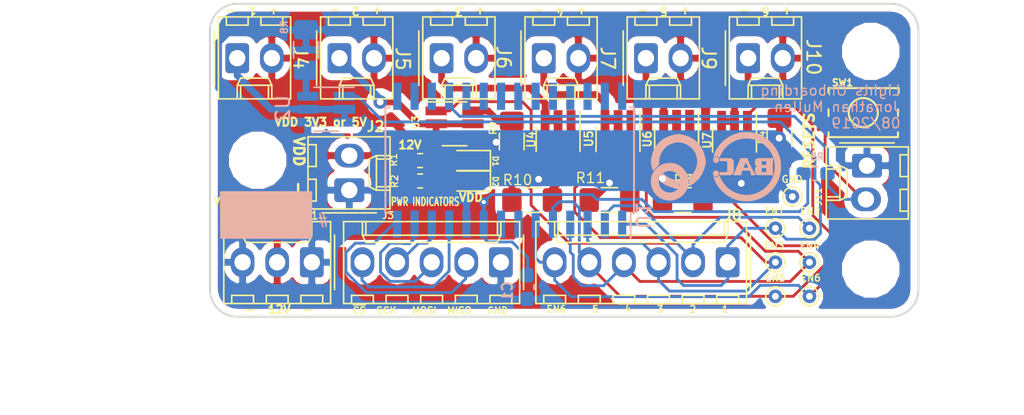
<source format=kicad_pcb>
(kicad_pcb (version 20171130) (host pcbnew "(5.0.2)-1")

  (general
    (thickness 1.6)
    (drawings 37)
    (tracks 311)
    (zones 0)
    (modules 43)
    (nets 44)
  )

  (page USLetter)
  (title_block
    (title "Lights Onboarding v0.1")
    (company "Illini Solar Car")
    (comment 1 "Designed By: Jonathan")
    (comment 2 "Fall 2019 New Member Project")
  )

  (layers
    (0 F.Cu signal)
    (31 B.Cu signal)
    (32 B.Adhes user)
    (33 F.Adhes user)
    (34 B.Paste user)
    (35 F.Paste user)
    (36 B.SilkS user)
    (37 F.SilkS user)
    (38 B.Mask user)
    (39 F.Mask user)
    (40 Dwgs.User user)
    (41 Cmts.User user)
    (42 Eco1.User user)
    (43 Eco2.User user)
    (44 Edge.Cuts user)
    (45 Margin user)
    (46 B.CrtYd user)
    (47 F.CrtYd user)
    (48 B.Fab user)
    (49 F.Fab user hide)
  )

  (setup
    (last_trace_width 0.21)
    (trace_clearance 0.2)
    (zone_clearance 0.508)
    (zone_45_only no)
    (trace_min 0.1524)
    (segment_width 0.2)
    (edge_width 0.15)
    (via_size 0.7)
    (via_drill 0.3)
    (via_min_size 0.5588)
    (via_min_drill 0.254)
    (uvia_size 0.254)
    (uvia_drill 0.1016)
    (uvias_allowed no)
    (uvia_min_size 0.254)
    (uvia_min_drill 0.1016)
    (pcb_text_width 0.3)
    (pcb_text_size 1.5 1.5)
    (mod_edge_width 0.15)
    (mod_text_size 1 1)
    (mod_text_width 0.15)
    (pad_size 1 1)
    (pad_drill 0.5)
    (pad_to_mask_clearance 0.1)
    (solder_mask_min_width 0.25)
    (aux_axis_origin 0 0)
    (visible_elements 7FFFFFFF)
    (pcbplotparams
      (layerselection 0x010fc_ffffffff)
      (usegerberextensions false)
      (usegerberattributes false)
      (usegerberadvancedattributes false)
      (creategerberjobfile false)
      (excludeedgelayer true)
      (linewidth 0.100000)
      (plotframeref false)
      (viasonmask false)
      (mode 1)
      (useauxorigin false)
      (hpglpennumber 1)
      (hpglpenspeed 20)
      (hpglpendiameter 15.000000)
      (psnegative false)
      (psa4output false)
      (plotreference true)
      (plotvalue true)
      (plotinvisibletext false)
      (padsonsilk false)
      (subtractmaskfromsilk false)
      (outputformat 1)
      (mirror false)
      (drillshape 1)
      (scaleselection 1)
      (outputdirectory ""))
  )

  (net 0 "")
  (net 1 GND)
  (net 2 +12V)
  (net 3 /EN_5)
  (net 4 /EN_4)
  (net 5 /EN_3)
  (net 6 /EN_2)
  (net 7 /EN_1)
  (net 8 "Net-(D1-Pad2)")
  (net 9 "Net-(D2-Pad2)")
  (net 10 "Net-(R3-Pad1)")
  (net 11 "Net-(R4-Pad1)")
  (net 12 "Net-(R8-Pad1)")
  (net 13 "Net-(R9-Pad1)")
  (net 14 "Net-(R10-Pad1)")
  (net 15 "Net-(R11-Pad1)")
  (net 16 "Net-(U1-Pad7)")
  (net 17 "Net-(U1-Pad8)")
  (net 18 "Net-(U1-Pad15)")
  (net 19 "Net-(U1-Pad16)")
  (net 20 "Net-(U1-Pad17)")
  (net 21 "Net-(U1-Pad19)")
  (net 22 "Net-(U1-Pad20)")
  (net 23 "Net-(U1-Pad21)")
  (net 24 "Net-(U1-Pad22)")
  (net 25 "Net-(U1-Pad23)")
  (net 26 "Net-(U1-Pad24)")
  (net 27 "Net-(U1-Pad25)")
  (net 28 "Net-(U1-Pad26)")
  (net 29 "Net-(U1-Pad27)")
  (net 30 "Net-(U1-Pad28)")
  (net 31 /EN_6)
  (net 32 "Net-(J11-Pad2)")
  (net 33 VDD)
  (net 34 /MISO)
  (net 35 /MOSI)
  (net 36 /SCK)
  (net 37 /~CS)
  (net 38 /LEDDriver1/LED_OUT)
  (net 39 /LEDDriver2/LED_OUT)
  (net 40 /LEDDriver3/LED_OUT)
  (net 41 /LEDDriver4/LED_OUT)
  (net 42 /LEDDriver5/LED_OUT)
  (net 43 /LEDDriver6/LED_OUT)

  (net_class Default "This is the default net class. It should be used for signal nets."
    (clearance 0.2)
    (trace_width 0.21)
    (via_dia 0.7)
    (via_drill 0.3)
    (uvia_dia 0.254)
    (uvia_drill 0.1016)
    (diff_pair_gap 1.6)
    (diff_pair_width 1.6)
    (add_net /EN_1)
    (add_net /EN_2)
    (add_net /EN_3)
    (add_net /EN_4)
    (add_net /EN_5)
    (add_net /EN_6)
    (add_net /MISO)
    (add_net /MOSI)
    (add_net /SCK)
    (add_net /~CS)
    (add_net "Net-(D1-Pad2)")
    (add_net "Net-(D2-Pad2)")
    (add_net "Net-(J11-Pad2)")
    (add_net "Net-(U1-Pad15)")
    (add_net "Net-(U1-Pad16)")
    (add_net "Net-(U1-Pad17)")
    (add_net "Net-(U1-Pad19)")
    (add_net "Net-(U1-Pad20)")
    (add_net "Net-(U1-Pad21)")
    (add_net "Net-(U1-Pad22)")
    (add_net "Net-(U1-Pad23)")
    (add_net "Net-(U1-Pad24)")
    (add_net "Net-(U1-Pad25)")
    (add_net "Net-(U1-Pad26)")
    (add_net "Net-(U1-Pad27)")
    (add_net "Net-(U1-Pad28)")
    (add_net "Net-(U1-Pad7)")
    (add_net "Net-(U1-Pad8)")
    (add_net VDD)
  )

  (net_class Power ""
    (clearance 0.25)
    (trace_width 0.5)
    (via_dia 1)
    (via_drill 0.5)
    (uvia_dia 0.254)
    (uvia_drill 0.1016)
    (diff_pair_gap 1.6)
    (diff_pair_width 1.6)
    (add_net +12V)
    (add_net /LEDDriver1/LED_OUT)
    (add_net /LEDDriver2/LED_OUT)
    (add_net /LEDDriver3/LED_OUT)
    (add_net /LEDDriver4/LED_OUT)
    (add_net /LEDDriver5/LED_OUT)
    (add_net /LEDDriver6/LED_OUT)
    (add_net GND)
    (add_net "Net-(R10-Pad1)")
    (add_net "Net-(R11-Pad1)")
    (add_net "Net-(R3-Pad1)")
    (add_net "Net-(R4-Pad1)")
    (add_net "Net-(R8-Pad1)")
    (add_net "Net-(R9-Pad1)")
  )

  (module Connector_Molex:Molex_KK-254_AE-6410-03A_1x03_P2.54mm_Vertical (layer F.Cu) (tedit 5D436C25) (tstamp 5D3C240F)
    (at 155.475 75 180)
    (descr "Molex KK-254 Interconnect System, old/engineering part number: AE-6410-03A example for new part number: 22-27-2031, 3 Pins (http://www.molex.com/pdm_docs/sd/022272021_sd.pdf), generated with kicad-footprint-generator")
    (tags "connector Molex KK-254 side entry")
    (path /5D3A7AA2)
    (fp_text reference J1 (at 0.025 3.45 180) (layer F.SilkS)
      (effects (font (size 0.6 0.6) (thickness 0.1)))
    )
    (fp_text value Conn_01x03 (at 2.54 4.08 180) (layer F.Fab)
      (effects (font (size 1 1) (thickness 0.15)))
    )
    (fp_line (start -1.27 -2.92) (end -1.27 2.88) (layer F.Fab) (width 0.1))
    (fp_line (start -1.27 2.88) (end 6.35 2.88) (layer F.Fab) (width 0.1))
    (fp_line (start 6.35 2.88) (end 6.35 -2.92) (layer F.Fab) (width 0.1))
    (fp_line (start 6.35 -2.92) (end -1.27 -2.92) (layer F.Fab) (width 0.1))
    (fp_line (start -1.38 -3.03) (end -1.38 2.99) (layer F.SilkS) (width 0.12))
    (fp_line (start -1.38 2.99) (end 6.46 2.99) (layer F.SilkS) (width 0.12))
    (fp_line (start 6.46 2.99) (end 6.46 -3.03) (layer F.SilkS) (width 0.12))
    (fp_line (start 6.46 -3.03) (end -1.38 -3.03) (layer F.SilkS) (width 0.12))
    (fp_line (start -1.67 -2) (end -1.67 2) (layer F.SilkS) (width 0.12))
    (fp_line (start -1.27 -0.5) (end -0.562893 0) (layer F.Fab) (width 0.1))
    (fp_line (start -0.562893 0) (end -1.27 0.5) (layer F.Fab) (width 0.1))
    (fp_line (start 0 2.99) (end 0 1.99) (layer F.SilkS) (width 0.12))
    (fp_line (start 0 1.99) (end 5.08 1.99) (layer F.SilkS) (width 0.12))
    (fp_line (start 5.08 1.99) (end 5.08 2.99) (layer F.SilkS) (width 0.12))
    (fp_line (start 0 1.99) (end 0.25 1.46) (layer F.SilkS) (width 0.12))
    (fp_line (start 0.25 1.46) (end 4.83 1.46) (layer F.SilkS) (width 0.12))
    (fp_line (start 4.83 1.46) (end 5.08 1.99) (layer F.SilkS) (width 0.12))
    (fp_line (start 0.25 2.99) (end 0.25 1.99) (layer F.SilkS) (width 0.12))
    (fp_line (start 4.83 2.99) (end 4.83 1.99) (layer F.SilkS) (width 0.12))
    (fp_line (start -0.8 -3.03) (end -0.8 -2.43) (layer F.SilkS) (width 0.12))
    (fp_line (start -0.8 -2.43) (end 0.8 -2.43) (layer F.SilkS) (width 0.12))
    (fp_line (start 0.8 -2.43) (end 0.8 -3.03) (layer F.SilkS) (width 0.12))
    (fp_line (start 1.74 -3.03) (end 1.74 -2.43) (layer F.SilkS) (width 0.12))
    (fp_line (start 1.74 -2.43) (end 3.34 -2.43) (layer F.SilkS) (width 0.12))
    (fp_line (start 3.34 -2.43) (end 3.34 -3.03) (layer F.SilkS) (width 0.12))
    (fp_line (start 4.28 -3.03) (end 4.28 -2.43) (layer F.SilkS) (width 0.12))
    (fp_line (start 4.28 -2.43) (end 5.88 -2.43) (layer F.SilkS) (width 0.12))
    (fp_line (start 5.88 -2.43) (end 5.88 -3.03) (layer F.SilkS) (width 0.12))
    (fp_line (start -1.77 -3.42) (end -1.77 3.38) (layer F.CrtYd) (width 0.05))
    (fp_line (start -1.77 3.38) (end 6.85 3.38) (layer F.CrtYd) (width 0.05))
    (fp_line (start 6.85 3.38) (end 6.85 -3.42) (layer F.CrtYd) (width 0.05))
    (fp_line (start 6.85 -3.42) (end -1.77 -3.42) (layer F.CrtYd) (width 0.05))
    (fp_text user %R (at 2.54 -2.22 180) (layer F.Fab)
      (effects (font (size 1 1) (thickness 0.15)))
    )
    (pad 1 thru_hole roundrect (at 0 0 180) (size 1.74 2.2) (drill 1.2) (layers *.Cu *.Mask) (roundrect_rratio 0.143678)
      (net 1 GND))
    (pad 2 thru_hole oval (at 2.54 0 180) (size 1.74 2.2) (drill 1.2) (layers *.Cu *.Mask)
      (net 2 +12V))
    (pad 3 thru_hole oval (at 5.08 0 180) (size 1.74 2.2) (drill 1.2) (layers *.Cu *.Mask)
      (net 1 GND))
    (model ${KISYS3DMOD}/Connector_Molex.3dshapes/Molex_KK-254_AE-6410-03A_1x03_P2.54mm_Vertical.wrl
      (at (xyz 0 0 0))
      (scale (xyz 1 1 1))
      (rotate (xyz 0 0 0))
    )
  )

  (module Connector_Molex:Molex_KK-254_AE-6410-02A_1x02_P2.54mm_Vertical (layer F.Cu) (tedit 5D3B9F3C) (tstamp 5D3C2433)
    (at 158.225 69.7 90)
    (descr "Molex KK-254 Interconnect System, old/engineering part number: AE-6410-02A example for new part number: 22-27-2021, 2 Pins (http://www.molex.com/pdm_docs/sd/022272021_sd.pdf), generated with kicad-footprint-generator")
    (tags "connector Molex KK-254 side entry")
    (path /5D3A7A17)
    (fp_text reference J2 (at 4.675 1.925 180) (layer F.SilkS)
      (effects (font (size 0.75 0.75) (thickness 0.15)))
    )
    (fp_text value Conn_01x02 (at 1.27 4.08 90) (layer F.Fab)
      (effects (font (size 1 1) (thickness 0.15)))
    )
    (fp_text user %R (at 1.27 -2.22 90) (layer F.Fab)
      (effects (font (size 1 1) (thickness 0.15)))
    )
    (fp_line (start 4.31 -3.42) (end -1.77 -3.42) (layer F.CrtYd) (width 0.05))
    (fp_line (start 4.31 3.38) (end 4.31 -3.42) (layer F.CrtYd) (width 0.05))
    (fp_line (start -1.77 3.38) (end 4.31 3.38) (layer F.CrtYd) (width 0.05))
    (fp_line (start -1.77 -3.42) (end -1.77 3.38) (layer F.CrtYd) (width 0.05))
    (fp_line (start 3.34 -2.43) (end 3.34 -3.03) (layer F.SilkS) (width 0.12))
    (fp_line (start 1.74 -2.43) (end 3.34 -2.43) (layer F.SilkS) (width 0.12))
    (fp_line (start 1.74 -3.03) (end 1.74 -2.43) (layer F.SilkS) (width 0.12))
    (fp_line (start 0.8 -2.43) (end 0.8 -3.03) (layer F.SilkS) (width 0.12))
    (fp_line (start -0.8 -2.43) (end 0.8 -2.43) (layer F.SilkS) (width 0.12))
    (fp_line (start -0.8 -3.03) (end -0.8 -2.43) (layer F.SilkS) (width 0.12))
    (fp_line (start 2.29 2.99) (end 2.29 1.99) (layer F.SilkS) (width 0.12))
    (fp_line (start 0.25 2.99) (end 0.25 1.99) (layer F.SilkS) (width 0.12))
    (fp_line (start 2.29 1.46) (end 2.54 1.99) (layer F.SilkS) (width 0.12))
    (fp_line (start 0.25 1.46) (end 2.29 1.46) (layer F.SilkS) (width 0.12))
    (fp_line (start 0 1.99) (end 0.25 1.46) (layer F.SilkS) (width 0.12))
    (fp_line (start 2.54 1.99) (end 2.54 2.99) (layer F.SilkS) (width 0.12))
    (fp_line (start 0 1.99) (end 2.54 1.99) (layer F.SilkS) (width 0.12))
    (fp_line (start 0 2.99) (end 0 1.99) (layer F.SilkS) (width 0.12))
    (fp_line (start -0.562893 0) (end -1.27 0.5) (layer F.Fab) (width 0.1))
    (fp_line (start -1.27 -0.5) (end -0.562893 0) (layer F.Fab) (width 0.1))
    (fp_line (start -1.67 -2) (end -1.67 2) (layer F.SilkS) (width 0.12))
    (fp_line (start 3.92 -3.03) (end -1.38 -3.03) (layer F.SilkS) (width 0.12))
    (fp_line (start 3.92 2.99) (end 3.92 -3.03) (layer F.SilkS) (width 0.12))
    (fp_line (start -1.38 2.99) (end 3.92 2.99) (layer F.SilkS) (width 0.12))
    (fp_line (start -1.38 -3.03) (end -1.38 2.99) (layer F.SilkS) (width 0.12))
    (fp_line (start 3.81 -2.92) (end -1.27 -2.92) (layer F.Fab) (width 0.1))
    (fp_line (start 3.81 2.88) (end 3.81 -2.92) (layer F.Fab) (width 0.1))
    (fp_line (start -1.27 2.88) (end 3.81 2.88) (layer F.Fab) (width 0.1))
    (fp_line (start -1.27 -2.92) (end -1.27 2.88) (layer F.Fab) (width 0.1))
    (pad 2 thru_hole oval (at 2.54 0 90) (size 1.74 2.2) (drill 1.2) (layers *.Cu *.Mask)
      (net 33 VDD))
    (pad 1 thru_hole roundrect (at 0 0 90) (size 1.74 2.2) (drill 1.2) (layers *.Cu *.Mask) (roundrect_rratio 0.143678)
      (net 1 GND))
    (model ${KISYS3DMOD}/Connector_Molex.3dshapes/Molex_KK-254_AE-6410-02A_1x02_P2.54mm_Vertical.wrl
      (at (xyz 0 0 0))
      (scale (xyz 1 1 1))
      (rotate (xyz 0 0 0))
    )
  )

  (module Connector_Molex:Molex_KK-254_AE-6410-02A_1x02_P2.54mm_Vertical (layer F.Cu) (tedit 5D3FC39C) (tstamp 5D3C2483)
    (at 150 60)
    (descr "Molex KK-254 Interconnect System, old/engineering part number: AE-6410-02A example for new part number: 22-27-2021, 2 Pins (http://www.molex.com/pdm_docs/sd/022272021_sd.pdf), generated with kicad-footprint-generator")
    (tags "connector Molex KK-254 side entry")
    (path /5D39FB23/5D3A0455)
    (fp_text reference J4 (at 4.625 -0.025 270 unlocked) (layer F.SilkS)
      (effects (font (size 1 1) (thickness 0.15)))
    )
    (fp_text value Conn_01x02 (at 1.27 4.08) (layer F.Fab)
      (effects (font (size 1 1) (thickness 0.15)))
    )
    (fp_text user %R (at 1.27 -2.22) (layer F.Fab)
      (effects (font (size 1 1) (thickness 0.15)))
    )
    (fp_line (start 4.31 -3.42) (end -1.77 -3.42) (layer F.CrtYd) (width 0.05))
    (fp_line (start 4.31 3.38) (end 4.31 -3.42) (layer F.CrtYd) (width 0.05))
    (fp_line (start -1.77 3.38) (end 4.31 3.38) (layer F.CrtYd) (width 0.05))
    (fp_line (start -1.77 -3.42) (end -1.77 3.38) (layer F.CrtYd) (width 0.05))
    (fp_line (start 3.34 -2.43) (end 3.34 -3.03) (layer F.SilkS) (width 0.12))
    (fp_line (start 1.74 -2.43) (end 3.34 -2.43) (layer F.SilkS) (width 0.12))
    (fp_line (start 1.74 -3.03) (end 1.74 -2.43) (layer F.SilkS) (width 0.12))
    (fp_line (start 0.8 -2.43) (end 0.8 -3.03) (layer F.SilkS) (width 0.12))
    (fp_line (start -0.8 -2.43) (end 0.8 -2.43) (layer F.SilkS) (width 0.12))
    (fp_line (start -0.8 -3.03) (end -0.8 -2.43) (layer F.SilkS) (width 0.12))
    (fp_line (start 2.29 2.99) (end 2.29 1.99) (layer F.SilkS) (width 0.12))
    (fp_line (start 0.25 2.99) (end 0.25 1.99) (layer F.SilkS) (width 0.12))
    (fp_line (start 2.29 1.46) (end 2.54 1.99) (layer F.SilkS) (width 0.12))
    (fp_line (start 0.25 1.46) (end 2.29 1.46) (layer F.SilkS) (width 0.12))
    (fp_line (start 0 1.99) (end 0.25 1.46) (layer F.SilkS) (width 0.12))
    (fp_line (start 2.54 1.99) (end 2.54 2.99) (layer F.SilkS) (width 0.12))
    (fp_line (start 0 1.99) (end 2.54 1.99) (layer F.SilkS) (width 0.12))
    (fp_line (start 0 2.99) (end 0 1.99) (layer F.SilkS) (width 0.12))
    (fp_line (start -0.562893 0) (end -1.27 0.5) (layer F.Fab) (width 0.1))
    (fp_line (start -1.27 -0.5) (end -0.562893 0) (layer F.Fab) (width 0.1))
    (fp_line (start -1.67 -2) (end -1.67 2) (layer F.SilkS) (width 0.12))
    (fp_line (start 3.92 -3.03) (end -1.38 -3.03) (layer F.SilkS) (width 0.12))
    (fp_line (start 3.92 2.99) (end 3.92 -3.03) (layer F.SilkS) (width 0.12))
    (fp_line (start -1.38 2.99) (end 3.92 2.99) (layer F.SilkS) (width 0.12))
    (fp_line (start -1.38 -3.03) (end -1.38 2.99) (layer F.SilkS) (width 0.12))
    (fp_line (start 3.81 -2.92) (end -1.27 -2.92) (layer F.Fab) (width 0.1))
    (fp_line (start 3.81 2.88) (end 3.81 -2.92) (layer F.Fab) (width 0.1))
    (fp_line (start -1.27 2.88) (end 3.81 2.88) (layer F.Fab) (width 0.1))
    (fp_line (start -1.27 -2.92) (end -1.27 2.88) (layer F.Fab) (width 0.1))
    (pad 2 thru_hole oval (at 2.54 0) (size 1.74 2.2) (drill 1.2) (layers *.Cu *.Mask)
      (net 2 +12V))
    (pad 1 thru_hole roundrect (at 0 0) (size 1.74 2.2) (drill 1.2) (layers *.Cu *.Mask) (roundrect_rratio 0.143678)
      (net 38 /LEDDriver1/LED_OUT))
    (model ${KISYS3DMOD}/Connector_Molex.3dshapes/Molex_KK-254_AE-6410-02A_1x02_P2.54mm_Vertical.wrl
      (at (xyz 0 0 0))
      (scale (xyz 1 1 1))
      (rotate (xyz 0 0 0))
    )
  )

  (module Connector_Molex:Molex_KK-254_AE-6410-02A_1x02_P2.54mm_Vertical (layer F.Cu) (tedit 5D3FC391) (tstamp 5D3C24A7)
    (at 157.5 60)
    (descr "Molex KK-254 Interconnect System, old/engineering part number: AE-6410-02A example for new part number: 22-27-2021, 2 Pins (http://www.molex.com/pdm_docs/sd/022272021_sd.pdf), generated with kicad-footprint-generator")
    (tags "connector Molex KK-254 side entry")
    (path /5D3A07F2/5D3A0455)
    (fp_text reference J5 (at 4.65 0.05 270 unlocked) (layer F.SilkS)
      (effects (font (size 1 1) (thickness 0.15)))
    )
    (fp_text value Conn_01x02 (at 1.27 4.08) (layer F.Fab)
      (effects (font (size 1 1) (thickness 0.15)))
    )
    (fp_text user %R (at 1.45 -2.22) (layer F.Fab)
      (effects (font (size 1 1) (thickness 0.15)))
    )
    (fp_line (start 4.31 -3.42) (end -1.77 -3.42) (layer F.CrtYd) (width 0.05))
    (fp_line (start 4.31 3.38) (end 4.31 -3.42) (layer F.CrtYd) (width 0.05))
    (fp_line (start -1.77 3.38) (end 4.31 3.38) (layer F.CrtYd) (width 0.05))
    (fp_line (start -1.77 -3.42) (end -1.77 3.38) (layer F.CrtYd) (width 0.05))
    (fp_line (start 3.34 -2.43) (end 3.34 -3.03) (layer F.SilkS) (width 0.12))
    (fp_line (start 1.74 -2.43) (end 3.34 -2.43) (layer F.SilkS) (width 0.12))
    (fp_line (start 1.74 -3.03) (end 1.74 -2.43) (layer F.SilkS) (width 0.12))
    (fp_line (start 0.8 -2.43) (end 0.8 -3.03) (layer F.SilkS) (width 0.12))
    (fp_line (start -0.8 -2.43) (end 0.8 -2.43) (layer F.SilkS) (width 0.12))
    (fp_line (start -0.8 -3.03) (end -0.8 -2.43) (layer F.SilkS) (width 0.12))
    (fp_line (start 2.29 2.99) (end 2.29 1.99) (layer F.SilkS) (width 0.12))
    (fp_line (start 0.25 2.99) (end 0.25 1.99) (layer F.SilkS) (width 0.12))
    (fp_line (start 2.29 1.46) (end 2.54 1.99) (layer F.SilkS) (width 0.12))
    (fp_line (start 0.25 1.46) (end 2.29 1.46) (layer F.SilkS) (width 0.12))
    (fp_line (start 0 1.99) (end 0.25 1.46) (layer F.SilkS) (width 0.12))
    (fp_line (start 2.54 1.99) (end 2.54 2.99) (layer F.SilkS) (width 0.12))
    (fp_line (start 0 1.99) (end 2.54 1.99) (layer F.SilkS) (width 0.12))
    (fp_line (start 0 2.99) (end 0 1.99) (layer F.SilkS) (width 0.12))
    (fp_line (start -0.562893 0) (end -1.27 0.5) (layer F.Fab) (width 0.1))
    (fp_line (start -1.27 -0.5) (end -0.562893 0) (layer F.Fab) (width 0.1))
    (fp_line (start -1.67 -2) (end -1.67 2) (layer F.SilkS) (width 0.12))
    (fp_line (start 3.92 -3.03) (end -1.38 -3.03) (layer F.SilkS) (width 0.12))
    (fp_line (start 3.92 2.99) (end 3.92 -3.03) (layer F.SilkS) (width 0.12))
    (fp_line (start -1.38 2.99) (end 3.92 2.99) (layer F.SilkS) (width 0.12))
    (fp_line (start -1.38 -3.03) (end -1.38 2.99) (layer F.SilkS) (width 0.12))
    (fp_line (start 3.81 -2.92) (end -1.27 -2.92) (layer F.Fab) (width 0.1))
    (fp_line (start 3.81 2.88) (end 3.81 -2.92) (layer F.Fab) (width 0.1))
    (fp_line (start -1.27 2.88) (end 3.81 2.88) (layer F.Fab) (width 0.1))
    (fp_line (start -1.27 -2.92) (end -1.27 2.88) (layer F.Fab) (width 0.1))
    (pad 2 thru_hole oval (at 2.54 0) (size 1.74 2.2) (drill 1.2) (layers *.Cu *.Mask)
      (net 2 +12V))
    (pad 1 thru_hole roundrect (at 0 0) (size 1.74 2.2) (drill 1.2) (layers *.Cu *.Mask) (roundrect_rratio 0.143678)
      (net 39 /LEDDriver2/LED_OUT))
    (model ${KISYS3DMOD}/Connector_Molex.3dshapes/Molex_KK-254_AE-6410-02A_1x02_P2.54mm_Vertical.wrl
      (at (xyz 0 0 0))
      (scale (xyz 1 1 1))
      (rotate (xyz 0 0 0))
    )
  )

  (module Connector_Molex:Molex_KK-254_AE-6410-02A_1x02_P2.54mm_Vertical (layer F.Cu) (tedit 5D3FC37F) (tstamp 5D3C24CB)
    (at 165 60)
    (descr "Molex KK-254 Interconnect System, old/engineering part number: AE-6410-02A example for new part number: 22-27-2021, 2 Pins (http://www.molex.com/pdm_docs/sd/022272021_sd.pdf), generated with kicad-footprint-generator")
    (tags "connector Molex KK-254 side entry")
    (path /5D3A080A/5D3A0455)
    (fp_text reference J6 (at 4.55 -0.05 270 unlocked) (layer F.SilkS)
      (effects (font (size 1 1) (thickness 0.15)))
    )
    (fp_text value Conn_01x02 (at 1.27 4.08) (layer F.Fab)
      (effects (font (size 1 1) (thickness 0.15)))
    )
    (fp_line (start -1.27 -2.92) (end -1.27 2.88) (layer F.Fab) (width 0.1))
    (fp_line (start -1.27 2.88) (end 3.81 2.88) (layer F.Fab) (width 0.1))
    (fp_line (start 3.81 2.88) (end 3.81 -2.92) (layer F.Fab) (width 0.1))
    (fp_line (start 3.81 -2.92) (end -1.27 -2.92) (layer F.Fab) (width 0.1))
    (fp_line (start -1.38 -3.03) (end -1.38 2.99) (layer F.SilkS) (width 0.12))
    (fp_line (start -1.38 2.99) (end 3.92 2.99) (layer F.SilkS) (width 0.12))
    (fp_line (start 3.92 2.99) (end 3.92 -3.03) (layer F.SilkS) (width 0.12))
    (fp_line (start 3.92 -3.03) (end -1.38 -3.03) (layer F.SilkS) (width 0.12))
    (fp_line (start -1.67 -2) (end -1.67 2) (layer F.SilkS) (width 0.12))
    (fp_line (start -1.27 -0.5) (end -0.562893 0) (layer F.Fab) (width 0.1))
    (fp_line (start -0.562893 0) (end -1.27 0.5) (layer F.Fab) (width 0.1))
    (fp_line (start 0 2.99) (end 0 1.99) (layer F.SilkS) (width 0.12))
    (fp_line (start 0 1.99) (end 2.54 1.99) (layer F.SilkS) (width 0.12))
    (fp_line (start 2.54 1.99) (end 2.54 2.99) (layer F.SilkS) (width 0.12))
    (fp_line (start 0 1.99) (end 0.25 1.46) (layer F.SilkS) (width 0.12))
    (fp_line (start 0.25 1.46) (end 2.29 1.46) (layer F.SilkS) (width 0.12))
    (fp_line (start 2.29 1.46) (end 2.54 1.99) (layer F.SilkS) (width 0.12))
    (fp_line (start 0.25 2.99) (end 0.25 1.99) (layer F.SilkS) (width 0.12))
    (fp_line (start 2.29 2.99) (end 2.29 1.99) (layer F.SilkS) (width 0.12))
    (fp_line (start -0.8 -3.03) (end -0.8 -2.43) (layer F.SilkS) (width 0.12))
    (fp_line (start -0.8 -2.43) (end 0.8 -2.43) (layer F.SilkS) (width 0.12))
    (fp_line (start 0.8 -2.43) (end 0.8 -3.03) (layer F.SilkS) (width 0.12))
    (fp_line (start 1.74 -3.03) (end 1.74 -2.43) (layer F.SilkS) (width 0.12))
    (fp_line (start 1.74 -2.43) (end 3.34 -2.43) (layer F.SilkS) (width 0.12))
    (fp_line (start 3.34 -2.43) (end 3.34 -3.03) (layer F.SilkS) (width 0.12))
    (fp_line (start -1.77 -3.42) (end -1.77 3.38) (layer F.CrtYd) (width 0.05))
    (fp_line (start -1.77 3.38) (end 4.31 3.38) (layer F.CrtYd) (width 0.05))
    (fp_line (start 4.31 3.38) (end 4.31 -3.42) (layer F.CrtYd) (width 0.05))
    (fp_line (start 4.31 -3.42) (end -1.77 -3.42) (layer F.CrtYd) (width 0.05))
    (fp_text user %R (at 1.27 -2.22) (layer F.Fab)
      (effects (font (size 1 1) (thickness 0.15)))
    )
    (pad 1 thru_hole roundrect (at 0 0) (size 1.74 2.2) (drill 1.2) (layers *.Cu *.Mask) (roundrect_rratio 0.143678)
      (net 40 /LEDDriver3/LED_OUT))
    (pad 2 thru_hole oval (at 2.54 0) (size 1.74 2.2) (drill 1.2) (layers *.Cu *.Mask)
      (net 2 +12V))
    (model ${KISYS3DMOD}/Connector_Molex.3dshapes/Molex_KK-254_AE-6410-02A_1x02_P2.54mm_Vertical.wrl
      (at (xyz 0 0 0))
      (scale (xyz 1 1 1))
      (rotate (xyz 0 0 0))
    )
  )

  (module Connector_Molex:Molex_KK-254_AE-6410-02A_1x02_P2.54mm_Vertical (layer F.Cu) (tedit 5D3FC377) (tstamp 5D3C24EF)
    (at 172.5 60)
    (descr "Molex KK-254 Interconnect System, old/engineering part number: AE-6410-02A example for new part number: 22-27-2021, 2 Pins (http://www.molex.com/pdm_docs/sd/022272021_sd.pdf), generated with kicad-footprint-generator")
    (tags "connector Molex KK-254 side entry")
    (path /5D3A080E/5D3A0455)
    (fp_text reference J7 (at 4.7 0 270 unlocked) (layer F.SilkS)
      (effects (font (size 1 1) (thickness 0.15)))
    )
    (fp_text value Conn_01x02 (at 1.27 4.08) (layer F.Fab)
      (effects (font (size 1 1) (thickness 0.15)))
    )
    (fp_line (start -1.27 -2.92) (end -1.27 2.88) (layer F.Fab) (width 0.1))
    (fp_line (start -1.27 2.88) (end 3.81 2.88) (layer F.Fab) (width 0.1))
    (fp_line (start 3.81 2.88) (end 3.81 -2.92) (layer F.Fab) (width 0.1))
    (fp_line (start 3.81 -2.92) (end -1.27 -2.92) (layer F.Fab) (width 0.1))
    (fp_line (start -1.38 -3.03) (end -1.38 2.99) (layer F.SilkS) (width 0.12))
    (fp_line (start -1.38 2.99) (end 3.92 2.99) (layer F.SilkS) (width 0.12))
    (fp_line (start 3.92 2.99) (end 3.92 -3.03) (layer F.SilkS) (width 0.12))
    (fp_line (start 3.92 -3.03) (end -1.38 -3.03) (layer F.SilkS) (width 0.12))
    (fp_line (start -1.67 -2) (end -1.67 2) (layer F.SilkS) (width 0.12))
    (fp_line (start -1.27 -0.5) (end -0.562893 0) (layer F.Fab) (width 0.1))
    (fp_line (start -0.562893 0) (end -1.27 0.5) (layer F.Fab) (width 0.1))
    (fp_line (start 0 2.99) (end 0 1.99) (layer F.SilkS) (width 0.12))
    (fp_line (start 0 1.99) (end 2.54 1.99) (layer F.SilkS) (width 0.12))
    (fp_line (start 2.54 1.99) (end 2.54 2.99) (layer F.SilkS) (width 0.12))
    (fp_line (start 0 1.99) (end 0.25 1.46) (layer F.SilkS) (width 0.12))
    (fp_line (start 0.25 1.46) (end 2.29 1.46) (layer F.SilkS) (width 0.12))
    (fp_line (start 2.29 1.46) (end 2.54 1.99) (layer F.SilkS) (width 0.12))
    (fp_line (start 0.25 2.99) (end 0.25 1.99) (layer F.SilkS) (width 0.12))
    (fp_line (start 2.29 2.99) (end 2.29 1.99) (layer F.SilkS) (width 0.12))
    (fp_line (start -0.8 -3.03) (end -0.8 -2.43) (layer F.SilkS) (width 0.12))
    (fp_line (start -0.8 -2.43) (end 0.8 -2.43) (layer F.SilkS) (width 0.12))
    (fp_line (start 0.8 -2.43) (end 0.8 -3.03) (layer F.SilkS) (width 0.12))
    (fp_line (start 1.74 -3.03) (end 1.74 -2.43) (layer F.SilkS) (width 0.12))
    (fp_line (start 1.74 -2.43) (end 3.34 -2.43) (layer F.SilkS) (width 0.12))
    (fp_line (start 3.34 -2.43) (end 3.34 -3.03) (layer F.SilkS) (width 0.12))
    (fp_line (start -1.77 -3.42) (end -1.77 3.38) (layer F.CrtYd) (width 0.05))
    (fp_line (start -1.77 3.38) (end 4.31 3.38) (layer F.CrtYd) (width 0.05))
    (fp_line (start 4.31 3.38) (end 4.31 -3.42) (layer F.CrtYd) (width 0.05))
    (fp_line (start 4.31 -3.42) (end -1.77 -3.42) (layer F.CrtYd) (width 0.05))
    (fp_text user %R (at 1.27 -2.22) (layer F.Fab)
      (effects (font (size 1 1) (thickness 0.15)))
    )
    (pad 1 thru_hole roundrect (at 0 0) (size 1.74 2.2) (drill 1.2) (layers *.Cu *.Mask) (roundrect_rratio 0.143678)
      (net 41 /LEDDriver4/LED_OUT))
    (pad 2 thru_hole oval (at 2.54 0) (size 1.74 2.2) (drill 1.2) (layers *.Cu *.Mask)
      (net 2 +12V))
    (model ${KISYS3DMOD}/Connector_Molex.3dshapes/Molex_KK-254_AE-6410-02A_1x02_P2.54mm_Vertical.wrl
      (at (xyz 0 0 0))
      (scale (xyz 1 1 1))
      (rotate (xyz 0 0 0))
    )
  )

  (module Connector_Molex:Molex_KK-254_AE-6410-06A_1x06_P2.54mm_Vertical (layer F.Cu) (tedit 5D3FC6C8) (tstamp 5D3C2523)
    (at 186 75 180)
    (descr "Molex KK-254 Interconnect System, old/engineering part number: AE-6410-06A example for new part number: 22-27-2061, 6 Pins (http://www.molex.com/pdm_docs/sd/022272021_sd.pdf), generated with kicad-footprint-generator")
    (tags "connector Molex KK-254 side entry")
    (path /5D3BD05E)
    (fp_text reference J8 (at -0.375 3.475 180) (layer F.SilkS)
      (effects (font (size 0.75 0.75) (thickness 0.15)))
    )
    (fp_text value Conn_01x06 (at 6.35 4.08 180) (layer F.Fab)
      (effects (font (size 1 1) (thickness 0.15)))
    )
    (fp_line (start -1.27 -2.92) (end -1.27 2.88) (layer F.Fab) (width 0.1))
    (fp_line (start -1.27 2.88) (end 13.97 2.88) (layer F.Fab) (width 0.1))
    (fp_line (start 13.97 2.88) (end 13.97 -2.92) (layer F.Fab) (width 0.1))
    (fp_line (start 13.97 -2.92) (end -1.27 -2.92) (layer F.Fab) (width 0.1))
    (fp_line (start -1.38 -3.03) (end -1.38 2.99) (layer F.SilkS) (width 0.12))
    (fp_line (start -1.38 2.99) (end 14.08 2.99) (layer F.SilkS) (width 0.12))
    (fp_line (start 14.08 2.99) (end 14.08 -3.03) (layer F.SilkS) (width 0.12))
    (fp_line (start 14.08 -3.03) (end -1.38 -3.03) (layer F.SilkS) (width 0.12))
    (fp_line (start -1.67 -2) (end -1.67 2) (layer F.SilkS) (width 0.12))
    (fp_line (start -1.27 -0.5) (end -0.562893 0) (layer F.Fab) (width 0.1))
    (fp_line (start -0.562893 0) (end -1.27 0.5) (layer F.Fab) (width 0.1))
    (fp_line (start 0 2.99) (end 0 1.99) (layer F.SilkS) (width 0.12))
    (fp_line (start 0 1.99) (end 12.7 1.99) (layer F.SilkS) (width 0.12))
    (fp_line (start 12.7 1.99) (end 12.7 2.99) (layer F.SilkS) (width 0.12))
    (fp_line (start 0 1.99) (end 0.25 1.46) (layer F.SilkS) (width 0.12))
    (fp_line (start 0.25 1.46) (end 12.45 1.46) (layer F.SilkS) (width 0.12))
    (fp_line (start 12.45 1.46) (end 12.7 1.99) (layer F.SilkS) (width 0.12))
    (fp_line (start 0.25 2.99) (end 0.25 1.99) (layer F.SilkS) (width 0.12))
    (fp_line (start 12.45 2.99) (end 12.45 1.99) (layer F.SilkS) (width 0.12))
    (fp_line (start -0.8 -3.03) (end -0.8 -2.43) (layer F.SilkS) (width 0.12))
    (fp_line (start -0.8 -2.43) (end 0.8 -2.43) (layer F.SilkS) (width 0.12))
    (fp_line (start 0.8 -2.43) (end 0.8 -3.03) (layer F.SilkS) (width 0.12))
    (fp_line (start 1.74 -3.03) (end 1.74 -2.43) (layer F.SilkS) (width 0.12))
    (fp_line (start 1.74 -2.43) (end 3.34 -2.43) (layer F.SilkS) (width 0.12))
    (fp_line (start 3.34 -2.43) (end 3.34 -3.03) (layer F.SilkS) (width 0.12))
    (fp_line (start 4.28 -3.03) (end 4.28 -2.43) (layer F.SilkS) (width 0.12))
    (fp_line (start 4.28 -2.43) (end 5.88 -2.43) (layer F.SilkS) (width 0.12))
    (fp_line (start 5.88 -2.43) (end 5.88 -3.03) (layer F.SilkS) (width 0.12))
    (fp_line (start 6.82 -3.03) (end 6.82 -2.43) (layer F.SilkS) (width 0.12))
    (fp_line (start 6.82 -2.43) (end 8.42 -2.43) (layer F.SilkS) (width 0.12))
    (fp_line (start 8.42 -2.43) (end 8.42 -3.03) (layer F.SilkS) (width 0.12))
    (fp_line (start 9.36 -3.03) (end 9.36 -2.43) (layer F.SilkS) (width 0.12))
    (fp_line (start 9.36 -2.43) (end 10.96 -2.43) (layer F.SilkS) (width 0.12))
    (fp_line (start 10.96 -2.43) (end 10.96 -3.03) (layer F.SilkS) (width 0.12))
    (fp_line (start 11.9 -3.03) (end 11.9 -2.43) (layer F.SilkS) (width 0.12))
    (fp_line (start 11.9 -2.43) (end 13.5 -2.43) (layer F.SilkS) (width 0.12))
    (fp_line (start 13.5 -2.43) (end 13.5 -3.03) (layer F.SilkS) (width 0.12))
    (fp_line (start -1.77 -3.42) (end -1.77 3.38) (layer F.CrtYd) (width 0.05))
    (fp_line (start -1.77 3.38) (end 14.47 3.38) (layer F.CrtYd) (width 0.05))
    (fp_line (start 14.47 3.38) (end 14.47 -3.42) (layer F.CrtYd) (width 0.05))
    (fp_line (start 14.47 -3.42) (end -1.77 -3.42) (layer F.CrtYd) (width 0.05))
    (fp_text user %R (at 6.35 -2.22 180) (layer F.Fab)
      (effects (font (size 1 1) (thickness 0.15)))
    )
    (pad 1 thru_hole roundrect (at 0 0 180) (size 1.74 2.2) (drill 1.2) (layers *.Cu *.Mask) (roundrect_rratio 0.143678)
      (net 7 /EN_1))
    (pad 2 thru_hole oval (at 2.54 0 180) (size 1.74 2.2) (drill 1.2) (layers *.Cu *.Mask)
      (net 6 /EN_2))
    (pad 3 thru_hole oval (at 5.08 0 180) (size 1.74 2.2) (drill 1.2) (layers *.Cu *.Mask)
      (net 5 /EN_3))
    (pad 4 thru_hole oval (at 7.62 0 180) (size 1.74 2.2) (drill 1.2) (layers *.Cu *.Mask)
      (net 4 /EN_4))
    (pad 5 thru_hole oval (at 10.16 0 180) (size 1.74 2.2) (drill 1.2) (layers *.Cu *.Mask)
      (net 3 /EN_5))
    (pad 6 thru_hole oval (at 12.7 0 180) (size 1.74 2.2) (drill 1.2) (layers *.Cu *.Mask)
      (net 31 /EN_6))
    (model ${KISYS3DMOD}/Connector_Molex.3dshapes/Molex_KK-254_AE-6410-06A_1x06_P2.54mm_Vertical.wrl
      (at (xyz 0 0 0))
      (scale (xyz 1 1 1))
      (rotate (xyz 0 0 0))
    )
  )

  (module Connector_Molex:Molex_KK-254_AE-6410-02A_1x02_P2.54mm_Vertical (layer F.Cu) (tedit 5D3FC36D) (tstamp 5D3C2547)
    (at 180 60)
    (descr "Molex KK-254 Interconnect System, old/engineering part number: AE-6410-02A example for new part number: 22-27-2021, 2 Pins (http://www.molex.com/pdm_docs/sd/022272021_sd.pdf), generated with kicad-footprint-generator")
    (tags "connector Molex KK-254 side entry")
    (path /5D3B99D2/5D3A0455)
    (fp_text reference J9 (at 4.6 0 270 unlocked) (layer F.SilkS)
      (effects (font (size 1 1) (thickness 0.15)))
    )
    (fp_text value Conn_01x02 (at 1.27 4.08) (layer F.Fab)
      (effects (font (size 1 1) (thickness 0.15)))
    )
    (fp_line (start -1.27 -2.92) (end -1.27 2.88) (layer F.Fab) (width 0.1))
    (fp_line (start -1.27 2.88) (end 3.81 2.88) (layer F.Fab) (width 0.1))
    (fp_line (start 3.81 2.88) (end 3.81 -2.92) (layer F.Fab) (width 0.1))
    (fp_line (start 3.81 -2.92) (end -1.27 -2.92) (layer F.Fab) (width 0.1))
    (fp_line (start -1.38 -3.03) (end -1.38 2.99) (layer F.SilkS) (width 0.12))
    (fp_line (start -1.38 2.99) (end 3.92 2.99) (layer F.SilkS) (width 0.12))
    (fp_line (start 3.92 2.99) (end 3.92 -3.03) (layer F.SilkS) (width 0.12))
    (fp_line (start 3.92 -3.03) (end -1.38 -3.03) (layer F.SilkS) (width 0.12))
    (fp_line (start -1.67 -2) (end -1.67 2) (layer F.SilkS) (width 0.12))
    (fp_line (start -1.27 -0.5) (end -0.562893 0) (layer F.Fab) (width 0.1))
    (fp_line (start -0.562893 0) (end -1.27 0.5) (layer F.Fab) (width 0.1))
    (fp_line (start 0 2.99) (end 0 1.99) (layer F.SilkS) (width 0.12))
    (fp_line (start 0 1.99) (end 2.54 1.99) (layer F.SilkS) (width 0.12))
    (fp_line (start 2.54 1.99) (end 2.54 2.99) (layer F.SilkS) (width 0.12))
    (fp_line (start 0 1.99) (end 0.25 1.46) (layer F.SilkS) (width 0.12))
    (fp_line (start 0.25 1.46) (end 2.29 1.46) (layer F.SilkS) (width 0.12))
    (fp_line (start 2.29 1.46) (end 2.54 1.99) (layer F.SilkS) (width 0.12))
    (fp_line (start 0.25 2.99) (end 0.25 1.99) (layer F.SilkS) (width 0.12))
    (fp_line (start 2.29 2.99) (end 2.29 1.99) (layer F.SilkS) (width 0.12))
    (fp_line (start -0.8 -3.03) (end -0.8 -2.43) (layer F.SilkS) (width 0.12))
    (fp_line (start -0.8 -2.43) (end 0.8 -2.43) (layer F.SilkS) (width 0.12))
    (fp_line (start 0.8 -2.43) (end 0.8 -3.03) (layer F.SilkS) (width 0.12))
    (fp_line (start 1.74 -3.03) (end 1.74 -2.43) (layer F.SilkS) (width 0.12))
    (fp_line (start 1.74 -2.43) (end 3.34 -2.43) (layer F.SilkS) (width 0.12))
    (fp_line (start 3.34 -2.43) (end 3.34 -3.03) (layer F.SilkS) (width 0.12))
    (fp_line (start -1.77 -3.42) (end -1.77 3.38) (layer F.CrtYd) (width 0.05))
    (fp_line (start -1.77 3.38) (end 4.31 3.38) (layer F.CrtYd) (width 0.05))
    (fp_line (start 4.31 3.38) (end 4.31 -3.42) (layer F.CrtYd) (width 0.05))
    (fp_line (start 4.31 -3.42) (end -1.77 -3.42) (layer F.CrtYd) (width 0.05))
    (fp_text user %R (at 1.27 -2.22) (layer F.Fab)
      (effects (font (size 1 1) (thickness 0.15)))
    )
    (pad 1 thru_hole roundrect (at 0 0) (size 1.74 2.2) (drill 1.2) (layers *.Cu *.Mask) (roundrect_rratio 0.143678)
      (net 42 /LEDDriver5/LED_OUT))
    (pad 2 thru_hole oval (at 2.54 0) (size 1.74 2.2) (drill 1.2) (layers *.Cu *.Mask)
      (net 2 +12V))
    (model ${KISYS3DMOD}/Connector_Molex.3dshapes/Molex_KK-254_AE-6410-02A_1x02_P2.54mm_Vertical.wrl
      (at (xyz 0 0 0))
      (scale (xyz 1 1 1))
      (rotate (xyz 0 0 0))
    )
  )

  (module Connector_Molex:Molex_KK-254_AE-6410-02A_1x02_P2.54mm_Vertical (layer F.Cu) (tedit 5D3FC367) (tstamp 5D3C256B)
    (at 187.5 60)
    (descr "Molex KK-254 Interconnect System, old/engineering part number: AE-6410-02A example for new part number: 22-27-2021, 2 Pins (http://www.molex.com/pdm_docs/sd/022272021_sd.pdf), generated with kicad-footprint-generator")
    (tags "connector Molex KK-254 side entry")
    (path /5D3B9D8B/5D3A0455)
    (fp_text reference J10 (at 4.8 -0.075 270 unlocked) (layer F.SilkS)
      (effects (font (size 1 1) (thickness 0.15)))
    )
    (fp_text value Conn_01x02 (at 1.27 4.08) (layer F.Fab)
      (effects (font (size 1 1) (thickness 0.15)))
    )
    (fp_line (start -1.27 -2.92) (end -1.27 2.88) (layer F.Fab) (width 0.1))
    (fp_line (start -1.27 2.88) (end 3.81 2.88) (layer F.Fab) (width 0.1))
    (fp_line (start 3.81 2.88) (end 3.81 -2.92) (layer F.Fab) (width 0.1))
    (fp_line (start 3.81 -2.92) (end -1.27 -2.92) (layer F.Fab) (width 0.1))
    (fp_line (start -1.38 -3.03) (end -1.38 2.99) (layer F.SilkS) (width 0.12))
    (fp_line (start -1.38 2.99) (end 3.92 2.99) (layer F.SilkS) (width 0.12))
    (fp_line (start 3.92 2.99) (end 3.92 -3.03) (layer F.SilkS) (width 0.12))
    (fp_line (start 3.92 -3.03) (end -1.38 -3.03) (layer F.SilkS) (width 0.12))
    (fp_line (start -1.67 -2) (end -1.67 2) (layer F.SilkS) (width 0.12))
    (fp_line (start -1.27 -0.5) (end -0.562893 0) (layer F.Fab) (width 0.1))
    (fp_line (start -0.562893 0) (end -1.27 0.5) (layer F.Fab) (width 0.1))
    (fp_line (start 0 2.99) (end 0 1.99) (layer F.SilkS) (width 0.12))
    (fp_line (start 0 1.99) (end 2.54 1.99) (layer F.SilkS) (width 0.12))
    (fp_line (start 2.54 1.99) (end 2.54 2.99) (layer F.SilkS) (width 0.12))
    (fp_line (start 0 1.99) (end 0.25 1.46) (layer F.SilkS) (width 0.12))
    (fp_line (start 0.25 1.46) (end 2.29 1.46) (layer F.SilkS) (width 0.12))
    (fp_line (start 2.29 1.46) (end 2.54 1.99) (layer F.SilkS) (width 0.12))
    (fp_line (start 0.25 2.99) (end 0.25 1.99) (layer F.SilkS) (width 0.12))
    (fp_line (start 2.29 2.99) (end 2.29 1.99) (layer F.SilkS) (width 0.12))
    (fp_line (start -0.8 -3.03) (end -0.8 -2.43) (layer F.SilkS) (width 0.12))
    (fp_line (start -0.8 -2.43) (end 0.8 -2.43) (layer F.SilkS) (width 0.12))
    (fp_line (start 0.8 -2.43) (end 0.8 -3.03) (layer F.SilkS) (width 0.12))
    (fp_line (start 1.74 -3.03) (end 1.74 -2.43) (layer F.SilkS) (width 0.12))
    (fp_line (start 1.74 -2.43) (end 3.34 -2.43) (layer F.SilkS) (width 0.12))
    (fp_line (start 3.34 -2.43) (end 3.34 -3.03) (layer F.SilkS) (width 0.12))
    (fp_line (start -1.77 -3.42) (end -1.77 3.38) (layer F.CrtYd) (width 0.05))
    (fp_line (start -1.77 3.38) (end 4.31 3.38) (layer F.CrtYd) (width 0.05))
    (fp_line (start 4.31 3.38) (end 4.31 -3.42) (layer F.CrtYd) (width 0.05))
    (fp_line (start 4.31 -3.42) (end -1.77 -3.42) (layer F.CrtYd) (width 0.05))
    (fp_text user %R (at 1.27 -2.22) (layer F.Fab)
      (effects (font (size 1 1) (thickness 0.15)))
    )
    (pad 1 thru_hole roundrect (at 0 0) (size 1.74 2.2) (drill 1.2) (layers *.Cu *.Mask) (roundrect_rratio 0.143678)
      (net 43 /LEDDriver6/LED_OUT))
    (pad 2 thru_hole oval (at 2.54 0) (size 1.74 2.2) (drill 1.2) (layers *.Cu *.Mask)
      (net 2 +12V))
    (model ${KISYS3DMOD}/Connector_Molex.3dshapes/Molex_KK-254_AE-6410-02A_1x02_P2.54mm_Vertical.wrl
      (at (xyz 0 0 0))
      (scale (xyz 1 1 1))
      (rotate (xyz 0 0 0))
    )
  )

  (module Resistor_SMD:R_0603_1608Metric_Pad1.05x0.95mm_HandSolder (layer F.Cu) (tedit 5D3FC48C) (tstamp 5D3C25A0)
    (at 163.425 67.525)
    (descr "Resistor SMD 0603 (1608 Metric), square (rectangular) end terminal, IPC_7351 nominal with elongated pad for handsoldering. (Body size source: http://www.tortai-tech.com/upload/download/2011102023233369053.pdf), generated with kicad-footprint-generator")
    (tags "resistor handsolder")
    (path /5D3AC486)
    (attr smd)
    (fp_text reference R1 (at -1.95 -0.05 90) (layer F.SilkS)
      (effects (font (size 0.5 0.5) (thickness 0.1)))
    )
    (fp_text value 3.3k (at 0 1.43) (layer F.Fab)
      (effects (font (size 1 1) (thickness 0.15)))
    )
    (fp_text user %R (at 0 0) (layer B.Fab)
      (effects (font (size 0.4 0.4) (thickness 0.06)) (justify mirror))
    )
    (fp_line (start 1.65 0.73) (end -1.65 0.73) (layer F.CrtYd) (width 0.05))
    (fp_line (start 1.65 -0.73) (end 1.65 0.73) (layer F.CrtYd) (width 0.05))
    (fp_line (start -1.65 -0.73) (end 1.65 -0.73) (layer F.CrtYd) (width 0.05))
    (fp_line (start -1.65 0.73) (end -1.65 -0.73) (layer F.CrtYd) (width 0.05))
    (fp_line (start -0.171267 0.51) (end 0.171267 0.51) (layer F.SilkS) (width 0.12))
    (fp_line (start -0.171267 -0.51) (end 0.171267 -0.51) (layer F.SilkS) (width 0.12))
    (fp_line (start 0.8 0.4) (end -0.8 0.4) (layer F.Fab) (width 0.1))
    (fp_line (start 0.8 -0.4) (end 0.8 0.4) (layer F.Fab) (width 0.1))
    (fp_line (start -0.8 -0.4) (end 0.8 -0.4) (layer F.Fab) (width 0.1))
    (fp_line (start -0.8 0.4) (end -0.8 -0.4) (layer F.Fab) (width 0.1))
    (pad 2 smd roundrect (at 0.875 0) (size 1.05 0.95) (layers F.Cu F.Paste F.Mask) (roundrect_rratio 0.25)
      (net 8 "Net-(D1-Pad2)"))
    (pad 1 smd roundrect (at -0.875 0) (size 1.05 0.95) (layers F.Cu F.Paste F.Mask) (roundrect_rratio 0.25)
      (net 2 +12V))
    (model ${KISYS3DMOD}/Resistor_SMD.3dshapes/R_0603_1608Metric.wrl
      (at (xyz 0 0 0))
      (scale (xyz 1 1 1))
      (rotate (xyz 0 0 0))
    )
  )

  (module Resistor_SMD:R_0603_1608Metric_Pad1.05x0.95mm_HandSolder (layer F.Cu) (tedit 5D3FC47D) (tstamp 5D3C25B1)
    (at 163.425 69.025)
    (descr "Resistor SMD 0603 (1608 Metric), square (rectangular) end terminal, IPC_7351 nominal with elongated pad for handsoldering. (Body size source: http://www.tortai-tech.com/upload/download/2011102023233369053.pdf), generated with kicad-footprint-generator")
    (tags "resistor handsolder")
    (path /5D3AC518)
    (attr smd)
    (fp_text reference R2 (at -1.875 0.025 90) (layer F.SilkS)
      (effects (font (size 0.5 0.5) (thickness 0.1)))
    )
    (fp_text value 1k (at 0 1.43) (layer F.Fab)
      (effects (font (size 1 1) (thickness 0.15)))
    )
    (fp_text user %R (at 0 0) (layer F.Fab)
      (effects (font (size 0.4 0.4) (thickness 0.06)))
    )
    (fp_line (start 1.65 0.73) (end -1.65 0.73) (layer F.CrtYd) (width 0.05))
    (fp_line (start 1.65 -0.73) (end 1.65 0.73) (layer F.CrtYd) (width 0.05))
    (fp_line (start -1.65 -0.73) (end 1.65 -0.73) (layer F.CrtYd) (width 0.05))
    (fp_line (start -1.65 0.73) (end -1.65 -0.73) (layer F.CrtYd) (width 0.05))
    (fp_line (start -0.171267 0.51) (end 0.171267 0.51) (layer F.SilkS) (width 0.12))
    (fp_line (start -0.171267 -0.51) (end 0.171267 -0.51) (layer F.SilkS) (width 0.12))
    (fp_line (start 0.8 0.4) (end -0.8 0.4) (layer F.Fab) (width 0.1))
    (fp_line (start 0.8 -0.4) (end 0.8 0.4) (layer F.Fab) (width 0.1))
    (fp_line (start -0.8 -0.4) (end 0.8 -0.4) (layer F.Fab) (width 0.1))
    (fp_line (start -0.8 0.4) (end -0.8 -0.4) (layer F.Fab) (width 0.1))
    (pad 2 smd roundrect (at 0.875 0) (size 1.05 0.95) (layers F.Cu F.Paste F.Mask) (roundrect_rratio 0.25)
      (net 9 "Net-(D2-Pad2)"))
    (pad 1 smd roundrect (at -0.875 0) (size 1.05 0.95) (layers F.Cu F.Paste F.Mask) (roundrect_rratio 0.25)
      (net 33 VDD))
    (model ${KISYS3DMOD}/Resistor_SMD.3dshapes/R_0603_1608Metric.wrl
      (at (xyz 0 0 0))
      (scale (xyz 1 1 1))
      (rotate (xyz 0 0 0))
    )
  )

  (module Package_SO:SOIC-28W_7.5x17.9mm_P1.27mm (layer B.Cu) (tedit 5D3FC80A) (tstamp 5D3C2678)
    (at 170 67.5 90)
    (descr "28-Lead Plastic Small Outline (SO) - Wide, 7.50 mm Body [SOIC] (see Microchip Packaging Specification 00000049BS.pdf)")
    (tags "SOIC 1.27")
    (path /5D3AAAE8)
    (attr smd)
    (fp_text reference U1 (at -4.05 9.775 270 unlocked) (layer B.SilkS)
      (effects (font (size 1 1) (thickness 0.15)) (justify mirror))
    )
    (fp_text value MCP23S17 (at 0 -10.05 90) (layer B.Fab)
      (effects (font (size 1 1) (thickness 0.15)) (justify mirror))
    )
    (fp_text user %R (at 0 0 90) (layer B.Fab)
      (effects (font (size 1 1) (thickness 0.15)) (justify mirror))
    )
    (fp_line (start -2.75 8.95) (end 3.75 8.95) (layer B.Fab) (width 0.15))
    (fp_line (start 3.75 8.95) (end 3.75 -8.95) (layer B.Fab) (width 0.15))
    (fp_line (start 3.75 -8.95) (end -3.75 -8.95) (layer B.Fab) (width 0.15))
    (fp_line (start -3.75 -8.95) (end -3.75 7.95) (layer B.Fab) (width 0.15))
    (fp_line (start -3.75 7.95) (end -2.75 8.95) (layer B.Fab) (width 0.15))
    (fp_line (start -5.95 9.3) (end -5.95 -9.3) (layer B.CrtYd) (width 0.05))
    (fp_line (start 5.95 9.3) (end 5.95 -9.3) (layer B.CrtYd) (width 0.05))
    (fp_line (start -5.95 9.3) (end 5.95 9.3) (layer B.CrtYd) (width 0.05))
    (fp_line (start -5.95 -9.3) (end 5.95 -9.3) (layer B.CrtYd) (width 0.05))
    (fp_line (start -3.875 9.125) (end -3.875 8.875) (layer B.SilkS) (width 0.15))
    (fp_line (start 3.875 9.125) (end 3.875 8.78) (layer B.SilkS) (width 0.15))
    (fp_line (start 3.875 -9.125) (end 3.875 -8.78) (layer B.SilkS) (width 0.15))
    (fp_line (start -3.875 -9.125) (end -3.875 -8.78) (layer B.SilkS) (width 0.15))
    (fp_line (start -3.875 9.125) (end 3.875 9.125) (layer B.SilkS) (width 0.15))
    (fp_line (start -3.875 -9.125) (end 3.875 -9.125) (layer B.SilkS) (width 0.15))
    (fp_line (start -3.875 8.875) (end -5.7 8.875) (layer B.SilkS) (width 0.15))
    (pad 1 smd rect (at -4.7 8.255 90) (size 2 0.6) (layers B.Cu B.Paste B.Mask)
      (net 7 /EN_1))
    (pad 2 smd rect (at -4.7 6.985 90) (size 2 0.6) (layers B.Cu B.Paste B.Mask)
      (net 6 /EN_2))
    (pad 3 smd rect (at -4.7 5.715 90) (size 2 0.6) (layers B.Cu B.Paste B.Mask)
      (net 5 /EN_3))
    (pad 4 smd rect (at -4.7 4.445 90) (size 2 0.6) (layers B.Cu B.Paste B.Mask)
      (net 4 /EN_4))
    (pad 5 smd rect (at -4.7 3.175 90) (size 2 0.6) (layers B.Cu B.Paste B.Mask)
      (net 3 /EN_5))
    (pad 6 smd rect (at -4.7 1.905 90) (size 2 0.6) (layers B.Cu B.Paste B.Mask)
      (net 31 /EN_6))
    (pad 7 smd rect (at -4.7 0.635 90) (size 2 0.6) (layers B.Cu B.Paste B.Mask)
      (net 16 "Net-(U1-Pad7)"))
    (pad 8 smd rect (at -4.7 -0.635 90) (size 2 0.6) (layers B.Cu B.Paste B.Mask)
      (net 17 "Net-(U1-Pad8)"))
    (pad 9 smd rect (at -4.7 -1.905 90) (size 2 0.6) (layers B.Cu B.Paste B.Mask)
      (net 33 VDD))
    (pad 10 smd rect (at -4.7 -3.175 90) (size 2 0.6) (layers B.Cu B.Paste B.Mask)
      (net 1 GND))
    (pad 11 smd rect (at -4.7 -4.445 90) (size 2 0.6) (layers B.Cu B.Paste B.Mask)
      (net 37 /~CS))
    (pad 12 smd rect (at -4.7 -5.715 90) (size 2 0.6) (layers B.Cu B.Paste B.Mask)
      (net 36 /SCK))
    (pad 13 smd rect (at -4.7 -6.985 90) (size 2 0.6) (layers B.Cu B.Paste B.Mask)
      (net 35 /MOSI))
    (pad 14 smd rect (at -4.7 -8.255 90) (size 2 0.6) (layers B.Cu B.Paste B.Mask)
      (net 34 /MISO))
    (pad 15 smd rect (at 4.7 -8.255 90) (size 2 0.6) (layers B.Cu B.Paste B.Mask)
      (net 18 "Net-(U1-Pad15)"))
    (pad 16 smd rect (at 4.7 -6.985 90) (size 2 0.6) (layers B.Cu B.Paste B.Mask)
      (net 19 "Net-(U1-Pad16)"))
    (pad 17 smd rect (at 4.7 -5.715 90) (size 2 0.6) (layers B.Cu B.Paste B.Mask)
      (net 20 "Net-(U1-Pad17)"))
    (pad 18 smd rect (at 4.7 -4.445 90) (size 2 0.6) (layers B.Cu B.Paste B.Mask)
      (net 32 "Net-(J11-Pad2)"))
    (pad 19 smd rect (at 4.7 -3.175 90) (size 2 0.6) (layers B.Cu B.Paste B.Mask)
      (net 21 "Net-(U1-Pad19)"))
    (pad 20 smd rect (at 4.7 -1.905 90) (size 2 0.6) (layers B.Cu B.Paste B.Mask)
      (net 22 "Net-(U1-Pad20)"))
    (pad 21 smd rect (at 4.7 -0.635 90) (size 2 0.6) (layers B.Cu B.Paste B.Mask)
      (net 23 "Net-(U1-Pad21)"))
    (pad 22 smd rect (at 4.7 0.635 90) (size 2 0.6) (layers B.Cu B.Paste B.Mask)
      (net 24 "Net-(U1-Pad22)"))
    (pad 23 smd rect (at 4.7 1.905 90) (size 2 0.6) (layers B.Cu B.Paste B.Mask)
      (net 25 "Net-(U1-Pad23)"))
    (pad 24 smd rect (at 4.7 3.175 90) (size 2 0.6) (layers B.Cu B.Paste B.Mask)
      (net 26 "Net-(U1-Pad24)"))
    (pad 25 smd rect (at 4.7 4.445 90) (size 2 0.6) (layers B.Cu B.Paste B.Mask)
      (net 27 "Net-(U1-Pad25)"))
    (pad 26 smd rect (at 4.7 5.715 90) (size 2 0.6) (layers B.Cu B.Paste B.Mask)
      (net 28 "Net-(U1-Pad26)"))
    (pad 27 smd rect (at 4.7 6.985 90) (size 2 0.6) (layers B.Cu B.Paste B.Mask)
      (net 29 "Net-(U1-Pad27)"))
    (pad 28 smd rect (at 4.7 8.255 90) (size 2 0.6) (layers B.Cu B.Paste B.Mask)
      (net 30 "Net-(U1-Pad28)"))
    (model ${KISYS3DMOD}/Package_SO.3dshapes/SOIC-28W_7.5x17.9mm_P1.27mm.wrl
      (at (xyz 0 0 0))
      (scale (xyz 1 1 1))
      (rotate (xyz 0 0 0))
    )
  )

  (module Package_TO_SOT_SMD:SOT-23-6_Handsoldering (layer B.Cu) (tedit 5D3FC802) (tstamp 5D3C268E)
    (at 156.525 63.75 180)
    (descr "6-pin SOT-23 package, Handsoldering")
    (tags "SOT-23-6 Handsoldering")
    (path /5D39FB23/5D39FB9B)
    (attr smd)
    (fp_text reference U2 (at 3.175 0.05 90 unlocked) (layer B.SilkS)
      (effects (font (size 1 1) (thickness 0.15)) (justify mirror))
    )
    (fp_text value BCR421UW6Q (at 0 -2.9 180) (layer B.Fab)
      (effects (font (size 1 1) (thickness 0.15)) (justify mirror))
    )
    (fp_text user %R (at 0 0 90) (layer B.Fab)
      (effects (font (size 0.5 0.5) (thickness 0.075)) (justify mirror))
    )
    (fp_line (start -0.9 -1.61) (end 0.9 -1.61) (layer B.SilkS) (width 0.12))
    (fp_line (start 0.9 1.61) (end -2.05 1.61) (layer B.SilkS) (width 0.12))
    (fp_line (start -2.4 -1.8) (end -2.4 1.8) (layer B.CrtYd) (width 0.05))
    (fp_line (start 2.4 -1.8) (end -2.4 -1.8) (layer B.CrtYd) (width 0.05))
    (fp_line (start 2.4 1.8) (end 2.4 -1.8) (layer B.CrtYd) (width 0.05))
    (fp_line (start -2.4 1.8) (end 2.4 1.8) (layer B.CrtYd) (width 0.05))
    (fp_line (start -0.9 0.9) (end -0.25 1.55) (layer B.Fab) (width 0.1))
    (fp_line (start 0.9 1.55) (end -0.25 1.55) (layer B.Fab) (width 0.1))
    (fp_line (start -0.9 0.9) (end -0.9 -1.55) (layer B.Fab) (width 0.1))
    (fp_line (start 0.9 -1.55) (end -0.9 -1.55) (layer B.Fab) (width 0.1))
    (fp_line (start 0.9 1.55) (end 0.9 -1.55) (layer B.Fab) (width 0.1))
    (pad 1 smd rect (at -1.35 0.95 180) (size 1.56 0.65) (layers B.Cu B.Paste B.Mask)
      (net 7 /EN_1))
    (pad 2 smd rect (at -1.35 0 180) (size 1.56 0.65) (layers B.Cu B.Paste B.Mask)
      (net 38 /LEDDriver1/LED_OUT))
    (pad 3 smd rect (at -1.35 -0.95 180) (size 1.56 0.65) (layers B.Cu B.Paste B.Mask)
      (net 38 /LEDDriver1/LED_OUT))
    (pad 4 smd rect (at 1.35 -0.95 180) (size 1.56 0.65) (layers B.Cu B.Paste B.Mask)
      (net 1 GND))
    (pad 6 smd rect (at 1.35 0.95 180) (size 1.56 0.65) (layers B.Cu B.Paste B.Mask)
      (net 12 "Net-(R8-Pad1)"))
    (pad 5 smd rect (at 1.35 0 180) (size 1.56 0.65) (layers B.Cu B.Paste B.Mask)
      (net 38 /LEDDriver1/LED_OUT))
    (model ${KISYS3DMOD}/Package_TO_SOT_SMD.3dshapes/SOT-23-6.wrl
      (at (xyz 0 0 0))
      (scale (xyz 1 1 1))
      (rotate (xyz 0 0 0))
    )
  )

  (module Package_TO_SOT_SMD:SOT-23-6_Handsoldering (layer F.Cu) (tedit 5D3FC568) (tstamp 5D3C26A4)
    (at 165.95 64.825)
    (descr "6-pin SOT-23 package, Handsoldering")
    (tags "SOT-23-6 Handsoldering")
    (path /5D3A07F2/5D39FB9B)
    (attr smd)
    (fp_text reference U3 (at -2.85 -0.1 90) (layer F.SilkS)
      (effects (font (size 0.5 0.5) (thickness 0.125)))
    )
    (fp_text value BCR421UW6Q (at 0 2.9) (layer F.Fab)
      (effects (font (size 1 1) (thickness 0.15)))
    )
    (fp_text user %R (at 0 0 -270) (layer F.Fab)
      (effects (font (size 0.5 0.5) (thickness 0.075)))
    )
    (fp_line (start -0.9 1.61) (end 0.9 1.61) (layer F.SilkS) (width 0.12))
    (fp_line (start 0.9 -1.61) (end -2.05 -1.61) (layer F.SilkS) (width 0.12))
    (fp_line (start -2.4 1.8) (end -2.4 -1.8) (layer F.CrtYd) (width 0.05))
    (fp_line (start 2.4 1.8) (end -2.4 1.8) (layer F.CrtYd) (width 0.05))
    (fp_line (start 2.4 -1.8) (end 2.4 1.8) (layer F.CrtYd) (width 0.05))
    (fp_line (start -2.4 -1.8) (end 2.4 -1.8) (layer F.CrtYd) (width 0.05))
    (fp_line (start -0.9 -0.9) (end -0.25 -1.55) (layer F.Fab) (width 0.1))
    (fp_line (start 0.9 -1.55) (end -0.25 -1.55) (layer F.Fab) (width 0.1))
    (fp_line (start -0.9 -0.9) (end -0.9 1.55) (layer F.Fab) (width 0.1))
    (fp_line (start 0.9 1.55) (end -0.9 1.55) (layer F.Fab) (width 0.1))
    (fp_line (start 0.9 -1.55) (end 0.9 1.55) (layer F.Fab) (width 0.1))
    (pad 1 smd rect (at -1.35 -0.95) (size 1.56 0.65) (layers F.Cu F.Paste F.Mask)
      (net 6 /EN_2))
    (pad 2 smd rect (at -1.35 0) (size 1.56 0.65) (layers F.Cu F.Paste F.Mask)
      (net 39 /LEDDriver2/LED_OUT))
    (pad 3 smd rect (at -1.35 0.95) (size 1.56 0.65) (layers F.Cu F.Paste F.Mask)
      (net 39 /LEDDriver2/LED_OUT))
    (pad 4 smd rect (at 1.35 0.95) (size 1.56 0.65) (layers F.Cu F.Paste F.Mask)
      (net 1 GND))
    (pad 6 smd rect (at 1.35 -0.95) (size 1.56 0.65) (layers F.Cu F.Paste F.Mask)
      (net 13 "Net-(R9-Pad1)"))
    (pad 5 smd rect (at 1.35 0) (size 1.56 0.65) (layers F.Cu F.Paste F.Mask)
      (net 39 /LEDDriver2/LED_OUT))
    (model ${KISYS3DMOD}/Package_TO_SOT_SMD.3dshapes/SOT-23-6.wrl
      (at (xyz 0 0 0))
      (scale (xyz 1 1 1))
      (rotate (xyz 0 0 0))
    )
  )

  (module Package_TO_SOT_SMD:SOT-23-6_Handsoldering (layer F.Cu) (tedit 5D3FC57B) (tstamp 5D3C26BA)
    (at 173.55 65.95 270)
    (descr "6-pin SOT-23 package, Handsoldering")
    (tags "SOT-23-6 Handsoldering")
    (path /5D3A080A/5D39FB9B)
    (attr smd)
    (fp_text reference U4 (at 0.025 1.975 270) (layer F.SilkS)
      (effects (font (size 0.6 0.6) (thickness 0.125)))
    )
    (fp_text value BCR421UW6Q (at 0 2.9 270) (layer F.Fab)
      (effects (font (size 1 1) (thickness 0.15)))
    )
    (fp_text user %R (at 0 0) (layer F.Fab)
      (effects (font (size 0.5 0.5) (thickness 0.075)))
    )
    (fp_line (start -0.9 1.61) (end 0.9 1.61) (layer F.SilkS) (width 0.12))
    (fp_line (start 0.9 -1.61) (end -2.05 -1.61) (layer F.SilkS) (width 0.12))
    (fp_line (start -2.4 1.8) (end -2.4 -1.8) (layer F.CrtYd) (width 0.05))
    (fp_line (start 2.4 1.8) (end -2.4 1.8) (layer F.CrtYd) (width 0.05))
    (fp_line (start 2.4 -1.8) (end 2.4 1.8) (layer F.CrtYd) (width 0.05))
    (fp_line (start -2.4 -1.8) (end 2.4 -1.8) (layer F.CrtYd) (width 0.05))
    (fp_line (start -0.9 -0.9) (end -0.25 -1.55) (layer F.Fab) (width 0.1))
    (fp_line (start 0.9 -1.55) (end -0.25 -1.55) (layer F.Fab) (width 0.1))
    (fp_line (start -0.9 -0.9) (end -0.9 1.55) (layer F.Fab) (width 0.1))
    (fp_line (start 0.9 1.55) (end -0.9 1.55) (layer F.Fab) (width 0.1))
    (fp_line (start 0.9 -1.55) (end 0.9 1.55) (layer F.Fab) (width 0.1))
    (pad 1 smd rect (at -1.35 -0.95 270) (size 1.56 0.65) (layers F.Cu F.Paste F.Mask)
      (net 5 /EN_3))
    (pad 2 smd rect (at -1.35 0 270) (size 1.56 0.65) (layers F.Cu F.Paste F.Mask)
      (net 40 /LEDDriver3/LED_OUT))
    (pad 3 smd rect (at -1.35 0.95 270) (size 1.56 0.65) (layers F.Cu F.Paste F.Mask)
      (net 40 /LEDDriver3/LED_OUT))
    (pad 4 smd rect (at 1.35 0.95 270) (size 1.56 0.65) (layers F.Cu F.Paste F.Mask)
      (net 1 GND))
    (pad 6 smd rect (at 1.35 -0.95 270) (size 1.56 0.65) (layers F.Cu F.Paste F.Mask)
      (net 14 "Net-(R10-Pad1)"))
    (pad 5 smd rect (at 1.35 0 270) (size 1.56 0.65) (layers F.Cu F.Paste F.Mask)
      (net 40 /LEDDriver3/LED_OUT))
    (model ${KISYS3DMOD}/Package_TO_SOT_SMD.3dshapes/SOT-23-6.wrl
      (at (xyz 0 0 0))
      (scale (xyz 1 1 1))
      (rotate (xyz 0 0 0))
    )
  )

  (module Package_TO_SOT_SMD:SOT-23-6_Handsoldering (layer F.Cu) (tedit 5D3FC583) (tstamp 5D3C26D0)
    (at 177.95 65.95 270)
    (descr "6-pin SOT-23 package, Handsoldering")
    (tags "SOT-23-6 Handsoldering")
    (path /5D3A080E/5D39FB9B)
    (attr smd)
    (fp_text reference U5 (at -0.025 2.15 270) (layer F.SilkS)
      (effects (font (size 0.6 0.6) (thickness 0.125)))
    )
    (fp_text value BCR421UW6Q (at 0 2.9 270) (layer F.Fab)
      (effects (font (size 1 1) (thickness 0.15)))
    )
    (fp_line (start 0.9 -1.55) (end 0.9 1.55) (layer F.Fab) (width 0.1))
    (fp_line (start 0.9 1.55) (end -0.9 1.55) (layer F.Fab) (width 0.1))
    (fp_line (start -0.9 -0.9) (end -0.9 1.55) (layer F.Fab) (width 0.1))
    (fp_line (start 0.9 -1.55) (end -0.25 -1.55) (layer F.Fab) (width 0.1))
    (fp_line (start -0.9 -0.9) (end -0.25 -1.55) (layer F.Fab) (width 0.1))
    (fp_line (start -2.4 -1.8) (end 2.4 -1.8) (layer F.CrtYd) (width 0.05))
    (fp_line (start 2.4 -1.8) (end 2.4 1.8) (layer F.CrtYd) (width 0.05))
    (fp_line (start 2.4 1.8) (end -2.4 1.8) (layer F.CrtYd) (width 0.05))
    (fp_line (start -2.4 1.8) (end -2.4 -1.8) (layer F.CrtYd) (width 0.05))
    (fp_line (start 0.9 -1.61) (end -2.05 -1.61) (layer F.SilkS) (width 0.12))
    (fp_line (start -0.9 1.61) (end 0.9 1.61) (layer F.SilkS) (width 0.12))
    (fp_text user %R (at 0 0) (layer F.Fab)
      (effects (font (size 0.5 0.5) (thickness 0.075)))
    )
    (pad 5 smd rect (at 1.35 0 270) (size 1.56 0.65) (layers F.Cu F.Paste F.Mask)
      (net 41 /LEDDriver4/LED_OUT))
    (pad 6 smd rect (at 1.35 -0.95 270) (size 1.56 0.65) (layers F.Cu F.Paste F.Mask)
      (net 15 "Net-(R11-Pad1)"))
    (pad 4 smd rect (at 1.35 0.95 270) (size 1.56 0.65) (layers F.Cu F.Paste F.Mask)
      (net 1 GND))
    (pad 3 smd rect (at -1.35 0.95 270) (size 1.56 0.65) (layers F.Cu F.Paste F.Mask)
      (net 41 /LEDDriver4/LED_OUT))
    (pad 2 smd rect (at -1.35 0 270) (size 1.56 0.65) (layers F.Cu F.Paste F.Mask)
      (net 41 /LEDDriver4/LED_OUT))
    (pad 1 smd rect (at -1.35 -0.95 270) (size 1.56 0.65) (layers F.Cu F.Paste F.Mask)
      (net 4 /EN_4))
    (model ${KISYS3DMOD}/Package_TO_SOT_SMD.3dshapes/SOT-23-6.wrl
      (at (xyz 0 0 0))
      (scale (xyz 1 1 1))
      (rotate (xyz 0 0 0))
    )
  )

  (module Package_TO_SOT_SMD:SOT-23-6_Handsoldering (layer F.Cu) (tedit 5D3FC58E) (tstamp 5D3C26E6)
    (at 182.25 65.925 270)
    (descr "6-pin SOT-23 package, Handsoldering")
    (tags "SOT-23-6 Handsoldering")
    (path /5D3B99D2/5D39FB9B)
    (attr smd)
    (fp_text reference U6 (at 0.025 2.15 270) (layer F.SilkS)
      (effects (font (size 0.6 0.6) (thickness 0.125)))
    )
    (fp_text value BCR421UW6Q (at 0 2.9 270) (layer F.Fab)
      (effects (font (size 1 1) (thickness 0.15)))
    )
    (fp_text user %R (at 0 0) (layer F.Fab)
      (effects (font (size 0.5 0.5) (thickness 0.075)))
    )
    (fp_line (start -0.9 1.61) (end 0.9 1.61) (layer F.SilkS) (width 0.12))
    (fp_line (start 0.9 -1.61) (end -2.05 -1.61) (layer F.SilkS) (width 0.12))
    (fp_line (start -2.4 1.8) (end -2.4 -1.8) (layer F.CrtYd) (width 0.05))
    (fp_line (start 2.4 1.8) (end -2.4 1.8) (layer F.CrtYd) (width 0.05))
    (fp_line (start 2.4 -1.8) (end 2.4 1.8) (layer F.CrtYd) (width 0.05))
    (fp_line (start -2.4 -1.8) (end 2.4 -1.8) (layer F.CrtYd) (width 0.05))
    (fp_line (start -0.9 -0.9) (end -0.25 -1.55) (layer F.Fab) (width 0.1))
    (fp_line (start 0.9 -1.55) (end -0.25 -1.55) (layer F.Fab) (width 0.1))
    (fp_line (start -0.9 -0.9) (end -0.9 1.55) (layer F.Fab) (width 0.1))
    (fp_line (start 0.9 1.55) (end -0.9 1.55) (layer F.Fab) (width 0.1))
    (fp_line (start 0.9 -1.55) (end 0.9 1.55) (layer F.Fab) (width 0.1))
    (pad 1 smd rect (at -1.35 -0.95 270) (size 1.56 0.65) (layers F.Cu F.Paste F.Mask)
      (net 3 /EN_5))
    (pad 2 smd rect (at -1.35 0 270) (size 1.56 0.65) (layers F.Cu F.Paste F.Mask)
      (net 42 /LEDDriver5/LED_OUT))
    (pad 3 smd rect (at -1.35 0.95 270) (size 1.56 0.65) (layers F.Cu F.Paste F.Mask)
      (net 42 /LEDDriver5/LED_OUT))
    (pad 4 smd rect (at 1.35 0.95 270) (size 1.56 0.65) (layers F.Cu F.Paste F.Mask)
      (net 1 GND))
    (pad 6 smd rect (at 1.35 -0.95 270) (size 1.56 0.65) (layers F.Cu F.Paste F.Mask)
      (net 10 "Net-(R3-Pad1)"))
    (pad 5 smd rect (at 1.35 0 270) (size 1.56 0.65) (layers F.Cu F.Paste F.Mask)
      (net 42 /LEDDriver5/LED_OUT))
    (model ${KISYS3DMOD}/Package_TO_SOT_SMD.3dshapes/SOT-23-6.wrl
      (at (xyz 0 0 0))
      (scale (xyz 1 1 1))
      (rotate (xyz 0 0 0))
    )
  )

  (module Package_TO_SOT_SMD:SOT-23-6_Handsoldering (layer F.Cu) (tedit 5D3FC59A) (tstamp 5D3C26FC)
    (at 186.5 66 270)
    (descr "6-pin SOT-23 package, Handsoldering")
    (tags "SOT-23-6 Handsoldering")
    (path /5D3B9D8B/5D39FB9B)
    (attr smd)
    (fp_text reference U7 (at 0.05 2 270) (layer F.SilkS)
      (effects (font (size 0.6 0.6) (thickness 0.125)))
    )
    (fp_text value BCR421UW6Q (at 0 2.9 270) (layer F.Fab)
      (effects (font (size 1 1) (thickness 0.15)))
    )
    (fp_line (start 0.9 -1.55) (end 0.9 1.55) (layer F.Fab) (width 0.1))
    (fp_line (start 0.9 1.55) (end -0.9 1.55) (layer F.Fab) (width 0.1))
    (fp_line (start -0.9 -0.9) (end -0.9 1.55) (layer F.Fab) (width 0.1))
    (fp_line (start 0.9 -1.55) (end -0.25 -1.55) (layer F.Fab) (width 0.1))
    (fp_line (start -0.9 -0.9) (end -0.25 -1.55) (layer F.Fab) (width 0.1))
    (fp_line (start -2.4 -1.8) (end 2.4 -1.8) (layer F.CrtYd) (width 0.05))
    (fp_line (start 2.4 -1.8) (end 2.4 1.8) (layer F.CrtYd) (width 0.05))
    (fp_line (start 2.4 1.8) (end -2.4 1.8) (layer F.CrtYd) (width 0.05))
    (fp_line (start -2.4 1.8) (end -2.4 -1.8) (layer F.CrtYd) (width 0.05))
    (fp_line (start 0.9 -1.61) (end -2.05 -1.61) (layer F.SilkS) (width 0.12))
    (fp_line (start -0.9 1.61) (end 0.9 1.61) (layer F.SilkS) (width 0.12))
    (fp_text user %R (at 0 0) (layer F.Fab)
      (effects (font (size 0.5 0.5) (thickness 0.075)))
    )
    (pad 5 smd rect (at 1.35 0 270) (size 1.56 0.65) (layers F.Cu F.Paste F.Mask)
      (net 43 /LEDDriver6/LED_OUT))
    (pad 6 smd rect (at 1.35 -0.95 270) (size 1.56 0.65) (layers F.Cu F.Paste F.Mask)
      (net 11 "Net-(R4-Pad1)"))
    (pad 4 smd rect (at 1.35 0.95 270) (size 1.56 0.65) (layers F.Cu F.Paste F.Mask)
      (net 1 GND))
    (pad 3 smd rect (at -1.35 0.95 270) (size 1.56 0.65) (layers F.Cu F.Paste F.Mask)
      (net 43 /LEDDriver6/LED_OUT))
    (pad 2 smd rect (at -1.35 0 270) (size 1.56 0.65) (layers F.Cu F.Paste F.Mask)
      (net 43 /LEDDriver6/LED_OUT))
    (pad 1 smd rect (at -1.35 -0.95 270) (size 1.56 0.65) (layers F.Cu F.Paste F.Mask)
      (net 31 /EN_6))
    (model ${KISYS3DMOD}/Package_TO_SOT_SMD.3dshapes/SOT-23-6.wrl
      (at (xyz 0 0 0))
      (scale (xyz 1 1 1))
      (rotate (xyz 0 0 0))
    )
  )

  (module Diode_SMD:D_0603_1608Metric_Pad1.05x0.95mm_HandSolder (layer F.Cu) (tedit 5D3B9E6E) (tstamp 5D3CE8EF)
    (at 166.925 67.525 180)
    (descr "Diode SMD 0603 (1608 Metric), square (rectangular) end terminal, IPC_7351 nominal, (Body size source: http://www.tortai-tech.com/upload/download/2011102023233369053.pdf), generated with kicad-footprint-generator")
    (tags "diode handsolder")
    (path /5D3AC417)
    (attr smd)
    (fp_text reference D1 (at -2.025 -0.05 270 unlocked) (layer F.SilkS)
      (effects (font (size 0.4 0.4) (thickness 0.1)))
    )
    (fp_text value YELLOW (at 0 1.425 180) (layer F.Fab)
      (effects (font (size 1 1) (thickness 0.15)))
    )
    (fp_text user %R (at 0 0 180) (layer F.Fab)
      (effects (font (size 0.4 0.4) (thickness 0.06)))
    )
    (fp_line (start 1.65 0.73) (end -1.65 0.73) (layer F.CrtYd) (width 0.05))
    (fp_line (start 1.65 -0.73) (end 1.65 0.73) (layer F.CrtYd) (width 0.05))
    (fp_line (start -1.65 -0.73) (end 1.65 -0.73) (layer F.CrtYd) (width 0.05))
    (fp_line (start -1.65 0.73) (end -1.65 -0.73) (layer F.CrtYd) (width 0.05))
    (fp_line (start -1.66 0.735) (end 0.8 0.735) (layer F.SilkS) (width 0.12))
    (fp_line (start -1.66 -0.735) (end -1.66 0.735) (layer F.SilkS) (width 0.12))
    (fp_line (start 0.8 -0.735) (end -1.66 -0.735) (layer F.SilkS) (width 0.12))
    (fp_line (start 0.8 0.4) (end 0.8 -0.4) (layer F.Fab) (width 0.1))
    (fp_line (start -0.8 0.4) (end 0.8 0.4) (layer F.Fab) (width 0.1))
    (fp_line (start -0.8 -0.1) (end -0.8 0.4) (layer F.Fab) (width 0.1))
    (fp_line (start -0.5 -0.4) (end -0.8 -0.1) (layer F.Fab) (width 0.1))
    (fp_line (start 0.8 -0.4) (end -0.5 -0.4) (layer F.Fab) (width 0.1))
    (pad 2 smd roundrect (at 0.875 0 180) (size 1.05 0.95) (layers F.Cu F.Paste F.Mask) (roundrect_rratio 0.25)
      (net 8 "Net-(D1-Pad2)"))
    (pad 1 smd roundrect (at -0.875 0 180) (size 1.05 0.95) (layers F.Cu F.Paste F.Mask) (roundrect_rratio 0.25)
      (net 1 GND))
    (model ${KISYS3DMOD}/Diode_SMD.3dshapes/D_0603_1608Metric.wrl
      (at (xyz 0 0 0))
      (scale (xyz 1 1 1))
      (rotate (xyz 0 0 0))
    )
  )

  (module Diode_SMD:D_0603_1608Metric_Pad1.05x0.95mm_HandSolder (layer F.Cu) (tedit 5D3B9E7C) (tstamp 5D3CE902)
    (at 166.925 69.025 180)
    (descr "Diode SMD 0603 (1608 Metric), square (rectangular) end terminal, IPC_7351 nominal, (Body size source: http://www.tortai-tech.com/upload/download/2011102023233369053.pdf), generated with kicad-footprint-generator")
    (tags "diode handsolder")
    (path /5D3AC511)
    (attr smd)
    (fp_text reference D2 (at -2.025 -0.05 270 unlocked) (layer F.SilkS)
      (effects (font (size 0.4 0.4) (thickness 0.1)))
    )
    (fp_text value Green (at 0.525 1.405 180) (layer F.Fab)
      (effects (font (size 1 1) (thickness 0.15)))
    )
    (fp_line (start 0.8 -0.4) (end -0.5 -0.4) (layer F.Fab) (width 0.1))
    (fp_line (start -0.5 -0.4) (end -0.8 -0.1) (layer F.Fab) (width 0.1))
    (fp_line (start -0.8 -0.1) (end -0.8 0.4) (layer F.Fab) (width 0.1))
    (fp_line (start -0.8 0.4) (end 0.8 0.4) (layer F.Fab) (width 0.1))
    (fp_line (start 0.8 0.4) (end 0.8 -0.4) (layer F.Fab) (width 0.1))
    (fp_line (start 0.8 -0.735) (end -1.66 -0.735) (layer F.SilkS) (width 0.12))
    (fp_line (start -1.66 -0.735) (end -1.66 0.735) (layer F.SilkS) (width 0.12))
    (fp_line (start -1.66 0.735) (end 0.8 0.735) (layer F.SilkS) (width 0.12))
    (fp_line (start -1.65 0.73) (end -1.65 -0.73) (layer F.CrtYd) (width 0.05))
    (fp_line (start -1.65 -0.73) (end 1.65 -0.73) (layer F.CrtYd) (width 0.05))
    (fp_line (start 1.65 -0.73) (end 1.65 0.73) (layer F.CrtYd) (width 0.05))
    (fp_line (start 1.65 0.73) (end -1.65 0.73) (layer F.CrtYd) (width 0.05))
    (fp_text user %R (at 0 0 180) (layer F.Fab)
      (effects (font (size 0.4 0.4) (thickness 0.06)))
    )
    (pad 1 smd roundrect (at -0.875 0 180) (size 1.05 0.95) (layers F.Cu F.Paste F.Mask) (roundrect_rratio 0.25)
      (net 1 GND))
    (pad 2 smd roundrect (at 0.875 0 180) (size 1.05 0.95) (layers F.Cu F.Paste F.Mask) (roundrect_rratio 0.25)
      (net 9 "Net-(D2-Pad2)"))
    (model ${KISYS3DMOD}/Diode_SMD.3dshapes/D_0603_1608Metric.wrl
      (at (xyz 0 0 0))
      (scale (xyz 1 1 1))
      (rotate (xyz 0 0 0))
    )
  )

  (module Connector_Molex:Molex_KK-254_AE-6410-02A_1x02_P2.54mm_Vertical (layer F.Cu) (tedit 5D436BE4) (tstamp 5D3CE926)
    (at 196.225 67.9 270)
    (descr "Molex KK-254 Interconnect System, old/engineering part number: AE-6410-02A example for new part number: 22-27-2021, 2 Pins (http://www.molex.com/pdm_docs/sd/022272021_sd.pdf), generated with kicad-footprint-generator")
    (tags "connector Molex KK-254 side entry")
    (path /5D3CA0A0)
    (fp_text reference J11 (at 2.275 3.575 90 unlocked) (layer F.SilkS)
      (effects (font (size 0.5 0.5) (thickness 0.1)))
    )
    (fp_text value Conn_01x02 (at 1.27 4.08 270) (layer F.Fab)
      (effects (font (size 1 1) (thickness 0.15)))
    )
    (fp_line (start -1.27 -2.92) (end -1.27 2.88) (layer F.Fab) (width 0.1))
    (fp_line (start -1.27 2.88) (end 3.81 2.88) (layer F.Fab) (width 0.1))
    (fp_line (start 3.81 2.88) (end 3.81 -2.92) (layer F.Fab) (width 0.1))
    (fp_line (start 3.81 -2.92) (end -1.27 -2.92) (layer F.Fab) (width 0.1))
    (fp_line (start -1.38 -3.03) (end -1.38 2.99) (layer F.SilkS) (width 0.12))
    (fp_line (start -1.38 2.99) (end 3.92 2.99) (layer F.SilkS) (width 0.12))
    (fp_line (start 3.92 2.99) (end 3.92 -3.03) (layer F.SilkS) (width 0.12))
    (fp_line (start 3.92 -3.03) (end -1.38 -3.03) (layer F.SilkS) (width 0.12))
    (fp_line (start -1.67 -2) (end -1.67 2) (layer F.SilkS) (width 0.12))
    (fp_line (start -1.27 -0.5) (end -0.562893 0) (layer F.Fab) (width 0.1))
    (fp_line (start -0.562893 0) (end -1.27 0.5) (layer F.Fab) (width 0.1))
    (fp_line (start 0 2.99) (end 0 1.99) (layer F.SilkS) (width 0.12))
    (fp_line (start 0 1.99) (end 2.54 1.99) (layer F.SilkS) (width 0.12))
    (fp_line (start 2.54 1.99) (end 2.54 2.99) (layer F.SilkS) (width 0.12))
    (fp_line (start 0 1.99) (end 0.25 1.46) (layer F.SilkS) (width 0.12))
    (fp_line (start 0.25 1.46) (end 2.29 1.46) (layer F.SilkS) (width 0.12))
    (fp_line (start 2.29 1.46) (end 2.54 1.99) (layer F.SilkS) (width 0.12))
    (fp_line (start 0.25 2.99) (end 0.25 1.99) (layer F.SilkS) (width 0.12))
    (fp_line (start 2.29 2.99) (end 2.29 1.99) (layer F.SilkS) (width 0.12))
    (fp_line (start -0.8 -3.03) (end -0.8 -2.43) (layer F.SilkS) (width 0.12))
    (fp_line (start -0.8 -2.43) (end 0.8 -2.43) (layer F.SilkS) (width 0.12))
    (fp_line (start 0.8 -2.43) (end 0.8 -3.03) (layer F.SilkS) (width 0.12))
    (fp_line (start 1.74 -3.03) (end 1.74 -2.43) (layer F.SilkS) (width 0.12))
    (fp_line (start 1.74 -2.43) (end 3.34 -2.43) (layer F.SilkS) (width 0.12))
    (fp_line (start 3.34 -2.43) (end 3.34 -3.03) (layer F.SilkS) (width 0.12))
    (fp_line (start -1.77 -3.42) (end -1.77 3.38) (layer F.CrtYd) (width 0.05))
    (fp_line (start -1.77 3.38) (end 4.31 3.38) (layer F.CrtYd) (width 0.05))
    (fp_line (start 4.31 3.38) (end 4.31 -3.42) (layer F.CrtYd) (width 0.05))
    (fp_line (start 4.31 -3.42) (end -1.77 -3.42) (layer F.CrtYd) (width 0.05))
    (fp_text user %R (at 1.27 -2.22 270) (layer F.Fab)
      (effects (font (size 1 1) (thickness 0.15)))
    )
    (pad 1 thru_hole roundrect (at 0 0 270) (size 1.74 2.2) (drill 1.2) (layers *.Cu *.Mask) (roundrect_rratio 0.143678)
      (net 1 GND))
    (pad 2 thru_hole oval (at 2.475 0.075 270) (size 1.74 2.2) (drill 1.2) (layers *.Cu *.Mask)
      (net 32 "Net-(J11-Pad2)"))
    (model ${KISYS3DMOD}/Connector_Molex.3dshapes/Molex_KK-254_AE-6410-02A_1x02_P2.54mm_Vertical.wrl
      (at (xyz 0 0 0))
      (scale (xyz 1 1 1))
      (rotate (xyz 0 0 0))
    )
  )

  (module Resistor_SMD:R_0603_1608Metric_Pad1.05x0.95mm_HandSolder (layer B.Cu) (tedit 5D48C0D0) (tstamp 5D3CE937)
    (at 192.45 68.475)
    (descr "Resistor SMD 0603 (1608 Metric), square (rectangular) end terminal, IPC_7351 nominal with elongated pad for handsoldering. (Body size source: http://www.tortai-tech.com/upload/download/2011102023233369053.pdf), generated with kicad-footprint-generator")
    (tags "resistor handsolder")
    (path /5D488D5B)
    (attr smd)
    (fp_text reference R5 (at 0.1 -1.225 unlocked) (layer B.SilkS)
      (effects (font (size 0.5 0.5) (thickness 0.1)) (justify mirror))
    )
    (fp_text value 10k (at 0 -1.43) (layer B.Fab)
      (effects (font (size 1 1) (thickness 0.15)) (justify mirror))
    )
    (fp_line (start -0.8 -0.4) (end -0.8 0.4) (layer B.Fab) (width 0.1))
    (fp_line (start -0.8 0.4) (end 0.8 0.4) (layer B.Fab) (width 0.1))
    (fp_line (start 0.8 0.4) (end 0.8 -0.4) (layer B.Fab) (width 0.1))
    (fp_line (start 0.8 -0.4) (end -0.8 -0.4) (layer B.Fab) (width 0.1))
    (fp_line (start -0.171267 0.51) (end 0.171267 0.51) (layer B.SilkS) (width 0.12))
    (fp_line (start -0.171267 -0.51) (end 0.171267 -0.51) (layer B.SilkS) (width 0.12))
    (fp_line (start -1.65 -0.73) (end -1.65 0.73) (layer B.CrtYd) (width 0.05))
    (fp_line (start -1.65 0.73) (end 1.65 0.73) (layer B.CrtYd) (width 0.05))
    (fp_line (start 1.65 0.73) (end 1.65 -0.73) (layer B.CrtYd) (width 0.05))
    (fp_line (start 1.65 -0.73) (end -1.65 -0.73) (layer B.CrtYd) (width 0.05))
    (fp_text user %R (at 0 0) (layer B.Fab)
      (effects (font (size 0.4 0.4) (thickness 0.06)) (justify mirror))
    )
    (pad 1 smd roundrect (at -0.875 0) (size 1.05 0.95) (layers B.Cu B.Paste B.Mask) (roundrect_rratio 0.25)
      (net 33 VDD))
    (pad 2 smd roundrect (at 0.875 0) (size 1.05 0.95) (layers B.Cu B.Paste B.Mask) (roundrect_rratio 0.25)
      (net 32 "Net-(J11-Pad2)"))
    (model ${KISYS3DMOD}/Resistor_SMD.3dshapes/R_0603_1608Metric.wrl
      (at (xyz 0 0 0))
      (scale (xyz 1 1 1))
      (rotate (xyz 0 0 0))
    )
  )

  (module layout:Button_223AM (layer F.Cu) (tedit 5D3FC437) (tstamp 5D3CE94C)
    (at 195.95 64)
    (path /5D3C9F80)
    (fp_text reference SW1 (at -1.525 -2.2 unlocked) (layer F.SilkS)
      (effects (font (size 0.5 0.5) (thickness 0.125)))
    )
    (fp_text value ~ (at 0 3.81) (layer F.Fab)
      (effects (font (size 1 1) (thickness 0.15)))
    )
    (fp_line (start -2.55 -0.25) (end -2.55 0.25) (layer F.SilkS) (width 0.15))
    (fp_line (start 2.55 -0.25) (end 2.55 0.25) (layer F.SilkS) (width 0.15))
    (fp_line (start 2.55 1.45) (end 2.55 1.8) (layer F.SilkS) (width 0.15))
    (fp_line (start 2.55 1.8) (end -2.55 1.8) (layer F.SilkS) (width 0.15))
    (fp_line (start -2.55 1.8) (end -2.55 1.45) (layer F.SilkS) (width 0.15))
    (fp_line (start -2.55 -1.45) (end -2.55 -1.8) (layer F.SilkS) (width 0.15))
    (fp_line (start -2.55 -1.8) (end 2.6 -1.8) (layer F.SilkS) (width 0.15))
    (fp_line (start 2.6 -1.8) (end 2.6 -1.45) (layer F.SilkS) (width 0.15))
    (fp_circle (center 0 0) (end -0.65 -0.85) (layer F.SilkS) (width 0.15))
    (fp_line (start -3.5 -2) (end 3.5 -2) (layer F.CrtYd) (width 0.05))
    (fp_line (start 3.5 -2) (end 3.5 2) (layer F.CrtYd) (width 0.05))
    (fp_line (start 3.5 2) (end -3.5 2) (layer F.CrtYd) (width 0.05))
    (fp_line (start -3.5 2) (end -3.5 -2) (layer F.CrtYd) (width 0.05))
    (pad 4 smd rect (at 2.8 -0.85) (size 1.2 1) (layers F.Cu F.Paste F.Mask))
    (pad 3 smd rect (at 2.8 0.85) (size 1.2 1) (layers F.Cu F.Paste F.Mask))
    (pad 2 smd rect (at -2.8 -0.85) (size 1.2 1) (layers F.Cu F.Paste F.Mask)
      (net 1 GND))
    (pad 1 smd rect (at -2.8 0.85) (size 1.2 1) (layers F.Cu F.Paste F.Mask)
      (net 32 "Net-(J11-Pad2)"))
  )

  (module TestPoint:TestPoint_THTPad_D1.0mm_Drill0.5mm (layer F.Cu) (tedit 5D41A84B) (tstamp 5D3CE94D)
    (at 192 77.5)
    (descr "THT pad as test Point, diameter 1.0mm, hole diameter 0.5mm")
    (tags "test point THT pad")
    (path /5D3C2881)
    (attr virtual)
    (fp_text reference TP1 (at 0 -1.448) (layer F.Fab)
      (effects (font (size 0.6 0.6) (thickness 0.15)))
    )
    (fp_text value ~ (at 0 1.55) (layer F.Fab)
      (effects (font (size 1 1) (thickness 0.15)))
    )
    (fp_circle (center 0 0) (end 0 0.7) (layer F.SilkS) (width 0.12))
    (fp_circle (center 0 0) (end 1 0) (layer F.CrtYd) (width 0.05))
    (fp_text user %R (at 0 -1.45) (layer F.Fab)
      (effects (font (size 1 1) (thickness 0.15)))
    )
    (pad 1 thru_hole circle (at 0 0) (size 1 1) (drill 0.5) (layers *.Cu *.Mask)
      (net 31 /EN_6))
  )

  (module TestPoint:TestPoint_THTPad_D1.0mm_Drill0.5mm (layer F.Cu) (tedit 5D41A846) (tstamp 5D3CE954)
    (at 189.5 77.5)
    (descr "THT pad as test Point, diameter 1.0mm, hole diameter 0.5mm")
    (tags "test point THT pad")
    (path /5D3C18A8)
    (attr virtual)
    (fp_text reference TP2 (at 0 -1.448) (layer F.Fab)
      (effects (font (size 0.6 0.6) (thickness 0.15)))
    )
    (fp_text value ~ (at 0 1.55) (layer F.Fab)
      (effects (font (size 1 1) (thickness 0.15)))
    )
    (fp_circle (center 0 0) (end 0 0.7) (layer F.SilkS) (width 0.12))
    (fp_circle (center 0 0) (end 1 0) (layer F.CrtYd) (width 0.05))
    (fp_text user %R (at 0 -1.45) (layer F.Fab)
      (effects (font (size 1 1) (thickness 0.15)))
    )
    (pad 1 thru_hole circle (at 0 0) (size 1 1) (drill 0.5) (layers *.Cu *.Mask)
      (net 3 /EN_5))
  )

  (module TestPoint:TestPoint_THTPad_D1.0mm_Drill0.5mm (layer F.Cu) (tedit 5D41A842) (tstamp 5D3CE95B)
    (at 192 75)
    (descr "THT pad as test Point, diameter 1.0mm, hole diameter 0.5mm")
    (tags "test point THT pad")
    (path /5D3C10C5)
    (attr virtual)
    (fp_text reference TP3 (at 0 -1.448) (layer F.Fab)
      (effects (font (size 0.6 0.6) (thickness 0.15)))
    )
    (fp_text value ~ (at 0 1.55) (layer F.Fab)
      (effects (font (size 1 1) (thickness 0.15)))
    )
    (fp_text user %R (at 0 -1.45) (layer F.Fab)
      (effects (font (size 1 1) (thickness 0.15)))
    )
    (fp_circle (center 0 0) (end 1 0) (layer F.CrtYd) (width 0.05))
    (fp_circle (center 0 0) (end 0 0.7) (layer F.SilkS) (width 0.12))
    (pad 1 thru_hole circle (at 0 0) (size 1 1) (drill 0.5) (layers *.Cu *.Mask)
      (net 4 /EN_4))
  )

  (module TestPoint:TestPoint_THTPad_D1.0mm_Drill0.5mm (layer F.Cu) (tedit 5D41A83A) (tstamp 5D3CE962)
    (at 189.5 75)
    (descr "THT pad as test Point, diameter 1.0mm, hole diameter 0.5mm")
    (tags "test point THT pad")
    (path /5D3C08DD)
    (attr virtual)
    (fp_text reference TP4 (at 0 -1.448) (layer F.Fab)
      (effects (font (size 0.6 0.6) (thickness 0.15)))
    )
    (fp_text value ~ (at 0 1.55) (layer F.Fab)
      (effects (font (size 1 1) (thickness 0.15)))
    )
    (fp_circle (center 0 0) (end 0 0.7) (layer F.SilkS) (width 0.12))
    (fp_circle (center 0 0) (end 1 0) (layer F.CrtYd) (width 0.05))
    (fp_text user %R (at 0 -1.45) (layer F.Fab)
      (effects (font (size 1 1) (thickness 0.15)))
    )
    (pad 1 thru_hole circle (at 0 0) (size 1 1) (drill 0.5) (layers *.Cu *.Mask)
      (net 5 /EN_3))
  )

  (module TestPoint:TestPoint_THTPad_D1.0mm_Drill0.5mm (layer F.Cu) (tedit 5D41A831) (tstamp 5D3CE969)
    (at 192 72.5)
    (descr "THT pad as test Point, diameter 1.0mm, hole diameter 0.5mm")
    (tags "test point THT pad")
    (path /5D3C00F8)
    (attr virtual)
    (fp_text reference TP5 (at 0 -1.448) (layer F.Fab)
      (effects (font (size 0.6 0.6) (thickness 0.15)))
    )
    (fp_text value ~ (at 0 1.55) (layer F.Fab)
      (effects (font (size 1 1) (thickness 0.15)))
    )
    (fp_text user %R (at 0 -1.45) (layer F.Fab)
      (effects (font (size 1 1) (thickness 0.15)))
    )
    (fp_circle (center 0 0) (end 1 0) (layer F.CrtYd) (width 0.05))
    (fp_circle (center 0 0) (end 0 0.7) (layer F.SilkS) (width 0.12))
    (pad 1 thru_hole circle (at 0 0) (size 1 1) (drill 0.5) (layers *.Cu *.Mask)
      (net 6 /EN_2))
  )

  (module TestPoint:TestPoint_THTPad_D1.0mm_Drill0.5mm (layer F.Cu) (tedit 5D41A828) (tstamp 5D3CE970)
    (at 189.5 72.5)
    (descr "THT pad as test Point, diameter 1.0mm, hole diameter 0.5mm")
    (tags "test point THT pad")
    (path /5D3BCE0F)
    (attr virtual)
    (fp_text reference TP6 (at 0 -1.448) (layer F.Fab)
      (effects (font (size 0.6 0.6) (thickness 0.15)))
    )
    (fp_text value ~ (at 0 1.55) (layer F.Fab)
      (effects (font (size 1 1) (thickness 0.15)))
    )
    (fp_text user %R (at 0 -1.45) (layer F.Fab)
      (effects (font (size 1 1) (thickness 0.15)))
    )
    (fp_circle (center 0 0) (end 1 0) (layer F.CrtYd) (width 0.05))
    (fp_circle (center 0 0) (end 0 0.7) (layer F.SilkS) (width 0.12))
    (pad 1 thru_hole circle (at 0 0) (size 1 1) (drill 0.5) (layers *.Cu *.Mask)
      (net 7 /EN_1))
  )

  (module layout:BAC_Square_Logo_5mm (layer B.Cu) (tedit 0) (tstamp 5D3CF697)
    (at 187.425 67.975 180)
    (path /5D3BCD6C)
    (fp_text reference MK1 (at 0 0 180) (layer B.SilkS) hide
      (effects (font (size 1.524 1.524) (thickness 0.3)) (justify mirror))
    )
    (fp_text value ~ (at 0.75 0 180) (layer B.SilkS) hide
      (effects (font (size 1.524 1.524) (thickness 0.3)) (justify mirror))
    )
    (fp_poly (pts (xy 0.1306 2.537139) (xy 0.298971 2.52778) (xy 0.456898 2.511107) (xy 0.593701 2.487502)
      (xy 0.609838 2.483835) (xy 0.875764 2.407216) (xy 1.124329 2.305355) (xy 1.364343 2.174502)
      (xy 1.422399 2.137883) (xy 1.656638 1.966626) (xy 1.868813 1.771132) (xy 2.056931 1.553917)
      (xy 2.218995 1.317499) (xy 2.353012 1.064392) (xy 2.435958 0.859367) (xy 2.457878 0.795116)
      (xy 2.473568 0.744917) (xy 2.480922 0.715749) (xy 2.480666 0.7112) (xy 2.462708 0.719176)
      (xy 2.427699 0.738947) (xy 2.417642 0.745004) (xy 2.338954 0.77436) (xy 2.252845 0.77575)
      (xy 2.168032 0.750981) (xy 2.093229 0.701862) (xy 2.064728 0.671771) (xy 2.041104 0.647927)
      (xy 2.027792 0.643467) (xy 2.018754 0.66201) (xy 2.000598 0.704457) (xy 1.976549 0.763177)
      (xy 1.964596 0.793043) (xy 1.85575 1.022766) (xy 1.720854 1.233254) (xy 1.562537 1.423288)
      (xy 1.383429 1.591648) (xy 1.186157 1.737114) (xy 0.973352 1.858466) (xy 0.747641 1.954483)
      (xy 0.511653 2.023947) (xy 0.268018 2.065636) (xy 0.019364 2.07833) (xy -0.23168 2.06081)
      (xy -0.482486 2.011856) (xy -0.592667 1.979858) (xy -0.825575 1.887777) (xy -1.047975 1.765525)
      (xy -1.256054 1.616133) (xy -1.445999 1.442627) (xy -1.613999 1.248037) (xy -1.733427 1.073689)
      (xy -1.762493 1.02216) (xy -1.796765 0.95541) (xy -1.832921 0.880699) (xy -1.867639 0.805287)
      (xy -1.897598 0.736433) (xy -1.919476 0.681396) (xy -1.929952 0.647436) (xy -1.9304 0.643195)
      (xy -1.913704 0.638348) (xy -1.864548 0.634276) (xy -1.784332 0.631018) (xy -1.674454 0.628615)
      (xy -1.536314 0.627109) (xy -1.37131 0.626538) (xy -1.35501 0.626534) (xy -1.18468 0.626351)
      (xy -1.044858 0.625424) (xy -0.932185 0.623189) (xy -0.843303 0.61908) (xy -0.774853 0.61253)
      (xy -0.723478 0.602975) (xy -0.685819 0.589848) (xy -0.658516 0.572585) (xy -0.638213 0.550619)
      (xy -0.62155 0.523385) (xy -0.61037 0.501124) (xy -0.590966 0.439883) (xy -0.578779 0.359022)
      (xy -0.574452 0.271556) (xy -0.578631 0.190498) (xy -0.59194 0.128914) (xy -0.623017 0.086973)
      (xy -0.674743 0.05257) (xy -0.733905 0.03384) (xy -0.74846 0.032555) (xy -0.760482 0.027786)
      (xy -0.739735 0.0155) (xy -0.705116 0.002257) (xy -0.651471 -0.019354) (xy -0.61504 -0.044013)
      (xy -0.592546 -0.078403) (xy -0.58071 -0.129208) (xy -0.576254 -0.20311) (xy -0.57576 -0.261469)
      (xy -0.579396 -0.368566) (xy -0.591735 -0.449043) (xy -0.614981 -0.50952) (xy -0.651334 -0.556615)
      (xy -0.682779 -0.582996) (xy -0.696686 -0.592271) (xy -0.712917 -0.599794) (xy -0.735024 -0.605786)
      (xy -0.76656 -0.610465) (xy -0.811076 -0.614052) (xy -0.872124 -0.616766) (xy -0.953258 -0.618827)
      (xy -1.058028 -0.620455) (xy -1.189988 -0.621869) (xy -1.331363 -0.62311) (xy -1.932168 -0.628154)
      (xy -1.921209 -0.665444) (xy -1.895076 -0.738858) (xy -1.855579 -0.83088) (xy -1.807482 -0.931512)
      (xy -1.755549 -1.030756) (xy -1.707588 -1.11369) (xy -1.641718 -1.208156) (xy -1.555012 -1.314121)
      (xy -1.454696 -1.424128) (xy -1.347998 -1.53072) (xy -1.242147 -1.626439) (xy -1.144368 -1.703829)
      (xy -1.1176 -1.722417) (xy -0.886647 -1.857071) (xy -0.646914 -1.959925) (xy -0.400821 -2.031139)
      (xy -0.150788 -2.070872) (xy 0.100764 -2.079286) (xy 0.351415 -2.056541) (xy 0.598744 -2.002797)
      (xy 0.840333 -1.918214) (xy 1.07376 -1.802953) (xy 1.296606 -1.657174) (xy 1.425644 -1.553907)
      (xy 1.563309 -1.419274) (xy 1.695035 -1.259826) (xy 1.814442 -1.084615) (xy 1.915148 -0.902689)
      (xy 1.967338 -0.785665) (xy 1.992334 -0.724068) (xy 2.012601 -0.675582) (xy 2.024869 -0.647975)
      (xy 2.026714 -0.644624) (xy 2.041151 -0.65063) (xy 2.07095 -0.674263) (xy 2.087287 -0.689158)
      (xy 2.130194 -0.726147) (xy 2.169969 -0.754769) (xy 2.179053 -0.759968) (xy 2.24309 -0.776926)
      (xy 2.320315 -0.774155) (xy 2.397038 -0.752527) (xy 2.413 -0.745066) (xy 2.4541 -0.724574)
      (xy 2.479996 -0.712534) (xy 2.483837 -0.7112) (xy 2.480539 -0.725969) (xy 2.468046 -0.765611)
      (xy 2.448618 -0.823131) (xy 2.435966 -0.859366) (xy 2.325731 -1.121925) (xy 2.187156 -1.368184)
      (xy 2.022535 -1.596284) (xy 1.834162 -1.804366) (xy 1.62433 -1.990571) (xy 1.395334 -2.153042)
      (xy 1.149466 -2.28992) (xy 0.889021 -2.399345) (xy 0.616292 -2.47946) (xy 0.384008 -2.522126)
      (xy 0.317859 -2.528311) (xy 0.228194 -2.532956) (xy 0.124214 -2.535968) (xy 0.015122 -2.537256)
      (xy -0.089877 -2.536728) (xy -0.181582 -2.534293) (xy -0.250788 -2.52986) (xy -0.262467 -2.528559)
      (xy -0.353839 -2.513779) (xy -0.464627 -2.490866) (xy -0.582268 -2.462826) (xy -0.694198 -2.43267)
      (xy -0.787852 -2.403406) (xy -0.793844 -2.401312) (xy -1.052786 -2.293883) (xy -1.293822 -2.160035)
      (xy -1.520351 -1.997601) (xy -1.735777 -1.804414) (xy -1.744714 -1.795513) (xy -1.94004 -1.579447)
      (xy -2.104697 -1.351683) (xy -2.240293 -1.109283) (xy -2.348438 -0.849308) (xy -2.430739 -0.568819)
      (xy -2.441378 -0.522909) (xy -2.455323 -0.456519) (xy -2.46559 -0.395175) (xy -2.472717 -0.331707)
      (xy -2.477244 -0.258942) (xy -2.479712 -0.169708) (xy -2.480659 -0.056833) (xy -2.480734 0)
      (xy -2.480597 0.024241) (xy -2.031308 0.024241) (xy -2.019316 -0.210991) (xy -1.979238 -0.456323)
      (xy -1.971225 -0.492624) (xy -1.952556 -0.562941) (xy -1.935773 -0.600086) (xy -1.920274 -0.604663)
      (xy -1.905458 -0.577275) (xy -1.90109 -0.563033) (xy -1.897456 -0.532894) (xy -1.894432 -0.47413)
      (xy -1.892477 -0.407626) (xy -1.405467 -0.407626) (xy -1.240367 -0.402779) (xy -1.075267 -0.397933)
      (xy -1.070304 -0.25545) (xy -1.069451 -0.176583) (xy -1.073822 -0.12686) (xy -1.08389 -0.101891)
      (xy -1.087237 -0.099076) (xy -1.113314 -0.092758) (xy -1.164006 -0.087877) (xy -1.230066 -0.085203)
      (xy -1.2573 -0.084925) (xy -1.405467 -0.084666) (xy -1.405467 -0.407626) (xy -1.892477 -0.407626)
      (xy -1.892016 -0.391977) (xy -1.89021 -0.291673) (xy -1.889012 -0.178453) (xy -1.888424 -0.057553)
      (xy -1.888444 0.065789) (xy -1.888807 0.135467) (xy -1.405467 0.135467) (xy -1.065376 0.135467)
      (xy -1.070322 0.2667) (xy -1.075267 0.397934) (xy -1.240367 0.40278) (xy -1.405467 0.407627)
      (xy -1.405467 0.135467) (xy -1.888807 0.135467) (xy -1.889073 0.186337) (xy -1.890312 0.298855)
      (xy -1.892159 0.398107) (xy -1.894615 0.478857) (xy -1.897681 0.535867) (xy -1.90109 0.563034)
      (xy -1.91558 0.59955) (xy -1.930568 0.604857) (xy -1.946843 0.578191) (xy -1.965196 0.518786)
      (xy -1.971025 0.495301) (xy -2.015211 0.257097) (xy -2.031308 0.024241) (xy -2.480597 0.024241)
      (xy -2.479968 0.13529) (xy -2.477399 0.243207) (xy -2.472625 0.33022) (xy -2.465241 0.402794)
      (xy -2.454842 0.467396) (xy -2.450044 0.491067) (xy -2.3721 0.779264) (xy -2.265442 1.051529)
      (xy -2.131724 1.306282) (xy -1.972599 1.54194) (xy -1.789721 1.756924) (xy -1.584743 1.949653)
      (xy -1.35932 2.118545) (xy -1.115105 2.26202) (xy -0.853751 2.378496) (xy -0.576913 2.466393)
      (xy -0.330352 2.517503) (xy -0.194743 2.532383) (xy -0.037532 2.538801) (xy 0.1306 2.537139)) (layer B.SilkS) (width 0.01))
    (fp_poly (pts (xy 2.351959 -0.289457) (xy 2.419711 -0.32091) (xy 2.472312 -0.375113) (xy 2.481598 -0.39114)
      (xy 2.506356 -0.469416) (xy 2.502917 -0.544875) (xy 2.475958 -0.612918) (xy 2.430154 -0.668951)
      (xy 2.370183 -0.708376) (xy 2.30072 -0.726596) (xy 2.226441 -0.719016) (xy 2.172522 -0.694952)
      (xy 2.112879 -0.640149) (xy 2.076462 -0.567724) (xy 2.065741 -0.486813) (xy 2.083187 -0.406556)
      (xy 2.090401 -0.39114) (xy 2.138278 -0.331595) (xy 2.203195 -0.294799) (xy 2.277104 -0.280753)
      (xy 2.351959 -0.289457)) (layer B.SilkS) (width 0.01))
    (fp_poly (pts (xy 0.096612 0.624254) (xy 0.202185 0.622722) (xy 0.202748 0.622713) (xy 0.49616 0.618067)
      (xy 0.720123 0.071725) (xy 0.774339 -0.059359) (xy 0.826413 -0.183061) (xy 0.87452 -0.295207)
      (xy 0.916833 -0.391626) (xy 0.951527 -0.468142) (xy 0.976777 -0.520584) (xy 0.98851 -0.541745)
      (xy 1.014635 -0.582924) (xy 1.030605 -0.611371) (xy 1.032933 -0.617703) (xy 1.01688 -0.620494)
      (xy 0.972245 -0.622922) (xy 0.90431 -0.624837) (xy 0.818357 -0.626091) (xy 0.721137 -0.626533)
      (xy 0.409341 -0.626533) (xy 0.428022 -0.577041) (xy 0.435949 -0.546155) (xy 0.434046 -0.512199)
      (xy 0.420638 -0.465603) (xy 0.398296 -0.407302) (xy 0.349888 -0.287055) (xy -0.190252 -0.296333)
      (xy -0.242107 -0.412394) (xy -0.268826 -0.475662) (xy -0.28176 -0.518506) (xy -0.282844 -0.550502)
      (xy -0.275452 -0.577494) (xy -0.256942 -0.626533) (xy -0.433271 -0.626533) (xy -0.505933 -0.62567)
      (xy -0.564045 -0.623339) (xy -0.600582 -0.619924) (xy -0.609601 -0.616884) (xy -0.600774 -0.5986)
      (xy -0.57816 -0.562234) (xy -0.559538 -0.534471) (xy -0.54333 -0.506485) (xy -0.515531 -0.453648)
      (xy -0.478219 -0.380259) (xy -0.433471 -0.290616) (xy -0.383365 -0.18902) (xy -0.33021 -0.080243)
      (xy -0.083273 -0.080243) (xy 0.064196 -0.082643) (xy 0.133412 -0.082199) (xy 0.190695 -0.078942)
      (xy 0.226818 -0.073507) (xy 0.23302 -0.07104) (xy 0.239793 -0.056683) (xy 0.23546 -0.026182)
      (xy 0.218798 0.025062) (xy 0.188588 0.101648) (xy 0.184648 0.111182) (xy 0.154964 0.181333)
      (xy 0.129085 0.239806) (xy 0.11023 0.279488) (xy 0.10252 0.292762) (xy 0.090327 0.28411)
      (xy 0.067067 0.246191) (xy 0.033914 0.181313) (xy -0.007954 0.091786) (xy -0.057363 -0.020082)
      (xy -0.060527 -0.027421) (xy -0.083273 -0.080243) (xy -0.33021 -0.080243) (xy -0.329978 -0.07977)
      (xy -0.275388 0.032836) (xy -0.221672 0.144499) (xy -0.170907 0.250918) (xy -0.125172 0.347796)
      (xy -0.086544 0.430833) (xy -0.0571 0.495729) (xy -0.038917 0.538187) (xy -0.033867 0.553333)
      (xy -0.044027 0.57318) (xy -0.062265 0.59598) (xy -0.071201 0.607279) (xy -0.071592 0.615377)
      (xy -0.059222 0.620697) (xy -0.029876 0.623667) (xy 0.020663 0.624711) (xy 0.096612 0.624254)) (layer B.SilkS) (width 0.01))
    (fp_poly (pts (xy 1.75185 0.626347) (xy 1.851049 0.62562) (xy 1.923877 0.624104) (xy 1.974081 0.62155)
      (xy 2.005408 0.617708) (xy 2.021605 0.61233) (xy 2.02642 0.605165) (xy 2.025345 0.599749)
      (xy 2.019251 0.567542) (xy 2.015566 0.516574) (xy 2.015066 0.489682) (xy 2.015066 0.4064)
      (xy 1.755986 0.4064) (xy 1.640126 0.40523) (xy 1.556244 0.401632) (xy 1.502529 0.395474)
      (xy 1.47717 0.386624) (xy 1.476586 0.386081) (xy 1.468798 0.361658) (xy 1.46271 0.309752)
      (xy 1.458295 0.236462) (xy 1.455523 0.147887) (xy 1.454365 0.050125) (xy 1.454795 -0.050724)
      (xy 1.456782 -0.148561) (xy 1.460298 -0.237288) (xy 1.465315 -0.310805) (xy 1.471805 -0.363014)
      (xy 1.479738 -0.387815) (xy 1.480209 -0.388257) (xy 1.505486 -0.396805) (xy 1.558068 -0.402062)
      (xy 1.640068 -0.404139) (xy 1.753596 -0.403148) (xy 1.759634 -0.40303) (xy 2.015117 -0.397933)
      (xy 2.015092 -0.485448) (xy 2.016993 -0.541175) (xy 2.021865 -0.585481) (xy 2.025345 -0.599748)
      (xy 2.025681 -0.608138) (xy 2.016946 -0.614588) (xy 1.995392 -0.619348) (xy 1.957272 -0.622666)
      (xy 1.898838 -0.624793) (xy 1.816345 -0.625977) (xy 1.706044 -0.626468) (xy 1.622533 -0.626533)
      (xy 1.493007 -0.626394) (xy 1.392618 -0.625733) (xy 1.316636 -0.624181) (xy 1.260331 -0.621368)
      (xy 1.218973 -0.616926) (xy 1.187833 -0.610487) (xy 1.16218 -0.60168) (xy 1.137286 -0.590139)
      (xy 1.133887 -0.588433) (xy 1.069225 -0.544251) (xy 1.023962 -0.481994) (xy 1.020233 -0.474778)
      (xy 1.008125 -0.449195) (xy 0.998893 -0.423456) (xy 0.992148 -0.392719) (xy 0.987501 -0.352144)
      (xy 0.984565 -0.296887) (xy 0.982951 -0.222108) (xy 0.98227 -0.122965) (xy 0.982133 0)
      (xy 0.982283 0.12717) (xy 0.982992 0.225314) (xy 0.984649 0.299276) (xy 0.987642 0.353896)
      (xy 0.99236 0.394017) (xy 0.999191 0.424479) (xy 1.008523 0.450125) (xy 1.020233 0.474779)
      (xy 1.064415 0.539442) (xy 1.126672 0.584704) (xy 1.133887 0.588434) (xy 1.159028 0.600355)
      (xy 1.184317 0.609493) (xy 1.214485 0.616217) (xy 1.254259 0.620896) (xy 1.308372 0.623898)
      (xy 1.381552 0.625592) (xy 1.478528 0.626347) (xy 1.604032 0.626532) (xy 1.622533 0.626534)
      (xy 1.75185 0.626347)) (layer B.SilkS) (width 0.01))
    (fp_poly (pts (xy 2.364684 0.714085) (xy 2.427043 0.676201) (xy 2.471828 0.620874) (xy 2.49779 0.554497)
      (xy 2.503682 0.483462) (xy 2.488254 0.414162) (xy 2.450258 0.352991) (xy 2.388446 0.30634)
      (xy 2.369998 0.298042) (xy 2.316058 0.278402) (xy 2.277392 0.273307) (xy 2.238418 0.283346)
      (xy 2.192314 0.304762) (xy 2.121337 0.35622) (xy 2.078772 0.425252) (xy 2.065929 0.502147)
      (xy 2.081202 0.583263) (xy 2.122769 0.651891) (xy 2.184507 0.701741) (xy 2.260289 0.726524)
      (xy 2.286 0.728134) (xy 2.364684 0.714085)) (layer B.SilkS) (width 0.01))
  )

  (module layout:ISC_Circles_5mm_x_4mm (layer B.Cu) (tedit 0) (tstamp 5D3CF69F)
    (at 182.375 68 180)
    (path /5D3BCDA5)
    (fp_text reference MK2 (at -0.425 0.05 180) (layer B.SilkS) hide
      (effects (font (size 1.524 1.524) (thickness 0.3)) (justify mirror))
    )
    (fp_text value ~ (at 0.75 0 180) (layer B.SilkS) hide
      (effects (font (size 1.524 1.524) (thickness 0.3)) (justify mirror))
    )
    (fp_poly (pts (xy 1.218276 -0.602992) (xy 1.297142 -0.720657) (xy 1.350724 -0.842225) (xy 1.356726 -0.865555)
      (xy 1.365032 -0.952243) (xy 1.337317 -1.021257) (xy 1.259889 -1.101888) (xy 1.236608 -1.122533)
      (xy 1.089618 -1.229396) (xy 0.908174 -1.32873) (xy 0.708517 -1.415329) (xy 0.506886 -1.483985)
      (xy 0.319522 -1.529494) (xy 0.162665 -1.546649) (xy 0.052557 -1.530244) (xy 0.023472 -1.511422)
      (xy -0.02743 -1.43049) (xy -0.07702 -1.306245) (xy -0.112358 -1.175689) (xy -0.121725 -1.096208)
      (xy -0.116574 -1.033972) (xy -0.088394 -0.998171) (xy -0.018098 -0.978275) (xy 0.113403 -0.963754)
      (xy 0.119347 -0.963213) (xy 0.41077 -0.902134) (xy 0.69712 -0.779915) (xy 0.944328 -0.611208)
      (xy 0.950651 -0.605699) (xy 1.106384 -0.468963) (xy 1.218276 -0.602992)) (layer B.SilkS) (width 0.01))
    (fp_poly (pts (xy 0.102504 2.415377) (xy 0.238366 2.390145) (xy 0.324454 2.370388) (xy 0.712214 2.253524)
      (xy 1.039296 2.096264) (xy 1.319382 1.890705) (xy 1.528096 1.675226) (xy 1.673868 1.48419)
      (xy 1.784207 1.291223) (xy 1.871802 1.069819) (xy 1.948375 0.797421) (xy 1.993943 0.572551)
      (xy 2.007194 0.375624) (xy 1.98667 0.176849) (xy 1.930915 -0.053566) (xy 1.902055 -0.149619)
      (xy 1.861836 -0.27895) (xy 1.625817 -0.046567) (xy 1.509127 0.070986) (xy 1.440102 0.153509)
      (xy 1.407578 0.221867) (xy 1.400389 0.296925) (xy 1.40463 0.36679) (xy 1.389078 0.629022)
      (xy 1.307894 0.901317) (xy 1.170898 1.163863) (xy 0.987909 1.396848) (xy 0.821073 1.544203)
      (xy 0.671937 1.632455) (xy 0.482853 1.714979) (xy 0.284391 1.780905) (xy 0.107124 1.819362)
      (xy 0.031712 1.824886) (xy -0.272567 1.785931) (xy -0.56814 1.680419) (xy -0.838459 1.518612)
      (xy -1.066978 1.310769) (xy -1.23715 1.067149) (xy -1.258017 1.025195) (xy -1.36047 0.722125)
      (xy -1.393647 0.409561) (xy -1.360218 0.101859) (xy -1.262851 -0.186627) (xy -1.104215 -0.441545)
      (xy -0.957099 -0.593222) (xy -0.7958 -0.731289) (xy -0.793507 -1.055402) (xy -0.794779 -1.205874)
      (xy -0.800188 -1.318958) (xy -0.808668 -1.375513) (xy -0.811501 -1.37861) (xy -0.857967 -1.361754)
      (xy -0.945468 -1.32158) (xy -0.96083 -1.314068) (xy -1.119052 -1.212805) (xy -1.29684 -1.06256)
      (xy -1.472973 -0.884506) (xy -1.62623 -0.699816) (xy -1.721977 -0.554653) (xy -1.802022 -0.388319)
      (xy -1.882117 -0.184181) (xy -1.946041 0.016065) (xy -1.950605 0.033073) (xy -1.992993 0.200371)
      (xy -2.01494 0.32089) (xy -2.017377 0.426138) (xy -2.001237 0.547619) (xy -1.970417 0.702562)
      (xy -1.847836 1.120316) (xy -1.665585 1.483341) (xy -1.425001 1.790295) (xy -1.127425 2.039835)
      (xy -0.774196 2.230616) (xy -0.366652 2.361295) (xy -0.303278 2.375144) (xy -0.134348 2.407619)
      (xy -0.01041 2.421116) (xy 0.102504 2.415377)) (layer B.SilkS) (width 0.01))
    (fp_poly (pts (xy 0.990292 0.258879) (xy 1.278348 0.151374) (xy 1.528498 -0.014891) (xy 1.734081 -0.230624)
      (xy 1.888435 -0.486539) (xy 1.984899 -0.773344) (xy 2.01681 -1.081751) (xy 1.977508 -1.40247)
      (xy 1.95371 -1.490344) (xy 1.823681 -1.78741) (xy 1.634165 -2.038543) (xy 1.396269 -2.237571)
      (xy 1.121098 -2.378324) (xy 0.819761 -2.454631) (xy 0.503365 -2.46032) (xy 0.281159 -2.419599)
      (xy -0.024246 -2.297015) (xy -0.288768 -2.110426) (xy -0.503538 -1.870399) (xy -0.659682 -1.587497)
      (xy -0.748331 -1.272287) (xy -0.759839 -1.179795) (xy -0.752218 -0.995514) (xy -0.159464 -0.995514)
      (xy -0.137214 -1.231479) (xy -0.06523 -1.444306) (xy 0.069142 -1.644745) (xy 0.250681 -1.787348)
      (xy 0.465228 -1.867423) (xy 0.698622 -1.88028) (xy 0.936703 -1.821226) (xy 0.99409 -1.795276)
      (xy 1.198634 -1.652049) (xy 1.34302 -1.462065) (xy 1.421324 -1.238933) (xy 1.42762 -0.996263)
      (xy 1.399585 -0.863872) (xy 1.315489 -0.684511) (xy 1.18314 -0.515143) (xy 1.026014 -0.382071)
      (xy 0.920442 -0.327017) (xy 0.748296 -0.290798) (xy 0.54791 -0.289431) (xy 0.363272 -0.321972)
      (xy 0.313154 -0.34005) (xy 0.169808 -0.429388) (xy 0.028458 -0.56212) (xy -0.082231 -0.708833)
      (xy -0.119236 -0.783712) (xy -0.159464 -0.995514) (xy -0.752218 -0.995514) (xy -0.74777 -0.887967)
      (xy -0.665832 -0.595377) (xy -0.523059 -0.32023) (xy -0.328484 -0.080729) (xy -0.136416 0.076425)
      (xy 0.081953 0.197886) (xy 0.30538 0.268706) (xy 0.563393 0.297002) (xy 0.670992 0.298337)
      (xy 0.990292 0.258879)) (layer B.SilkS) (width 0.01))
  )

  (module MountingHole:MountingHole_3.2mm_M3 (layer F.Cu) (tedit 5D3FC358) (tstamp 5D3D06D3)
    (at 196.5 59.5)
    (descr "Mounting Hole 3.2mm, no annular, M3")
    (tags "mounting hole 3.2mm no annular m3")
    (path /5D3D8324)
    (attr virtual)
    (fp_text reference H1 (at 0 -4.2) (layer F.Fab)
      (effects (font (size 1 1) (thickness 0.15)))
    )
    (fp_text value M3 (at 0 4.2) (layer F.Fab)
      (effects (font (size 1 1) (thickness 0.15)))
    )
    (fp_text user %R (at 0.3 0) (layer F.Fab)
      (effects (font (size 1 1) (thickness 0.15)))
    )
    (fp_circle (center 0 0) (end 3.2 0) (layer Cmts.User) (width 0.15))
    (fp_circle (center 0 0) (end 3.45 0) (layer F.CrtYd) (width 0.05))
    (pad 1 np_thru_hole circle (at 0 0) (size 3.2 3.2) (drill 3.2) (layers *.Cu *.Mask))
  )

  (module MountingHole:MountingHole_3.2mm_M3 (layer F.Cu) (tedit 5D3FC353) (tstamp 5D3D06DB)
    (at 196.5 75.5 90)
    (descr "Mounting Hole 3.2mm, no annular, M3")
    (tags "mounting hole 3.2mm no annular m3")
    (path /5D3D8413)
    (attr virtual)
    (fp_text reference H2 (at 0 -4.2 90) (layer F.Fab)
      (effects (font (size 1 1) (thickness 0.15)))
    )
    (fp_text value M3 (at 0 4.2 90) (layer F.Fab)
      (effects (font (size 1 1) (thickness 0.15)))
    )
    (fp_circle (center 0 0) (end 3.45 0) (layer F.CrtYd) (width 0.05))
    (fp_circle (center 0 0) (end 3.2 0) (layer Cmts.User) (width 0.15))
    (fp_text user %R (at 0.3 0 90) (layer F.Fab)
      (effects (font (size 1 1) (thickness 0.15)))
    )
    (pad 1 np_thru_hole circle (at 0 0 90) (size 3.2 3.2) (drill 3.2) (layers *.Cu *.Mask))
  )

  (module MountingHole:MountingHole_3.2mm_M3 (layer F.Cu) (tedit 5D3FC3A5) (tstamp 5D3D06E3)
    (at 151.5 67.5)
    (descr "Mounting Hole 3.2mm, no annular, M3")
    (tags "mounting hole 3.2mm no annular m3")
    (path /5D3D9712)
    (attr virtual)
    (fp_text reference H3 (at 0 -4.2) (layer F.Fab)
      (effects (font (size 1 1) (thickness 0.15)))
    )
    (fp_text value M3 (at 0 4.2) (layer F.Fab)
      (effects (font (size 1 1) (thickness 0.15)))
    )
    (fp_text user %R (at 0.3 0) (layer F.Fab)
      (effects (font (size 1 1) (thickness 0.15)))
    )
    (fp_circle (center 0 0) (end 3.2 0) (layer Cmts.User) (width 0.15))
    (fp_circle (center 0 0) (end 3.45 0) (layer F.CrtYd) (width 0.05))
    (pad 1 np_thru_hole circle (at 0 0) (size 3.2 3.2) (drill 3.2) (layers *.Cu *.Mask))
  )

  (module TestPoint:TestPoint_THTPad_D1.0mm_Drill0.5mm (layer F.Cu) (tedit 5D436F3C) (tstamp 5D45DF8B)
    (at 190.75 70.175)
    (descr "THT pad as test Point, diameter 1.0mm, hole diameter 0.5mm")
    (tags "test point THT pad")
    (path /5D491521)
    (attr virtual)
    (fp_text reference TP7 (at 0 -1.448) (layer F.Fab)
      (effects (font (size 1 1) (thickness 0.15)))
    )
    (fp_text value ~ (at 0 1.55) (layer F.Fab)
      (effects (font (size 1 1) (thickness 0.15)))
    )
    (fp_text user %R (at 0 -1.45) (layer F.Fab)
      (effects (font (size 1 1) (thickness 0.15)))
    )
    (fp_circle (center 0 0) (end 1 0) (layer F.CrtYd) (width 0.05))
    (fp_circle (center 0 0) (end 0 0.7) (layer F.SilkS) (width 0.12))
    (pad 1 thru_hole circle (at 0 0) (size 1 1) (drill 0.5) (layers *.Cu *.Mask)
      (net 1 GND))
  )

  (module Connector_Molex:Molex_KK-254_AE-6410-05A_1x05_P2.54mm_Vertical (layer F.Cu) (tedit 5D436BC3) (tstamp 5D466EC9)
    (at 169.35 75 180)
    (descr "Molex KK-254 Interconnect System, old/engineering part number: AE-6410-05A example for new part number: 22-27-2051, 5 Pins (http://www.molex.com/pdm_docs/sd/022272021_sd.pdf), generated with kicad-footprint-generator")
    (tags "connector Molex KK-254 side entry")
    (path /5D3B8771)
    (fp_text reference J3 (at 8.275 3.45 180) (layer F.SilkS)
      (effects (font (size 0.5 0.5) (thickness 0.1)))
    )
    (fp_text value Conn_01x05 (at 5.08 4.08 180) (layer F.Fab)
      (effects (font (size 1 1) (thickness 0.15)))
    )
    (fp_line (start -1.27 -2.92) (end -1.27 2.88) (layer F.Fab) (width 0.1))
    (fp_line (start -1.27 2.88) (end 11.43 2.88) (layer F.Fab) (width 0.1))
    (fp_line (start 11.43 2.88) (end 11.43 -2.92) (layer F.Fab) (width 0.1))
    (fp_line (start 11.43 -2.92) (end -1.27 -2.92) (layer F.Fab) (width 0.1))
    (fp_line (start -1.38 -3.03) (end -1.38 2.99) (layer F.SilkS) (width 0.12))
    (fp_line (start -1.38 2.99) (end 11.54 2.99) (layer F.SilkS) (width 0.12))
    (fp_line (start 11.54 2.99) (end 11.54 -3.03) (layer F.SilkS) (width 0.12))
    (fp_line (start 11.54 -3.03) (end -1.38 -3.03) (layer F.SilkS) (width 0.12))
    (fp_line (start -1.67 -2) (end -1.67 2) (layer F.SilkS) (width 0.12))
    (fp_line (start -1.27 -0.5) (end -0.562893 0) (layer F.Fab) (width 0.1))
    (fp_line (start -0.562893 0) (end -1.27 0.5) (layer F.Fab) (width 0.1))
    (fp_line (start 0 2.99) (end 0 1.99) (layer F.SilkS) (width 0.12))
    (fp_line (start 0 1.99) (end 10.16 1.99) (layer F.SilkS) (width 0.12))
    (fp_line (start 10.16 1.99) (end 10.16 2.99) (layer F.SilkS) (width 0.12))
    (fp_line (start 0 1.99) (end 0.25 1.46) (layer F.SilkS) (width 0.12))
    (fp_line (start 0.25 1.46) (end 9.91 1.46) (layer F.SilkS) (width 0.12))
    (fp_line (start 9.91 1.46) (end 10.16 1.99) (layer F.SilkS) (width 0.12))
    (fp_line (start 0.25 2.99) (end 0.25 1.99) (layer F.SilkS) (width 0.12))
    (fp_line (start 9.91 2.99) (end 9.91 1.99) (layer F.SilkS) (width 0.12))
    (fp_line (start -0.8 -3.03) (end -0.8 -2.43) (layer F.SilkS) (width 0.12))
    (fp_line (start -0.8 -2.43) (end 0.8 -2.43) (layer F.SilkS) (width 0.12))
    (fp_line (start 0.8 -2.43) (end 0.8 -3.03) (layer F.SilkS) (width 0.12))
    (fp_line (start 1.74 -3.03) (end 1.74 -2.43) (layer F.SilkS) (width 0.12))
    (fp_line (start 1.74 -2.43) (end 3.34 -2.43) (layer F.SilkS) (width 0.12))
    (fp_line (start 3.34 -2.43) (end 3.34 -3.03) (layer F.SilkS) (width 0.12))
    (fp_line (start 4.28 -3.03) (end 4.28 -2.43) (layer F.SilkS) (width 0.12))
    (fp_line (start 4.28 -2.43) (end 5.88 -2.43) (layer F.SilkS) (width 0.12))
    (fp_line (start 5.88 -2.43) (end 5.88 -3.03) (layer F.SilkS) (width 0.12))
    (fp_line (start 6.82 -3.03) (end 6.82 -2.43) (layer F.SilkS) (width 0.12))
    (fp_line (start 6.82 -2.43) (end 8.42 -2.43) (layer F.SilkS) (width 0.12))
    (fp_line (start 8.42 -2.43) (end 8.42 -3.03) (layer F.SilkS) (width 0.12))
    (fp_line (start 9.36 -3.03) (end 9.36 -2.43) (layer F.SilkS) (width 0.12))
    (fp_line (start 9.36 -2.43) (end 10.96 -2.43) (layer F.SilkS) (width 0.12))
    (fp_line (start 10.96 -2.43) (end 10.96 -3.03) (layer F.SilkS) (width 0.12))
    (fp_line (start -1.77 -3.42) (end -1.77 3.38) (layer F.CrtYd) (width 0.05))
    (fp_line (start -1.77 3.38) (end 11.93 3.38) (layer F.CrtYd) (width 0.05))
    (fp_line (start 11.93 3.38) (end 11.93 -3.42) (layer F.CrtYd) (width 0.05))
    (fp_line (start 11.93 -3.42) (end -1.77 -3.42) (layer F.CrtYd) (width 0.05))
    (fp_text user %R (at 5.08 -2.22 180) (layer F.Fab)
      (effects (font (size 1 1) (thickness 0.15)))
    )
    (pad 1 thru_hole roundrect (at 0 0 180) (size 1.74 2.2) (drill 1.2) (layers *.Cu *.Mask) (roundrect_rratio 0.143678)
      (net 1 GND))
    (pad 2 thru_hole oval (at 2.54 0 180) (size 1.74 2.2) (drill 1.2) (layers *.Cu *.Mask)
      (net 34 /MISO))
    (pad 3 thru_hole oval (at 5.08 0 180) (size 1.74 2.2) (drill 1.2) (layers *.Cu *.Mask)
      (net 35 /MOSI))
    (pad 4 thru_hole oval (at 7.62 0 180) (size 1.74 2.2) (drill 1.2) (layers *.Cu *.Mask)
      (net 36 /SCK))
    (pad 5 thru_hole oval (at 10.16 0 180) (size 1.74 2.2) (drill 1.2) (layers *.Cu *.Mask)
      (net 37 /~CS))
    (model ${KISYS3DMOD}/Connector_Molex.3dshapes/Molex_KK-254_AE-6410-05A_1x05_P2.54mm_Vertical.wrl
      (at (xyz 0 0 0))
      (scale (xyz 1 1 1))
      (rotate (xyz 0 0 0))
    )
  )

  (module Resistor_SMD:R_1206_3216Metric_Pad1.42x1.75mm_HandSolder (layer F.Cu) (tedit 5D436ED0) (tstamp 5D466EF8)
    (at 182.7 70.425 180)
    (descr "Resistor SMD 1206 (3216 Metric), square (rectangular) end terminal, IPC_7351 nominal with elongated pad for handsoldering. (Body size source: http://www.tortai-tech.com/upload/download/2011102023233369053.pdf), generated with kicad-footprint-generator")
    (tags "resistor handsolder")
    (path /5D3B99D2/5D3A031D)
    (attr smd)
    (fp_text reference R3 (at -0.05 1.45 180) (layer F.SilkS)
      (effects (font (size 0.75 0.75) (thickness 0.1)))
    )
    (fp_text value 2.1 (at 0 1.82 180) (layer F.Fab)
      (effects (font (size 1 1) (thickness 0.15)))
    )
    (fp_text user %R (at 0 0 180) (layer F.Fab)
      (effects (font (size 0.8 0.8) (thickness 0.12)))
    )
    (fp_line (start 2.45 1.12) (end -2.45 1.12) (layer F.CrtYd) (width 0.05))
    (fp_line (start 2.45 -1.12) (end 2.45 1.12) (layer F.CrtYd) (width 0.05))
    (fp_line (start -2.45 -1.12) (end 2.45 -1.12) (layer F.CrtYd) (width 0.05))
    (fp_line (start -2.45 1.12) (end -2.45 -1.12) (layer F.CrtYd) (width 0.05))
    (fp_line (start -0.602064 0.91) (end 0.602064 0.91) (layer F.SilkS) (width 0.12))
    (fp_line (start -0.602064 -0.91) (end 0.602064 -0.91) (layer F.SilkS) (width 0.12))
    (fp_line (start 1.6 0.8) (end -1.6 0.8) (layer F.Fab) (width 0.1))
    (fp_line (start 1.6 -0.8) (end 1.6 0.8) (layer F.Fab) (width 0.1))
    (fp_line (start -1.6 -0.8) (end 1.6 -0.8) (layer F.Fab) (width 0.1))
    (fp_line (start -1.6 0.8) (end -1.6 -0.8) (layer F.Fab) (width 0.1))
    (pad 2 smd roundrect (at 1.4875 0 180) (size 1.425 1.75) (layers F.Cu F.Paste F.Mask) (roundrect_rratio 0.175439)
      (net 1 GND))
    (pad 1 smd roundrect (at -1.4875 0 180) (size 1.425 1.75) (layers F.Cu F.Paste F.Mask) (roundrect_rratio 0.175439)
      (net 10 "Net-(R3-Pad1)"))
    (model ${KISYS3DMOD}/Resistor_SMD.3dshapes/R_1206_3216Metric.wrl
      (at (xyz 0 0 0))
      (scale (xyz 1 1 1))
      (rotate (xyz 0 0 0))
    )
  )

  (module Resistor_SMD:R_1206_3216Metric_Pad1.42x1.75mm_HandSolder (layer F.Cu) (tedit 5D436EC0) (tstamp 5D466F08)
    (at 189.8 65.9 90)
    (descr "Resistor SMD 1206 (3216 Metric), square (rectangular) end terminal, IPC_7351 nominal with elongated pad for handsoldering. (Body size source: http://www.tortai-tech.com/upload/download/2011102023233369053.pdf), generated with kicad-footprint-generator")
    (tags "resistor handsolder")
    (path /5D3B9D8B/5D3A031D)
    (attr smd)
    (fp_text reference R4 (at 0.075 -1.275 90) (layer F.SilkS)
      (effects (font (size 0.5 0.5) (thickness 0.1)))
    )
    (fp_text value 2.1 (at 0 1.82 90) (layer F.Fab)
      (effects (font (size 1 1) (thickness 0.15)))
    )
    (fp_line (start -1.6 0.8) (end -1.6 -0.8) (layer F.Fab) (width 0.1))
    (fp_line (start -1.6 -0.8) (end 1.6 -0.8) (layer F.Fab) (width 0.1))
    (fp_line (start 1.6 -0.8) (end 1.6 0.8) (layer F.Fab) (width 0.1))
    (fp_line (start 1.6 0.8) (end -1.6 0.8) (layer F.Fab) (width 0.1))
    (fp_line (start -0.602064 -0.91) (end 0.602064 -0.91) (layer F.SilkS) (width 0.12))
    (fp_line (start -0.602064 0.91) (end 0.602064 0.91) (layer F.SilkS) (width 0.12))
    (fp_line (start -2.45 1.12) (end -2.45 -1.12) (layer F.CrtYd) (width 0.05))
    (fp_line (start -2.45 -1.12) (end 2.45 -1.12) (layer F.CrtYd) (width 0.05))
    (fp_line (start 2.45 -1.12) (end 2.45 1.12) (layer F.CrtYd) (width 0.05))
    (fp_line (start 2.45 1.12) (end -2.45 1.12) (layer F.CrtYd) (width 0.05))
    (fp_text user %R (at 0 0 90) (layer F.Fab)
      (effects (font (size 0.8 0.8) (thickness 0.12)))
    )
    (pad 1 smd roundrect (at -1.4875 0 90) (size 1.425 1.75) (layers F.Cu F.Paste F.Mask) (roundrect_rratio 0.175439)
      (net 11 "Net-(R4-Pad1)"))
    (pad 2 smd roundrect (at 1.4875 0 90) (size 1.425 1.75) (layers F.Cu F.Paste F.Mask) (roundrect_rratio 0.175439)
      (net 1 GND))
    (model ${KISYS3DMOD}/Resistor_SMD.3dshapes/R_1206_3216Metric.wrl
      (at (xyz 0 0 0))
      (scale (xyz 1 1 1))
      (rotate (xyz 0 0 0))
    )
  )

  (module Resistor_SMD:R_1206_3216Metric_Pad1.42x1.75mm_HandSolder (layer B.Cu) (tedit 5D436E7F) (tstamp 5D466F18)
    (at 155.05 59.4 90)
    (descr "Resistor SMD 1206 (3216 Metric), square (rectangular) end terminal, IPC_7351 nominal with elongated pad for handsoldering. (Body size source: http://www.tortai-tech.com/upload/download/2011102023233369053.pdf), generated with kicad-footprint-generator")
    (tags "resistor handsolder")
    (path /5D39FB23/5D3A031D)
    (attr smd)
    (fp_text reference R8 (at 1.675 -1.6 90) (layer B.SilkS)
      (effects (font (size 0.5 0.5) (thickness 0.1)) (justify mirror))
    )
    (fp_text value 2.1 (at 0 -1.82 90) (layer B.Fab)
      (effects (font (size 1 1) (thickness 0.15)) (justify mirror))
    )
    (fp_line (start -1.6 -0.8) (end -1.6 0.8) (layer B.Fab) (width 0.1))
    (fp_line (start -1.6 0.8) (end 1.6 0.8) (layer B.Fab) (width 0.1))
    (fp_line (start 1.6 0.8) (end 1.6 -0.8) (layer B.Fab) (width 0.1))
    (fp_line (start 1.6 -0.8) (end -1.6 -0.8) (layer B.Fab) (width 0.1))
    (fp_line (start -0.602064 0.91) (end 0.602064 0.91) (layer B.SilkS) (width 0.12))
    (fp_line (start -0.602064 -0.91) (end 0.602064 -0.91) (layer B.SilkS) (width 0.12))
    (fp_line (start -2.45 -1.12) (end -2.45 1.12) (layer B.CrtYd) (width 0.05))
    (fp_line (start -2.45 1.12) (end 2.45 1.12) (layer B.CrtYd) (width 0.05))
    (fp_line (start 2.45 1.12) (end 2.45 -1.12) (layer B.CrtYd) (width 0.05))
    (fp_line (start 2.45 -1.12) (end -2.45 -1.12) (layer B.CrtYd) (width 0.05))
    (fp_text user %R (at 0 0 90) (layer B.Fab)
      (effects (font (size 0.8 0.8) (thickness 0.12)) (justify mirror))
    )
    (pad 1 smd roundrect (at -1.4875 0 90) (size 1.425 1.75) (layers B.Cu B.Paste B.Mask) (roundrect_rratio 0.175439)
      (net 12 "Net-(R8-Pad1)"))
    (pad 2 smd roundrect (at 1.4875 0 90) (size 1.425 1.75) (layers B.Cu B.Paste B.Mask) (roundrect_rratio 0.175439)
      (net 1 GND))
    (model ${KISYS3DMOD}/Resistor_SMD.3dshapes/R_1206_3216Metric.wrl
      (at (xyz 0 0 0))
      (scale (xyz 1 1 1))
      (rotate (xyz 0 0 0))
    )
  )

  (module Resistor_SMD:R_1206_3216Metric_Pad1.42x1.75mm_HandSolder (layer F.Cu) (tedit 5D436F12) (tstamp 5D466F28)
    (at 170.15 66.125 270)
    (descr "Resistor SMD 1206 (3216 Metric), square (rectangular) end terminal, IPC_7351 nominal with elongated pad for handsoldering. (Body size source: http://www.tortai-tech.com/upload/download/2011102023233369053.pdf), generated with kicad-footprint-generator")
    (tags "resistor handsolder")
    (path /5D3A07F2/5D3A031D)
    (attr smd)
    (fp_text reference R9 (at -0.975 1.375 270) (layer F.SilkS)
      (effects (font (size 0.5 0.5) (thickness 0.1)))
    )
    (fp_text value 2.1 (at 0 1.82 270) (layer F.Fab)
      (effects (font (size 1 1) (thickness 0.15)))
    )
    (fp_text user %R (at 0 0 270) (layer F.Fab)
      (effects (font (size 0.8 0.8) (thickness 0.12)))
    )
    (fp_line (start 2.45 1.12) (end -2.45 1.12) (layer F.CrtYd) (width 0.05))
    (fp_line (start 2.45 -1.12) (end 2.45 1.12) (layer F.CrtYd) (width 0.05))
    (fp_line (start -2.45 -1.12) (end 2.45 -1.12) (layer F.CrtYd) (width 0.05))
    (fp_line (start -2.45 1.12) (end -2.45 -1.12) (layer F.CrtYd) (width 0.05))
    (fp_line (start -0.602064 0.91) (end 0.602064 0.91) (layer F.SilkS) (width 0.12))
    (fp_line (start -0.602064 -0.91) (end 0.602064 -0.91) (layer F.SilkS) (width 0.12))
    (fp_line (start 1.6 0.8) (end -1.6 0.8) (layer F.Fab) (width 0.1))
    (fp_line (start 1.6 -0.8) (end 1.6 0.8) (layer F.Fab) (width 0.1))
    (fp_line (start -1.6 -0.8) (end 1.6 -0.8) (layer F.Fab) (width 0.1))
    (fp_line (start -1.6 0.8) (end -1.6 -0.8) (layer F.Fab) (width 0.1))
    (pad 2 smd roundrect (at 1.4875 0 270) (size 1.425 1.75) (layers F.Cu F.Paste F.Mask) (roundrect_rratio 0.175439)
      (net 1 GND))
    (pad 1 smd roundrect (at -1.4875 0 270) (size 1.425 1.75) (layers F.Cu F.Paste F.Mask) (roundrect_rratio 0.175439)
      (net 13 "Net-(R9-Pad1)"))
    (model ${KISYS3DMOD}/Resistor_SMD.3dshapes/R_1206_3216Metric.wrl
      (at (xyz 0 0 0))
      (scale (xyz 1 1 1))
      (rotate (xyz 0 0 0))
    )
  )

  (module Resistor_SMD:R_1206_3216Metric_Pad1.42x1.75mm_HandSolder (layer F.Cu) (tedit 5D436F01) (tstamp 5D466F38)
    (at 171.65 70.425 180)
    (descr "Resistor SMD 1206 (3216 Metric), square (rectangular) end terminal, IPC_7351 nominal with elongated pad for handsoldering. (Body size source: http://www.tortai-tech.com/upload/download/2011102023233369053.pdf), generated with kicad-footprint-generator")
    (tags "resistor handsolder")
    (path /5D3A080A/5D3A031D)
    (attr smd)
    (fp_text reference R10 (at 1.075 1.475 180) (layer F.SilkS)
      (effects (font (size 0.75 0.75) (thickness 0.1)))
    )
    (fp_text value 2.1 (at 0 1.82 180) (layer F.Fab)
      (effects (font (size 1 1) (thickness 0.15)))
    )
    (fp_text user %R (at 0 0 180) (layer F.Fab)
      (effects (font (size 0.8 0.8) (thickness 0.12)))
    )
    (fp_line (start 2.45 1.12) (end -2.45 1.12) (layer F.CrtYd) (width 0.05))
    (fp_line (start 2.45 -1.12) (end 2.45 1.12) (layer F.CrtYd) (width 0.05))
    (fp_line (start -2.45 -1.12) (end 2.45 -1.12) (layer F.CrtYd) (width 0.05))
    (fp_line (start -2.45 1.12) (end -2.45 -1.12) (layer F.CrtYd) (width 0.05))
    (fp_line (start -0.602064 0.91) (end 0.602064 0.91) (layer F.SilkS) (width 0.12))
    (fp_line (start -0.602064 -0.91) (end 0.602064 -0.91) (layer F.SilkS) (width 0.12))
    (fp_line (start 1.6 0.8) (end -1.6 0.8) (layer F.Fab) (width 0.1))
    (fp_line (start 1.6 -0.8) (end 1.6 0.8) (layer F.Fab) (width 0.1))
    (fp_line (start -1.6 -0.8) (end 1.6 -0.8) (layer F.Fab) (width 0.1))
    (fp_line (start -1.6 0.8) (end -1.6 -0.8) (layer F.Fab) (width 0.1))
    (pad 2 smd roundrect (at 1.4875 0 180) (size 1.425 1.75) (layers F.Cu F.Paste F.Mask) (roundrect_rratio 0.175439)
      (net 1 GND))
    (pad 1 smd roundrect (at -1.4875 0 180) (size 1.425 1.75) (layers F.Cu F.Paste F.Mask) (roundrect_rratio 0.175439)
      (net 14 "Net-(R10-Pad1)"))
    (model ${KISYS3DMOD}/Resistor_SMD.3dshapes/R_1206_3216Metric.wrl
      (at (xyz 0 0 0))
      (scale (xyz 1 1 1))
      (rotate (xyz 0 0 0))
    )
  )

  (module Resistor_SMD:R_1206_3216Metric_Pad1.42x1.75mm_HandSolder (layer F.Cu) (tedit 5D436EE5) (tstamp 5D466F48)
    (at 177.325 70.425 180)
    (descr "Resistor SMD 1206 (3216 Metric), square (rectangular) end terminal, IPC_7351 nominal with elongated pad for handsoldering. (Body size source: http://www.tortai-tech.com/upload/download/2011102023233369053.pdf), generated with kicad-footprint-generator")
    (tags "resistor handsolder")
    (path /5D3A080E/5D3A031D)
    (attr smd)
    (fp_text reference R11 (at 1.4 1.625 180) (layer F.SilkS)
      (effects (font (size 0.75 0.75) (thickness 0.1)))
    )
    (fp_text value 2.1 (at 0 1.82 180) (layer F.Fab)
      (effects (font (size 1 1) (thickness 0.15)))
    )
    (fp_line (start -1.6 0.8) (end -1.6 -0.8) (layer F.Fab) (width 0.1))
    (fp_line (start -1.6 -0.8) (end 1.6 -0.8) (layer F.Fab) (width 0.1))
    (fp_line (start 1.6 -0.8) (end 1.6 0.8) (layer F.Fab) (width 0.1))
    (fp_line (start 1.6 0.8) (end -1.6 0.8) (layer F.Fab) (width 0.1))
    (fp_line (start -0.602064 -0.91) (end 0.602064 -0.91) (layer F.SilkS) (width 0.12))
    (fp_line (start -0.602064 0.91) (end 0.602064 0.91) (layer F.SilkS) (width 0.12))
    (fp_line (start -2.45 1.12) (end -2.45 -1.12) (layer F.CrtYd) (width 0.05))
    (fp_line (start -2.45 -1.12) (end 2.45 -1.12) (layer F.CrtYd) (width 0.05))
    (fp_line (start 2.45 -1.12) (end 2.45 1.12) (layer F.CrtYd) (width 0.05))
    (fp_line (start 2.45 1.12) (end -2.45 1.12) (layer F.CrtYd) (width 0.05))
    (fp_text user %R (at 0 0 180) (layer F.Fab)
      (effects (font (size 0.8 0.8) (thickness 0.12)))
    )
    (pad 1 smd roundrect (at -1.4875 0 180) (size 1.425 1.75) (layers F.Cu F.Paste F.Mask) (roundrect_rratio 0.175439)
      (net 15 "Net-(R11-Pad1)"))
    (pad 2 smd roundrect (at 1.4875 0 180) (size 1.425 1.75) (layers F.Cu F.Paste F.Mask) (roundrect_rratio 0.175439)
      (net 1 GND))
    (model ${KISYS3DMOD}/Resistor_SMD.3dshapes/R_1206_3216Metric.wrl
      (at (xyz 0 0 0))
      (scale (xyz 1 1 1))
      (rotate (xyz 0 0 0))
    )
  )

  (module Capacitor_SMD:C_0603_1608Metric_Pad1.05x0.95mm_HandSolder (layer B.Cu) (tedit 5D47A0C7) (tstamp 5D46A538)
    (at 171.275 76.825 270)
    (descr "Capacitor SMD 0603 (1608 Metric), square (rectangular) end terminal, IPC_7351 nominal with elongated pad for handsoldering. (Body size source: http://www.tortai-tech.com/upload/download/2011102023233369053.pdf), generated with kicad-footprint-generator")
    (tags "capacitor handsolder")
    (path /5D475E70)
    (attr smd)
    (fp_text reference C1 (at 0.3 1.45 270) (layer B.SilkS)
      (effects (font (size 0.75 0.75) (thickness 0.15)) (justify mirror))
    )
    (fp_text value 0.1uF (at 0 -1.43 270) (layer B.Fab)
      (effects (font (size 1 1) (thickness 0.15)) (justify mirror))
    )
    (fp_line (start -0.8 -0.4) (end -0.8 0.4) (layer B.Fab) (width 0.1))
    (fp_line (start -0.8 0.4) (end 0.8 0.4) (layer B.Fab) (width 0.1))
    (fp_line (start 0.8 0.4) (end 0.8 -0.4) (layer B.Fab) (width 0.1))
    (fp_line (start 0.8 -0.4) (end -0.8 -0.4) (layer B.Fab) (width 0.1))
    (fp_line (start -0.171267 0.51) (end 0.171267 0.51) (layer B.SilkS) (width 0.12))
    (fp_line (start -0.171267 -0.51) (end 0.171267 -0.51) (layer B.SilkS) (width 0.12))
    (fp_line (start -1.65 -0.73) (end -1.65 0.73) (layer B.CrtYd) (width 0.05))
    (fp_line (start -1.65 0.73) (end 1.65 0.73) (layer B.CrtYd) (width 0.05))
    (fp_line (start 1.65 0.73) (end 1.65 -0.73) (layer B.CrtYd) (width 0.05))
    (fp_line (start 1.65 -0.73) (end -1.65 -0.73) (layer B.CrtYd) (width 0.05))
    (fp_text user %R (at 0 0 270) (layer B.Fab)
      (effects (font (size 0.4 0.4) (thickness 0.06)) (justify mirror))
    )
    (pad 1 smd roundrect (at -0.875 0 270) (size 1.05 0.95) (layers B.Cu B.Paste B.Mask) (roundrect_rratio 0.25)
      (net 33 VDD))
    (pad 2 smd roundrect (at 0.875 0 270) (size 1.05 0.95) (layers B.Cu B.Paste B.Mask) (roundrect_rratio 0.25)
      (net 1 GND))
    (model ${KISYS3DMOD}/Capacitor_SMD.3dshapes/C_0603_1608Metric.wrl
      (at (xyz 0 0 0))
      (scale (xyz 1 1 1))
      (rotate (xyz 0 0 0))
    )
  )

  (dimension 3.5 (width 0.3) (layer Dwgs.User)
    (gr_text "3.50 mm" (at 198.15 82.925) (layer Dwgs.User)
      (effects (font (size 1.5 1.5) (thickness 0.3)))
    )
    (feature1 (pts (xy 196.4 79.625) (xy 196.4 81.411421)))
    (feature2 (pts (xy 199.9 79.625) (xy 199.9 81.411421)))
    (crossbar (pts (xy 199.9 80.825) (xy 196.4 80.825)))
    (arrow1a (pts (xy 196.4 80.825) (xy 197.526504 80.238579)))
    (arrow1b (pts (xy 196.4 80.825) (xy 197.526504 81.411421)))
    (arrow2a (pts (xy 199.9 80.825) (xy 198.773496 80.238579)))
    (arrow2b (pts (xy 199.9 80.825) (xy 198.773496 81.411421)))
  )
  (dimension 3.500357 (width 0.3) (layer Dwgs.User)
    (gr_text "3.50 mm" (at 205.82304 77.427115 89.18154454) (layer Dwgs.User)
      (effects (font (size 1.5 1.5) (thickness 0.3)))
    )
    (feature1 (pts (xy 200.45 75.6) (xy 204.334615 75.655495)))
    (feature2 (pts (xy 200.4 79.1) (xy 204.284615 79.155495)))
    (crossbar (pts (xy 203.698254 79.147118) (xy 203.748254 75.647118)))
    (arrow1a (pts (xy 203.748254 75.647118) (xy 204.318524 76.781883)))
    (arrow1b (pts (xy 203.748254 75.647118) (xy 203.145802 76.76513)))
    (arrow2a (pts (xy 203.698254 79.147118) (xy 204.300706 78.029106)))
    (arrow2b (pts (xy 203.698254 79.147118) (xy 203.127984 78.012353)))
  )
  (dimension 3.2 (width 0.3) (layer Dwgs.User)
    (gr_text "3.50 mm" (at 149.5 83.4) (layer Dwgs.User)
      (effects (font (size 1.5 1.5) (thickness 0.3)))
    )
    (feature1 (pts (xy 151.1 79.7) (xy 151.1 81.886421)))
    (feature2 (pts (xy 147.9 79.7) (xy 147.9 81.886421)))
    (crossbar (pts (xy 147.9 81.3) (xy 151.1 81.3)))
    (arrow1a (pts (xy 151.1 81.3) (xy 149.973496 81.886421)))
    (arrow1b (pts (xy 151.1 81.3) (xy 149.973496 80.713579)))
    (arrow2a (pts (xy 147.9 81.3) (xy 149.026504 81.886421)))
    (arrow2b (pts (xy 147.9 81.3) (xy 149.026504 80.713579)))
  )
  (dimension 11.65 (width 0.3) (layer Dwgs.User)
    (gr_text "11.50 mm" (at 142.85 61.825 270) (layer Dwgs.User) (tstamp 5D4CDE77)
      (effects (font (size 1.5 1.5) (thickness 0.3)))
    )
    (feature1 (pts (xy 147.5 67.65) (xy 144.363579 67.65)))
    (feature2 (pts (xy 147.5 56) (xy 144.363579 56)))
    (crossbar (pts (xy 144.95 56) (xy 144.95 67.65)))
    (arrow1a (pts (xy 144.95 67.65) (xy 144.363579 66.523496)))
    (arrow1b (pts (xy 144.95 67.65) (xy 145.536421 66.523496)))
    (arrow2a (pts (xy 144.95 56) (xy 144.363579 57.126504)))
    (arrow2b (pts (xy 144.95 56) (xy 145.536421 57.126504)))
  )
  (dimension 23.15 (width 0.3) (layer Dwgs.User)
    (gr_text "23.00 mm" (at 138.125 67.525 90) (layer Dwgs.User)
      (effects (font (size 1.5 1.5) (thickness 0.3)))
    )
    (feature1 (pts (xy 147.525 55.95) (xy 139.638579 55.95)))
    (feature2 (pts (xy 147.525 79.1) (xy 139.638579 79.1)))
    (crossbar (pts (xy 140.225 79.1) (xy 140.225 55.95)))
    (arrow1a (pts (xy 140.225 55.95) (xy 140.811421 57.076504)))
    (arrow1b (pts (xy 140.225 55.95) (xy 139.638579 57.076504)))
    (arrow2a (pts (xy 140.225 79.1) (xy 140.811421 77.973496)))
    (arrow2b (pts (xy 140.225 79.1) (xy 139.638579 77.973496)))
  )
  (dimension 51.95 (width 0.3) (layer Dwgs.User)
    (gr_text "52.00 mm" (at 173.925 87.6) (layer Dwgs.User)
      (effects (font (size 1.5 1.5) (thickness 0.3)))
    )
    (feature1 (pts (xy 199.9 79.6) (xy 199.9 86.086421)))
    (feature2 (pts (xy 147.95 79.6) (xy 147.95 86.086421)))
    (crossbar (pts (xy 147.95 85.5) (xy 199.9 85.5)))
    (arrow1a (pts (xy 199.9 85.5) (xy 198.773496 86.086421)))
    (arrow1b (pts (xy 199.9 85.5) (xy 198.773496 84.913579)))
    (arrow2a (pts (xy 147.95 85.5) (xy 149.076504 86.086421)))
    (arrow2b (pts (xy 147.95 85.5) (xy 149.076504 84.913579)))
  )
  (gr_text "Lights Onboarding\nJonathan Mullen\n08/2019" (at 198.75 63.575) (layer B.SilkS)
    (effects (font (size 0.75 0.75) (thickness 0.1)) (justify left mirror))
  )
  (gr_text GND (at 190.725 68.9) (layer F.SilkS) (tstamp 5D46BAFE)
    (effects (font (size 0.5 0.5) (thickness 0.1)))
  )
  (gr_text "EN1   EN2" (at 190.75 71.25) (layer F.SilkS) (tstamp 5D46BAF6)
    (effects (font (size 0.5 0.5) (thickness 0.1)))
  )
  (gr_text "EN5   EN6" (at 190.8 76.15) (layer F.SilkS) (tstamp 5D46BAF1)
    (effects (font (size 0.5 0.5) (thickness 0.1)))
  )
  (gr_text "EN3   EN4" (at 190.725 73.8) (layer F.SilkS)
    (effects (font (size 0.5 0.5) (thickness 0.1)))
  )
  (gr_text "#" (at 156.3 71.9 180) (layer B.SilkS)
    (effects (font (size 0.75 0.75) (thickness 0.11)) (justify mirror))
  )
  (gr_poly (pts (xy 148.825 73.2) (xy 148.8 69.85) (xy 155.425 69.85) (xy 155.425 73.2)) (layer B.SilkS) (width 0.15))
  (gr_text "VDD 3V3 or 5V" (at 156.125 64.7) (layer F.SilkS)
    (effects (font (size 0.6 0.6) (thickness 0.15)))
  )
  (gr_text 12V (at 162.675 66.375) (layer F.SilkS)
    (effects (font (size 0.6 0.6) (thickness 0.15)))
  )
  (gr_text VDD (at 167.15 70.225) (layer F.SilkS)
    (effects (font (size 0.6 0.6) (thickness 0.15)))
  )
  (gr_text "PWR INDICATORS" (at 163.8 70.55) (layer F.SilkS)
    (effects (font (size 0.6 0.4) (thickness 0.1)))
  )
  (gr_text "EN6     5     4     3     2     1" (at 179.375 78.45) (layer F.SilkS)
    (effects (font (size 0.5 0.5) (thickness 0.1)))
  )
  (gr_text "~CS~  SCK   MOSI  MISO   GND" (at 164.175 78.55) (layer F.SilkS)
    (effects (font (size 0.5 0.5) (thickness 0.1)))
  )
  (gr_text "VDD/12V GROUND\nNOT ISOLATED" (at 151.7 70.925) (layer F.SilkS)
    (effects (font (size 0.5 0.5) (thickness 0.125)))
  )
  (gr_text "-  12V  -" (at 153.075 78.475) (layer F.SilkS)
    (effects (font (size 0.6 0.6) (thickness 0.15)))
  )
  (gr_text "VDD  -" (at 154.525 67.9 270) (layer F.SilkS)
    (effects (font (size 0.75 0.75) (thickness 0.1875)))
  )
  (gr_text "RESETS\n" (at 191.975 66.075 90) (layer F.SilkS)
    (effects (font (size 0.75 0.75) (thickness 0.1875)))
  )
  (gr_text "+  6  -" (at 188.775 56.55 180) (layer F.SilkS) (tstamp 5D3FCF6D)
    (effects (font (size 0.6 0.6) (thickness 0.125)))
  )
  (gr_text "+  5  -" (at 181.3 56.55 180) (layer F.SilkS) (tstamp 5D3FCF21)
    (effects (font (size 0.6 0.6) (thickness 0.125)))
  )
  (gr_text "+  4  -" (at 173.7 56.525 180) (layer F.SilkS) (tstamp 5D3FCF1C)
    (effects (font (size 0.6 0.6) (thickness 0.125)))
  )
  (gr_text "+  3  -" (at 166.25 56.55 180) (layer F.SilkS) (tstamp 5D3FCF18)
    (effects (font (size 0.6 0.6) (thickness 0.125)))
  )
  (gr_text "+  2  -" (at 158.7 56.525 180) (layer F.SilkS) (tstamp 5D3FCF14)
    (effects (font (size 0.6 0.6) (thickness 0.125)))
  )
  (gr_text "+  1  -" (at 151.1 56.55 180) (layer F.SilkS)
    (effects (font (size 0.6 0.6) (thickness 0.125)))
  )
  (gr_arc (start 198 58) (end 200 58) (angle -90) (layer Edge.Cuts) (width 0.15))
  (gr_arc (start 150 58) (end 148 58) (angle 90) (layer Edge.Cuts) (width 0.15))
  (gr_arc (start 150 77) (end 148 77) (angle -90) (layer Edge.Cuts) (width 0.15))
  (gr_arc (start 198 77) (end 198 79) (angle -91.3) (layer Edge.Cuts) (width 0.15))
  (gr_line (start 150 79) (end 198 79) (layer Edge.Cuts) (width 0.15))
  (gr_line (start 148 58) (end 148 77) (layer Edge.Cuts) (width 0.15))
  (gr_line (start 198 56) (end 150 56) (layer Edge.Cuts) (width 0.15))
  (gr_line (start 200 77) (end 200 58) (layer Edge.Cuts) (width 0.15))

  (segment (start 172.675 67.375) (end 172.6 67.3) (width 0.21) (layer F.Cu) (net 1))
  (segment (start 185.65 67.6) (end 185.55 67.5) (width 0.21) (layer F.Cu) (net 1))
  (segment (start 167.399998 65.874998) (end 167.3 65.775) (width 0.21) (layer F.Cu) (net 1))
  (segment (start 181.55 67.275) (end 181.2 67.625) (width 0.21) (layer F.Cu) (net 1))
  (segment (start 181.625 69.925) (end 181.425 69.925) (width 0.21) (layer F.Cu) (net 1))
  (segment (start 181.425 69.925) (end 181.25 69.75) (width 0.21) (layer F.Cu) (net 1))
  (segment (start 177.15 67.3) (end 177.224994 67.374994) (width 0.21) (layer F.Cu) (net 1))
  (segment (start 166.825 72.2) (end 166.825 72.9) (width 0.21) (layer B.Cu) (net 1))
  (segment (start 170.0375 67.5) (end 170.15 67.6125) (width 0.5) (layer F.Cu) (net 1))
  (segment (start 167.875 67.5) (end 170.0375 67.5) (width 0.5) (layer F.Cu) (net 1))
  (segment (start 167.875 69) (end 167.875 67.5) (width 0.5) (layer F.Cu) (net 1))
  (via (at 169 66.175) (size 1) (drill 0.5) (layers F.Cu B.Cu) (net 1))
  (segment (start 170.15 67.325) (end 169 66.175) (width 0.5) (layer F.Cu) (net 1))
  (segment (start 170.15 67.6125) (end 170.15 67.325) (width 0.5) (layer F.Cu) (net 1))
  (segment (start 168.6 65.775) (end 169 66.175) (width 0.5) (layer F.Cu) (net 1))
  (segment (start 167.3 65.775) (end 168.6 65.775) (width 0.5) (layer F.Cu) (net 1))
  (segment (start 170.1625 67.625) (end 170.15 67.6125) (width 0.5) (layer F.Cu) (net 1))
  (segment (start 170.1625 70.425) (end 170.1625 67.625) (width 0.5) (layer F.Cu) (net 1))
  (segment (start 172.6 68.58) (end 172.28 68.9) (width 0.5) (layer F.Cu) (net 1))
  (via (at 172.125002 68.9) (size 1) (drill 0.5) (layers F.Cu B.Cu) (net 1))
  (segment (start 172.28 68.9) (end 172.125002 68.9) (width 0.5) (layer F.Cu) (net 1))
  (segment (start 172.6 67.3) (end 172.6 68.58) (width 0.5) (layer F.Cu) (net 1))
  (segment (start 177 67.755) (end 176.975 67.78) (width 0.5) (layer F.Cu) (net 1))
  (segment (start 177 67.3) (end 177 67.755) (width 0.5) (layer F.Cu) (net 1))
  (segment (start 181.2125 70.356888) (end 181.246556 70.390944) (width 0.5) (layer F.Cu) (net 1))
  (segment (start 181.2125 68.6425) (end 181.2125 68.85) (width 0.5) (layer F.Cu) (net 1))
  (segment (start 181.3 68.555) (end 181.2125 68.6425) (width 0.5) (layer F.Cu) (net 1))
  (segment (start 181.3 67.275) (end 181.3 68.555) (width 0.5) (layer F.Cu) (net 1))
  (segment (start 181.2125 68.85) (end 181.2125 70.356888) (width 0.5) (layer F.Cu) (net 1) (tstamp 5D4690BF))
  (via (at 181.2125 68.85) (size 1) (drill 0.5) (layers F.Cu B.Cu) (net 1))
  (segment (start 148.62999 58.839332) (end 148.62999 62.17999) (width 0.5) (layer B.Cu) (net 1))
  (segment (start 155.05 57.9125) (end 149.556822 57.9125) (width 0.5) (layer B.Cu) (net 1))
  (segment (start 149.556822 57.9125) (end 148.62999 58.839332) (width 0.5) (layer B.Cu) (net 1))
  (segment (start 148.62999 62.17999) (end 149.175 62.725) (width 0.5) (layer B.Cu) (net 1))
  (segment (start 176.16999 70.325) (end 176.825001 69.669989) (width 0.5) (layer F.Cu) (net 1))
  (segment (start 176.825001 69.669989) (end 177.325 69.16999) (width 0.5) (layer F.Cu) (net 1))
  (segment (start 177 68.84499) (end 177.325 69.16999) (width 0.5) (layer F.Cu) (net 1))
  (segment (start 175.8375 70.325) (end 176.16999 70.325) (width 0.5) (layer F.Cu) (net 1))
  (segment (start 177 67.3) (end 177 68.84499) (width 0.5) (layer F.Cu) (net 1))
  (via (at 177.325 69.16999) (size 1) (drill 0.5) (layers F.Cu B.Cu) (net 1))
  (segment (start 193.574999 70.924999) (end 194.4 71.75) (width 0.5) (layer B.Cu) (net 1))
  (via (at 189.775 65.875) (size 1) (drill 0.5) (layers F.Cu B.Cu) (net 1))
  (segment (start 189.8 64.4125) (end 189.8 65.85) (width 0.5) (layer F.Cu) (net 1))
  (segment (start 189.8 65.85) (end 189.775 65.875) (width 0.5) (layer F.Cu) (net 1))
  (via (at 187 69.2) (size 1) (drill 0.5) (layers F.Cu B.Cu) (net 1))
  (segment (start 186.12 69.2) (end 187 69.2) (width 0.5) (layer F.Cu) (net 1))
  (segment (start 185.55 67.35) (end 185.55 68.63) (width 0.5) (layer F.Cu) (net 1))
  (segment (start 185.55 68.63) (end 186.12 69.2) (width 0.5) (layer F.Cu) (net 1))
  (segment (start 194.575 67.9) (end 196.225 67.9) (width 0.21) (layer F.Cu) (net 1))
  (segment (start 194.375 67.7) (end 194.575 67.9) (width 0.21) (layer F.Cu) (net 1))
  (segment (start 194.375 63.575) (end 194.375 67.7) (width 0.21) (layer F.Cu) (net 1))
  (segment (start 193.95 63.15) (end 194.375 63.575) (width 0.21) (layer F.Cu) (net 1))
  (segment (start 193.15 62.9) (end 193.4 63.15) (width 0.21) (layer F.Cu) (net 1))
  (segment (start 193.4 63.15) (end 193.95 63.15) (width 0.21) (layer F.Cu) (net 1))
  (segment (start 162.55 65.825) (end 161.55 64.825) (width 0.5) (layer F.Cu) (net 2))
  (segment (start 162.55 67.525) (end 162.55 65.825) (width 0.5) (layer F.Cu) (net 2))
  (segment (start 161.55 64.825) (end 161.375 64.825) (width 0.21) (layer F.Cu) (net 2))
  (segment (start 175.109999 74.269999) (end 175.84 75) (width 0.21) (layer B.Cu) (net 3))
  (segment (start 175.109999 71.015997) (end 175.109999 74.269999) (width 0.21) (layer B.Cu) (net 3))
  (segment (start 174.644002 70.55) (end 175.109999 71.015997) (width 0.21) (layer B.Cu) (net 3))
  (segment (start 173.615 70.55) (end 174.644002 70.55) (width 0.21) (layer B.Cu) (net 3))
  (segment (start 173.175 72.2) (end 173.175 70.99) (width 0.21) (layer B.Cu) (net 3))
  (segment (start 173.175 70.99) (end 173.615 70.55) (width 0.21) (layer B.Cu) (net 3))
  (segment (start 188.792894 77.5) (end 189.5 77.5) (width 0.21) (layer F.Cu) (net 3))
  (segment (start 178.11 77.5) (end 188.792894 77.5) (width 0.21) (layer F.Cu) (net 3))
  (segment (start 175.84 75.23) (end 178.11 77.5) (width 0.21) (layer F.Cu) (net 3))
  (segment (start 175.84 75) (end 175.84 75.23) (width 0.21) (layer F.Cu) (net 3))
  (segment (start 193.275 75.033598) (end 190.808598 77.5) (width 0.21) (layer F.Cu) (net 3))
  (segment (start 193.275 74.475) (end 193.275 75.033598) (width 0.21) (layer F.Cu) (net 3))
  (segment (start 183.45 65.895001) (end 183.910009 66.35501) (width 0.21) (layer F.Cu) (net 3))
  (segment (start 183.45 64.575) (end 183.45 65.895001) (width 0.21) (layer F.Cu) (net 3))
  (segment (start 183.910009 66.35501) (end 183.910009 68.101411) (width 0.21) (layer F.Cu) (net 3))
  (segment (start 190.808598 77.5) (end 189.5 77.5) (width 0.21) (layer F.Cu) (net 3))
  (segment (start 183.910009 68.101411) (end 189.593587 73.784989) (width 0.21) (layer F.Cu) (net 3))
  (segment (start 189.593587 73.784989) (end 192.584989 73.784989) (width 0.21) (layer F.Cu) (net 3))
  (segment (start 192.584989 73.784989) (end 193.275 74.475) (width 0.21) (layer F.Cu) (net 3))
  (segment (start 174.66499 74.473275) (end 174.66499 76.08999) (width 0.21) (layer B.Cu) (net 4))
  (segment (start 174.445 72.2) (end 174.445 74.253285) (width 0.21) (layer B.Cu) (net 4))
  (segment (start 174.445 74.253285) (end 174.66499 74.473275) (width 0.21) (layer B.Cu) (net 4))
  (segment (start 174.66499 76.08999) (end 175.3 76.725) (width 0.21) (layer B.Cu) (net 4))
  (segment (start 178.38 75.23) (end 178.38 75) (width 0.21) (layer B.Cu) (net 4))
  (segment (start 176.885 76.725) (end 178.38 75.23) (width 0.21) (layer B.Cu) (net 4))
  (segment (start 175.3 76.725) (end 176.885 76.725) (width 0.21) (layer B.Cu) (net 4))
  (segment (start 191.500001 75.499999) (end 192 75) (width 0.21) (layer F.Cu) (net 4))
  (segment (start 190.59499 76.40501) (end 191.500001 75.499999) (width 0.21) (layer F.Cu) (net 4))
  (segment (start 179.55501 76.40501) (end 190.59499 76.40501) (width 0.21) (layer F.Cu) (net 4))
  (segment (start 178.38 75.23) (end 179.55501 76.40501) (width 0.21) (layer F.Cu) (net 4))
  (segment (start 178.38 75) (end 178.38 75.23) (width 0.21) (layer F.Cu) (net 4))
  (segment (start 179.05 65.59) (end 179.05 64.6) (width 0.21) (layer F.Cu) (net 4))
  (segment (start 186.269999 71.694999) (end 180.539383 71.694999) (width 0.21) (layer F.Cu) (net 4))
  (segment (start 180.025 71.180616) (end 180.025 66.565) (width 0.21) (layer F.Cu) (net 4))
  (segment (start 180.025 66.565) (end 179.05 65.59) (width 0.21) (layer F.Cu) (net 4))
  (segment (start 192 75) (end 191.194999 74.194999) (width 0.21) (layer F.Cu) (net 4))
  (segment (start 191.194999 74.194999) (end 188.769999 74.194999) (width 0.21) (layer F.Cu) (net 4))
  (segment (start 188.769999 74.194999) (end 186.269999 71.694999) (width 0.21) (layer F.Cu) (net 4))
  (segment (start 180.539383 71.694999) (end 180.025 71.180616) (width 0.21) (layer F.Cu) (net 4))
  (segment (start 180.92 74.77) (end 180.92 75) (width 0.21) (layer B.Cu) (net 5))
  (segment (start 179.74499 73.59499) (end 180.92 74.77) (width 0.21) (layer B.Cu) (net 5))
  (segment (start 175.89999 73.59499) (end 179.74499 73.59499) (width 0.21) (layer B.Cu) (net 5))
  (segment (start 175.715 73.41) (end 175.89999 73.59499) (width 0.21) (layer B.Cu) (net 5))
  (segment (start 175.715 72.2) (end 175.715 73.41) (width 0.21) (layer B.Cu) (net 5))
  (segment (start 180.92 75) (end 180.92 76.31) (width 0.21) (layer B.Cu) (net 5))
  (segment (start 189.000001 75.499999) (end 189.5 75) (width 0.21) (layer B.Cu) (net 5))
  (segment (start 187.385009 77.114989) (end 189.000001 75.499999) (width 0.21) (layer B.Cu) (net 5))
  (segment (start 181.724989 77.114989) (end 187.385009 77.114989) (width 0.21) (layer B.Cu) (net 5))
  (segment (start 180.92 76.31) (end 181.724989 77.114989) (width 0.21) (layer B.Cu) (net 5))
  (segment (start 175.180001 69.139383) (end 174.76999 69.549394) (width 0.21) (layer F.Cu) (net 5))
  (segment (start 174.5 65.055) (end 175.180001 65.735001) (width 0.21) (layer F.Cu) (net 5))
  (segment (start 174.76999 69.549394) (end 174.76999 71.300606) (width 0.21) (layer F.Cu) (net 5))
  (segment (start 174.76999 71.300606) (end 176.654364 73.18498) (width 0.21) (layer F.Cu) (net 5))
  (segment (start 174.5 64.6) (end 174.5 65.055) (width 0.21) (layer F.Cu) (net 5))
  (segment (start 176.654364 73.18498) (end 186.977874 73.18498) (width 0.21) (layer F.Cu) (net 5))
  (segment (start 188.792894 75) (end 189.5 75) (width 0.21) (layer F.Cu) (net 5))
  (segment (start 186.977874 73.18498) (end 188.792894 75) (width 0.21) (layer F.Cu) (net 5))
  (segment (start 175.180001 65.735001) (end 175.180001 69.139383) (width 0.21) (layer F.Cu) (net 5))
  (segment (start 176.985 71.5) (end 177.635 70.85) (width 0.21) (layer B.Cu) (net 6))
  (segment (start 176.985 72.2) (end 176.985 71.5) (width 0.21) (layer B.Cu) (net 6))
  (segment (start 179.54 70.85) (end 183.46 74.77) (width 0.21) (layer B.Cu) (net 6))
  (segment (start 177.635 70.85) (end 179.54 70.85) (width 0.21) (layer B.Cu) (net 6))
  (segment (start 183.46 74.77) (end 183.46 75) (width 0.21) (layer F.Cu) (net 6))
  (segment (start 174.364374 73.59499) (end 182.28499 73.59499) (width 0.21) (layer F.Cu) (net 6))
  (segment (start 182.28499 73.59499) (end 183.46 74.77) (width 0.21) (layer F.Cu) (net 6))
  (segment (start 171.575 70.805616) (end 174.364374 73.59499) (width 0.21) (layer F.Cu) (net 6))
  (segment (start 171.219998 69.310402) (end 171.575 69.665404) (width 0.21) (layer F.Cu) (net 6))
  (segment (start 171.219998 68.489598) (end 171.219998 69.310402) (width 0.21) (layer F.Cu) (net 6))
  (segment (start 164.6 63.875) (end 165.59 63.875) (width 0.21) (layer F.Cu) (net 6))
  (segment (start 165.59 63.875) (end 166.270001 63.194999) (width 0.21) (layer F.Cu) (net 6))
  (segment (start 166.270001 63.194999) (end 170.919999 63.194999) (width 0.21) (layer F.Cu) (net 6))
  (segment (start 170.919999 63.194999) (end 171.575 63.85) (width 0.21) (layer F.Cu) (net 6))
  (segment (start 171.575 63.85) (end 171.575 68.134596) (width 0.21) (layer F.Cu) (net 6))
  (segment (start 171.575 69.665404) (end 171.575 70.805616) (width 0.21) (layer F.Cu) (net 6))
  (segment (start 171.575 68.134596) (end 171.219998 68.489598) (width 0.21) (layer F.Cu) (net 6))
  (segment (start 183.46 73.69) (end 185.455001 71.694999) (width 0.21) (layer B.Cu) (net 6))
  (segment (start 191.500001 72.000001) (end 192 72.5) (width 0.21) (layer B.Cu) (net 6))
  (segment (start 183.46 75) (end 183.46 73.69) (width 0.21) (layer B.Cu) (net 6))
  (segment (start 183.46 74.77) (end 183.46 75) (width 0.21) (layer B.Cu) (net 6))
  (segment (start 185.455001 71.694999) (end 191.194999 71.694999) (width 0.21) (layer B.Cu) (net 6))
  (segment (start 191.194999 71.694999) (end 191.500001 72.000001) (width 0.21) (layer B.Cu) (net 6))
  (segment (start 188.792894 72.5) (end 189.5 72.5) (width 0.21) (layer B.Cu) (net 7))
  (segment (start 187.3 72.5) (end 188.792894 72.5) (width 0.21) (layer B.Cu) (net 7))
  (segment (start 186 73.8) (end 187.3 72.5) (width 0.21) (layer B.Cu) (net 7))
  (segment (start 186 75) (end 186 73.8) (width 0.21) (layer B.Cu) (net 7))
  (segment (start 186.025 75.025) (end 186 75) (width 0.21) (layer B.Cu) (net 7))
  (segment (start 186.025 76.2) (end 186.025 75.025) (width 0.21) (layer B.Cu) (net 7))
  (segment (start 180.011715 72.2) (end 182.28499 74.473275) (width 0.21) (layer B.Cu) (net 7))
  (segment (start 178.255 72.2) (end 180.011715 72.2) (width 0.21) (layer B.Cu) (net 7))
  (segment (start 182.28499 74.473275) (end 182.28499 76.23499) (width 0.21) (layer B.Cu) (net 7))
  (segment (start 182.28499 76.23499) (end 182.754978 76.704978) (width 0.21) (layer B.Cu) (net 7))
  (segment (start 182.754978 76.704978) (end 185.520022 76.704978) (width 0.21) (layer B.Cu) (net 7))
  (segment (start 185.520022 76.704978) (end 186.025 76.2) (width 0.21) (layer B.Cu) (net 7))
  (segment (start 157.875 62.8) (end 158.865 62.8) (width 0.21) (layer B.Cu) (net 7))
  (segment (start 158.865 62.8) (end 160.75001 64.68501) (width 0.21) (layer B.Cu) (net 7))
  (segment (start 189.850412 64.68501) (end 185.9 64.68501) (width 0.21) (layer B.Cu) (net 7))
  (segment (start 192.40501 68.93001) (end 192.40501 67.239608) (width 0.21) (layer B.Cu) (net 7))
  (segment (start 192.805001 69.330001) (end 192.40501 68.93001) (width 0.21) (layer B.Cu) (net 7))
  (segment (start 192.386401 73.305001) (end 192.805001 72.886401) (width 0.21) (layer B.Cu) (net 7))
  (segment (start 192.40501 67.239608) (end 189.850412 64.68501) (width 0.21) (layer B.Cu) (net 7))
  (segment (start 190.305001 73.305001) (end 192.386401 73.305001) (width 0.21) (layer B.Cu) (net 7))
  (segment (start 189.5 72.5) (end 190.305001 73.305001) (width 0.21) (layer B.Cu) (net 7))
  (segment (start 192.805001 72.886401) (end 192.805001 69.330001) (width 0.21) (layer B.Cu) (net 7))
  (segment (start 160.75001 64.68501) (end 185.9 64.68501) (width 0.21) (layer B.Cu) (net 7))
  (segment (start 166.175 67.5) (end 164.325 67.5) (width 0.21) (layer F.Cu) (net 8))
  (segment (start 166.05 69.025) (end 164.3 69.025) (width 0.21) (layer F.Cu) (net 9))
  (segment (start 183.45 67.275) (end 183.2 67.525) (width 0.21) (layer F.Cu) (net 10))
  (segment (start 183.2 68.4625) (end 183.2 67.275) (width 0.5) (layer F.Cu) (net 10))
  (segment (start 184.1875 70.425) (end 184.1875 69.45) (width 0.5) (layer F.Cu) (net 10))
  (segment (start 184.1875 69.45) (end 183.2 68.4625) (width 0.5) (layer F.Cu) (net 10))
  (segment (start 187.4875 67.3875) (end 187.45 67.35) (width 0.5) (layer F.Cu) (net 11))
  (segment (start 189.8 67.3875) (end 187.4875 67.3875) (width 0.5) (layer F.Cu) (net 11))
  (segment (start 155.2 62.775) (end 155.175 62.8) (width 0.21) (layer B.Cu) (net 12))
  (segment (start 155.05 62.675) (end 155.175 62.8) (width 0.5) (layer B.Cu) (net 12))
  (segment (start 155.05 60.8875) (end 155.05 62.675) (width 0.5) (layer B.Cu) (net 12))
  (segment (start 168.4125 63.875) (end 167.3 63.875) (width 0.5) (layer F.Cu) (net 13))
  (segment (start 170.15 64.6375) (end 169.175 64.6375) (width 0.5) (layer F.Cu) (net 13))
  (segment (start 169.175 64.6375) (end 168.4125 63.875) (width 0.5) (layer F.Cu) (net 13))
  (segment (start 174.5 68.25) (end 174.5 67.3) (width 0.5) (layer F.Cu) (net 14))
  (segment (start 173.1375 70.425) (end 173.1375 69.6125) (width 0.5) (layer F.Cu) (net 14))
  (segment (start 173.1375 69.6125) (end 174.5 68.25) (width 0.5) (layer F.Cu) (net 14))
  (segment (start 178.875 69.85) (end 178.975 69.95) (width 0.21) (layer F.Cu) (net 15))
  (segment (start 179.05 67.3) (end 178.875 67.475) (width 0.21) (layer F.Cu) (net 15))
  (segment (start 178.8125 67.3875) (end 178.9 67.3) (width 0.5) (layer F.Cu) (net 15))
  (segment (start 178.8125 70.325) (end 178.8125 67.3875) (width 0.5) (layer F.Cu) (net 15))
  (segment (start 172.22 75) (end 173.3 75) (width 0.21) (layer B.Cu) (net 31))
  (segment (start 171.905 74.685) (end 172.22 75) (width 0.21) (layer B.Cu) (net 31))
  (segment (start 171.905 72.2) (end 171.905 74.685) (width 0.21) (layer B.Cu) (net 31))
  (segment (start 173.3 76.31) (end 173.3 75) (width 0.21) (layer B.Cu) (net 31))
  (segment (start 174.515 77.525) (end 173.3 76.31) (width 0.21) (layer B.Cu) (net 31))
  (segment (start 192 77.5) (end 191.194999 76.694999) (width 0.21) (layer B.Cu) (net 31))
  (segment (start 187.55484 77.525) (end 174.515 77.525) (width 0.21) (layer B.Cu) (net 31))
  (segment (start 191.194999 76.694999) (end 188.384841 76.694999) (width 0.21) (layer B.Cu) (net 31))
  (segment (start 188.384841 76.694999) (end 187.55484 77.525) (width 0.21) (layer B.Cu) (net 31))
  (segment (start 193.68501 75.81499) (end 192.499999 77.000001) (width 0.21) (layer F.Cu) (net 31))
  (segment (start 193.68501 72.993608) (end 193.68501 75.81499) (width 0.21) (layer F.Cu) (net 31))
  (segment (start 192.244999 64.914383) (end 192.244999 71.553597) (width 0.21) (layer F.Cu) (net 31))
  (segment (start 190.675606 63.34499) (end 192.244999 64.914383) (width 0.21) (layer F.Cu) (net 31))
  (segment (start 188.30001 63.34499) (end 190.675606 63.34499) (width 0.21) (layer F.Cu) (net 31))
  (segment (start 192.244999 71.553597) (end 193.68501 72.993608) (width 0.21) (layer F.Cu) (net 31))
  (segment (start 187.45 64.195) (end 188.30001 63.34499) (width 0.21) (layer F.Cu) (net 31))
  (segment (start 192.499999 77.000001) (end 192 77.5) (width 0.21) (layer F.Cu) (net 31))
  (segment (start 187.45 64.65) (end 187.45 64.195) (width 0.21) (layer F.Cu) (net 31))
  (segment (start 165.555 62.8) (end 165.555 63.5) (width 0.21) (layer B.Cu) (net 32))
  (segment (start 165.555 63.5) (end 166.33 64.275) (width 0.21) (layer B.Cu) (net 32))
  (segment (start 166.33 64.275) (end 189.625 64.275) (width 0.21) (layer B.Cu) (net 32))
  (segment (start 196.15 70.375) (end 194.325 70.375) (width 0.21) (layer B.Cu) (net 32))
  (segment (start 193.325 69.375) (end 193.325 68.475) (width 0.21) (layer B.Cu) (net 32))
  (segment (start 194.325 70.375) (end 193.325 69.375) (width 0.21) (layer B.Cu) (net 32))
  (segment (start 193.325 66.7) (end 190.9 64.275) (width 0.21) (layer B.Cu) (net 32))
  (segment (start 193.325 68.475) (end 193.325 66.7) (width 0.21) (layer B.Cu) (net 32))
  (segment (start 189.625 64.275) (end 190.9 64.275) (width 0.21) (layer B.Cu) (net 32))
  (segment (start 195.92 70.375) (end 196.15 70.375) (width 0.21) (layer F.Cu) (net 32))
  (segment (start 193.15 67.605) (end 195.92 70.375) (width 0.21) (layer F.Cu) (net 32))
  (segment (start 193.15 64.6) (end 193.15 67.605) (width 0.21) (layer F.Cu) (net 32))
  (segment (start 168.095 72.2) (end 168.095 70.575) (width 0.3) (layer B.Cu) (net 33))
  (via (at 168.095 70.575) (size 0.7) (drill 0.3) (layers F.Cu B.Cu) (net 33))
  (segment (start 171.325 75.35) (end 171.325 75.975) (width 0.21) (layer B.Cu) (net 33))
  (segment (start 171.325 74.649384) (end 171.325 75.35) (width 0.21) (layer B.Cu) (net 33))
  (segment (start 170.180617 73.505001) (end 171.325 74.649384) (width 0.21) (layer B.Cu) (net 33))
  (segment (start 168.380001 73.505001) (end 170.180617 73.505001) (width 0.21) (layer B.Cu) (net 33))
  (segment (start 168.095 72.2) (end 168.095 73.22) (width 0.21) (layer B.Cu) (net 33))
  (segment (start 168.095 73.22) (end 168.380001 73.505001) (width 0.21) (layer B.Cu) (net 33))
  (segment (start 191.875 68.775) (end 191.575 68.475) (width 0.21) (layer B.Cu) (net 33))
  (segment (start 191.875 70.675) (end 191.875 68.775) (width 0.21) (layer B.Cu) (net 33))
  (segment (start 191.275 71.275) (end 191.875 70.675) (width 0.21) (layer B.Cu) (net 33))
  (segment (start 168.645 70.025) (end 176.05 70.025) (width 0.21) (layer B.Cu) (net 33))
  (segment (start 176.05 70.025) (end 176.4 70.375) (width 0.21) (layer B.Cu) (net 33))
  (segment (start 176.4 70.375) (end 179.7 70.375) (width 0.21) (layer B.Cu) (net 33))
  (segment (start 168.095 70.575) (end 168.645 70.025) (width 0.21) (layer B.Cu) (net 33))
  (segment (start 179.7 70.375) (end 180.6 71.275) (width 0.21) (layer B.Cu) (net 33))
  (segment (start 180.6 71.275) (end 191.275 71.275) (width 0.21) (layer B.Cu) (net 33))
  (segment (start 167.46 75.23) (end 167.46 75) (width 0.2) (layer B.Cu) (net 34))
  (segment (start 166.825 74.825) (end 167 75) (width 0.2) (layer B.Cu) (net 34))
  (segment (start 161.45 72.2) (end 161.745 72.2) (width 0.21) (layer B.Cu) (net 34))
  (segment (start 160.05 73.6) (end 161.45 72.2) (width 0.21) (layer B.Cu) (net 34))
  (segment (start 160.04499 73.59499) (end 160.05 73.6) (width 0.21) (layer B.Cu) (net 34))
  (segment (start 158.668295 73.59499) (end 160.04499 73.59499) (width 0.21) (layer B.Cu) (net 34))
  (segment (start 166.775 76.2) (end 165.74997 77.22503) (width 0.21) (layer B.Cu) (net 34))
  (segment (start 166.775 75) (end 166.775 76.2) (width 0.21) (layer B.Cu) (net 34))
  (segment (start 165.74997 77.22503) (end 159.488315 77.22503) (width 0.21) (layer B.Cu) (net 34))
  (segment (start 159.488315 77.22503) (end 157.97999 75.716705) (width 0.21) (layer B.Cu) (net 34))
  (segment (start 157.97999 75.716705) (end 157.97999 74.283295) (width 0.21) (layer B.Cu) (net 34))
  (segment (start 157.97999 74.283295) (end 158.668295 73.59499) (width 0.21) (layer B.Cu) (net 34))
  (segment (start 163.015 73.26) (end 163.015 72.2) (width 0.21) (layer B.Cu) (net 35))
  (segment (start 162.211715 73.625) (end 162.65 73.625) (width 0.21) (layer B.Cu) (net 35))
  (segment (start 161.208295 73.59499) (end 162.181705 73.59499) (width 0.21) (layer B.Cu) (net 35))
  (segment (start 164.235 75.23) (end 163.05999 76.40501) (width 0.21) (layer B.Cu) (net 35))
  (segment (start 162.65 73.625) (end 163.015 73.26) (width 0.21) (layer B.Cu) (net 35))
  (segment (start 162.181705 73.59499) (end 162.211715 73.625) (width 0.21) (layer B.Cu) (net 35))
  (segment (start 164.235 75) (end 164.235 75.23) (width 0.21) (layer B.Cu) (net 35))
  (segment (start 163.05999 76.40501) (end 161.208295 76.40501) (width 0.21) (layer B.Cu) (net 35))
  (segment (start 161.208295 76.40501) (end 160.51999 75.716705) (width 0.21) (layer B.Cu) (net 35))
  (segment (start 160.51999 75.716705) (end 160.51999 74.283295) (width 0.21) (layer B.Cu) (net 35))
  (segment (start 160.51999 74.283295) (end 161.208295 73.59499) (width 0.21) (layer B.Cu) (net 35))
  (segment (start 164.285 73.24) (end 164.285 72.2) (width 0.21) (layer B.Cu) (net 36))
  (segment (start 163.93001 73.59499) (end 164.285 73.24) (width 0.21) (layer B.Cu) (net 36))
  (segment (start 163.30501 73.59499) (end 163.93001 73.59499) (width 0.21) (layer B.Cu) (net 36))
  (segment (start 161.695 75) (end 161.9 75) (width 0.21) (layer B.Cu) (net 36))
  (segment (start 161.9 75) (end 163.30501 73.59499) (width 0.21) (layer B.Cu) (net 36))
  (segment (start 165.555 73.41) (end 165.555 72.2) (width 0.21) (layer B.Cu) (net 37))
  (segment (start 165.555 75.645) (end 165.555 73.41) (width 0.21) (layer B.Cu) (net 37))
  (segment (start 164.38498 76.81502) (end 165.555 75.645) (width 0.21) (layer B.Cu) (net 37))
  (segment (start 159.66002 76.81502) (end 164.38498 76.81502) (width 0.21) (layer B.Cu) (net 37))
  (segment (start 159.155 75) (end 159.155 76.31) (width 0.21) (layer B.Cu) (net 37))
  (segment (start 159.155 76.31) (end 159.66002 76.81502) (width 0.21) (layer B.Cu) (net 37))
  (segment (start 157.875 64.7) (end 157.875 63.75) (width 0.5) (layer B.Cu) (net 38))
  (segment (start 157.875 63.75) (end 155.175 63.75) (width 0.5) (layer B.Cu) (net 38))
  (segment (start 150 61.275) (end 150 60) (width 0.5) (layer B.Cu) (net 38))
  (segment (start 155.175 63.75) (end 152.475 63.75) (width 0.5) (layer B.Cu) (net 38))
  (segment (start 152.475 63.75) (end 150 61.275) (width 0.5) (layer B.Cu) (net 38))
  (segment (start 167.3 64.825) (end 164.6 64.825) (width 0.5) (layer F.Cu) (net 39))
  (segment (start 164.6 65.775) (end 164.6 64.825) (width 0.5) (layer F.Cu) (net 39))
  (via (at 160.493836 63.219682) (size 1) (drill 0.5) (layers F.Cu B.Cu) (net 39))
  (segment (start 161.714682 63.219682) (end 160.493836 63.219682) (width 0.5) (layer F.Cu) (net 39))
  (segment (start 164.6 64.825) (end 163.32 64.825) (width 0.5) (layer F.Cu) (net 39))
  (segment (start 163.32 64.825) (end 161.714682 63.219682) (width 0.5) (layer F.Cu) (net 39))
  (segment (start 160.493836 62.993836) (end 157.5 60) (width 0.5) (layer B.Cu) (net 39))
  (segment (start 160.493836 63.219682) (end 160.493836 62.993836) (width 0.5) (layer B.Cu) (net 39))
  (segment (start 172.6 64.6) (end 173.55 64.6) (width 0.5) (layer F.Cu) (net 40))
  (segment (start 173.55 67.3) (end 173.55 64.6) (width 0.5) (layer F.Cu) (net 40))
  (segment (start 165 61.65) (end 165 60) (width 0.5) (layer F.Cu) (net 40))
  (segment (start 165.55 62.2) (end 165 61.65) (width 0.5) (layer F.Cu) (net 40))
  (segment (start 171.48 62.2) (end 165.55 62.2) (width 0.5) (layer F.Cu) (net 40))
  (segment (start 172.6 64.6) (end 172.6 63.32) (width 0.5) (layer F.Cu) (net 40))
  (segment (start 172.6 63.32) (end 171.48 62.2) (width 0.5) (layer F.Cu) (net 40))
  (segment (start 177.1 64.6) (end 177.15 64.6) (width 0.21) (layer F.Cu) (net 41))
  (segment (start 178.1 66.31) (end 178.1 64.6) (width 0.21) (layer F.Cu) (net 41))
  (segment (start 178.1 67.3) (end 178.1 66.31) (width 0.21) (layer F.Cu) (net 41))
  (segment (start 178.1 64.6) (end 177.15 64.6) (width 0.21) (layer F.Cu) (net 41))
  (segment (start 177.95 67.3) (end 177.95 64.6) (width 0.5) (layer F.Cu) (net 41))
  (segment (start 177 64.6) (end 177.95 64.6) (width 0.5) (layer F.Cu) (net 41))
  (segment (start 172.5 61.2) (end 172.5 60) (width 0.5) (layer F.Cu) (net 41))
  (segment (start 172.5 61.869387) (end 172.5 61.2) (width 0.5) (layer F.Cu) (net 41))
  (segment (start 173.305613 62.675) (end 172.5 61.869387) (width 0.5) (layer F.Cu) (net 41))
  (segment (start 176.355 62.675) (end 173.305613 62.675) (width 0.5) (layer F.Cu) (net 41))
  (segment (start 177 63.32) (end 176.355 62.675) (width 0.5) (layer F.Cu) (net 41))
  (segment (start 177 64.6) (end 177 63.32) (width 0.5) (layer F.Cu) (net 41))
  (segment (start 182.275 64.575) (end 181.225 64.575) (width 0.21) (layer F.Cu) (net 42))
  (segment (start 182.5 67.275) (end 182.275 67.05) (width 0.21) (layer F.Cu) (net 42))
  (segment (start 182.275 67.05) (end 182.275 64.575) (width 0.21) (layer F.Cu) (net 42))
  (segment (start 181.3 64.575) (end 182.25 64.575) (width 0.5) (layer F.Cu) (net 42))
  (segment (start 182.25 67.275) (end 182.25 64.575) (width 0.5) (layer F.Cu) (net 42))
  (segment (start 181.3 63.295) (end 180 61.995) (width 0.5) (layer F.Cu) (net 42))
  (segment (start 181.3 64.575) (end 181.3 63.295) (width 0.5) (layer F.Cu) (net 42))
  (segment (start 180 61.995) (end 180 60) (width 0.5) (layer F.Cu) (net 42))
  (segment (start 186.5 64.8) (end 185.55 64.8) (width 0.21) (layer F.Cu) (net 43))
  (segment (start 186.5 66.51) (end 186.5 64.8) (width 0.21) (layer F.Cu) (net 43))
  (segment (start 186.5 67.5) (end 186.5 66.51) (width 0.21) (layer F.Cu) (net 43))
  (segment (start 186.5 67.35) (end 186.5 64.65) (width 0.5) (layer F.Cu) (net 43))
  (segment (start 186.5 64.65) (end 185.55 64.65) (width 0.5) (layer F.Cu) (net 43))
  (segment (start 187.5 62.075) (end 187.5 60) (width 0.5) (layer F.Cu) (net 43))
  (segment (start 186.5 64.65) (end 186.5 63.075) (width 0.5) (layer F.Cu) (net 43))
  (segment (start 186.5 63.075) (end 187.5 62.075) (width 0.5) (layer F.Cu) (net 43))

  (zone (net 1) (net_name GND) (layer B.Cu) (tstamp 0) (hatch edge 0.508)
    (connect_pads (clearance 0.508))
    (min_thickness 0.254)
    (fill yes (arc_segments 16) (thermal_gap 0.508) (thermal_bridge_width 0.508))
    (polygon
      (pts
        (xy 147.95 55.875) (xy 200.025 55.725) (xy 200.025 79.075) (xy 147.95 79.1)
      )
    )
    (filled_polygon
      (pts
        (xy 153.636673 56.840302) (xy 153.54 57.073691) (xy 153.54 57.62675) (xy 153.69875 57.7855) (xy 154.923 57.7855)
        (xy 154.923 57.7655) (xy 155.177 57.7655) (xy 155.177 57.7855) (xy 156.40125 57.7855) (xy 156.56 57.62675)
        (xy 156.56 57.073691) (xy 156.463327 56.840302) (xy 156.333026 56.71) (xy 197.94942 56.71) (xy 198.360027 56.768803)
        (xy 198.69111 56.919338) (xy 198.966639 57.156749) (xy 199.164456 57.461944) (xy 199.2757 57.833917) (xy 199.290001 58.026362)
        (xy 199.29 76.907845) (xy 199.239047 77.332002) (xy 199.096062 77.666417) (xy 198.864966 77.947257) (xy 198.564335 78.151951)
        (xy 198.198862 78.270348) (xy 197.969624 78.29) (xy 192.815133 78.29) (xy 192.962207 78.142926) (xy 193.135 77.725766)
        (xy 193.135 77.274234) (xy 192.962207 76.857074) (xy 192.642926 76.537793) (xy 192.225766 76.365) (xy 191.911517 76.365)
        (xy 191.769795 76.223278) (xy 191.728509 76.161489) (xy 191.549631 76.041967) (xy 191.774234 76.135) (xy 192.225766 76.135)
        (xy 192.642926 75.962207) (xy 192.962207 75.642926) (xy 193.135 75.225766) (xy 193.135 75.055431) (xy 194.265 75.055431)
        (xy 194.265 75.944569) (xy 194.605259 76.766026) (xy 195.233974 77.394741) (xy 196.055431 77.735) (xy 196.944569 77.735)
        (xy 197.766026 77.394741) (xy 198.394741 76.766026) (xy 198.735 75.944569) (xy 198.735 75.055431) (xy 198.394741 74.233974)
        (xy 197.766026 73.605259) (xy 196.944569 73.265) (xy 196.055431 73.265) (xy 195.233974 73.605259) (xy 194.605259 74.233974)
        (xy 194.265 75.055431) (xy 193.135 75.055431) (xy 193.135 74.774234) (xy 192.962207 74.357074) (xy 192.642926 74.037793)
        (xy 192.595104 74.017984) (xy 192.675135 74.002065) (xy 192.919911 73.838511) (xy 192.961197 73.776722) (xy 193.276722 73.461197)
        (xy 193.338511 73.419911) (xy 193.502065 73.175135) (xy 193.545001 72.959282) (xy 193.545001 72.959281) (xy 193.559498 72.886401)
        (xy 193.545001 72.81352) (xy 193.545001 70.641519) (xy 193.750206 70.846724) (xy 193.79149 70.90851) (xy 194.036266 71.072064)
        (xy 194.252119 71.115) (xy 194.325 71.129497) (xy 194.397881 71.115) (xy 194.604405 71.115) (xy 194.834956 71.460044)
        (xy 195.332778 71.792678) (xy 195.771774 71.88) (xy 196.528226 71.88) (xy 196.967222 71.792678) (xy 197.465044 71.460044)
        (xy 197.797678 70.962222) (xy 197.914484 70.375) (xy 197.797678 69.787778) (xy 197.522273 69.375606) (xy 197.684699 69.308327)
        (xy 197.863327 69.129698) (xy 197.96 68.896309) (xy 197.96 68.18575) (xy 197.80125 68.027) (xy 196.352 68.027)
        (xy 196.352 68.047) (xy 196.098 68.047) (xy 196.098 68.027) (xy 194.64875 68.027) (xy 194.49 68.18575)
        (xy 194.49 68.200097) (xy 194.430078 67.898848) (xy 194.238247 67.611753) (xy 194.065 67.495993) (xy 194.065 66.903691)
        (xy 194.49 66.903691) (xy 194.49 67.61425) (xy 194.64875 67.773) (xy 196.098 67.773) (xy 196.098 66.55375)
        (xy 196.352 66.55375) (xy 196.352 67.773) (xy 197.80125 67.773) (xy 197.96 67.61425) (xy 197.96 66.903691)
        (xy 197.863327 66.670302) (xy 197.684699 66.491673) (xy 197.45131 66.395) (xy 196.51075 66.395) (xy 196.352 66.55375)
        (xy 196.098 66.55375) (xy 195.93925 66.395) (xy 194.99869 66.395) (xy 194.765301 66.491673) (xy 194.586673 66.670302)
        (xy 194.49 66.903691) (xy 194.065 66.903691) (xy 194.065 66.772881) (xy 194.079497 66.7) (xy 194.022064 66.411267)
        (xy 194.022064 66.411266) (xy 193.85851 66.16649) (xy 193.796724 66.125206) (xy 191.474796 63.803279) (xy 191.43351 63.74149)
        (xy 191.188734 63.577936) (xy 190.972881 63.535) (xy 190.9 63.520503) (xy 190.827119 63.535) (xy 179.20244 63.535)
        (xy 179.20244 61.8) (xy 179.18424 61.708501) (xy 179.379999 61.74744) (xy 180.620001 61.74744) (xy 180.963436 61.679127)
        (xy 181.254586 61.484586) (xy 181.411413 61.249878) (xy 181.454956 61.315044) (xy 181.952779 61.647678) (xy 182.54 61.764484)
        (xy 183.127222 61.647678) (xy 183.625044 61.315044) (xy 183.957678 60.817221) (xy 184.045 60.378225) (xy 184.045 59.621774)
        (xy 183.957678 59.182778) (xy 183.935776 59.149999) (xy 185.98256 59.149999) (xy 185.98256 60.850001) (xy 186.050873 61.193436)
        (xy 186.245414 61.484586) (xy 186.536564 61.679127) (xy 186.879999 61.74744) (xy 188.120001 61.74744) (xy 188.463436 61.679127)
        (xy 188.754586 61.484586) (xy 188.911413 61.249878) (xy 188.954956 61.315044) (xy 189.452779 61.647678) (xy 190.04 61.764484)
        (xy 190.627222 61.647678) (xy 191.125044 61.315044) (xy 191.457678 60.817221) (xy 191.545 60.378225) (xy 191.545 59.621774)
        (xy 191.457678 59.182778) (xy 191.372588 59.055431) (xy 194.265 59.055431) (xy 194.265 59.944569) (xy 194.605259 60.766026)
        (xy 195.233974 61.394741) (xy 196.055431 61.735) (xy 196.944569 61.735) (xy 197.766026 61.394741) (xy 198.394741 60.766026)
        (xy 198.735 59.944569) (xy 198.735 59.055431) (xy 198.394741 58.233974) (xy 197.766026 57.605259) (xy 196.944569 57.265)
        (xy 196.055431 57.265) (xy 195.233974 57.605259) (xy 194.605259 58.233974) (xy 194.265 59.055431) (xy 191.372588 59.055431)
        (xy 191.125044 58.684956) (xy 190.627221 58.352322) (xy 190.04 58.235516) (xy 189.452778 58.352322) (xy 188.954956 58.684956)
        (xy 188.911414 58.750122) (xy 188.754586 58.515414) (xy 188.463436 58.320873) (xy 188.120001 58.25256) (xy 186.879999 58.25256)
        (xy 186.536564 58.320873) (xy 186.245414 58.515414) (xy 186.050873 58.806564) (xy 185.98256 59.149999) (xy 183.935776 59.149999)
        (xy 183.625044 58.684956) (xy 183.127221 58.352322) (xy 182.54 58.235516) (xy 181.952778 58.352322) (xy 181.454956 58.684956)
        (xy 181.411414 58.750122) (xy 181.254586 58.515414) (xy 180.963436 58.320873) (xy 180.620001 58.25256) (xy 179.379999 58.25256)
        (xy 179.036564 58.320873) (xy 178.745414 58.515414) (xy 178.550873 58.806564) (xy 178.48256 59.149999) (xy 178.48256 60.850001)
        (xy 178.542742 61.15256) (xy 177.955 61.15256) (xy 177.707235 61.201843) (xy 177.62 61.260132) (xy 177.532765 61.201843)
        (xy 177.285 61.15256) (xy 176.685 61.15256) (xy 176.437235 61.201843) (xy 176.35 61.260132) (xy 176.262765 61.201843)
        (xy 176.207966 61.190943) (xy 176.457678 60.817221) (xy 176.545 60.378225) (xy 176.545 59.621774) (xy 176.457678 59.182778)
        (xy 176.125044 58.684956) (xy 175.627221 58.352322) (xy 175.04 58.235516) (xy 174.452778 58.352322) (xy 173.954956 58.684956)
        (xy 173.911414 58.750122) (xy 173.754586 58.515414) (xy 173.463436 58.320873) (xy 173.120001 58.25256) (xy 171.879999 58.25256)
        (xy 171.536564 58.320873) (xy 171.245414 58.515414) (xy 171.050873 58.806564) (xy 170.98256 59.149999) (xy 170.98256 60.850001)
        (xy 171.047181 61.174874) (xy 170.935 61.15256) (xy 170.335 61.15256) (xy 170.087235 61.201843) (xy 170 61.260132)
        (xy 169.912765 61.201843) (xy 169.665 61.15256) (xy 169.065 61.15256) (xy 168.817235 61.201843) (xy 168.73 61.260132)
        (xy 168.682806 61.228597) (xy 168.957678 60.817221) (xy 169.045 60.378225) (xy 169.045 59.621774) (xy 168.957678 59.182778)
        (xy 168.625044 58.684956) (xy 168.127221 58.352322) (xy 167.54 58.235516) (xy 166.952778 58.352322) (xy 166.454956 58.684956)
        (xy 166.411414 58.750122) (xy 166.254586 58.515414) (xy 165.963436 58.320873) (xy 165.620001 58.25256) (xy 164.379999 58.25256)
        (xy 164.036564 58.320873) (xy 163.745414 58.515414) (xy 163.550873 58.806564) (xy 163.48256 59.149999) (xy 163.48256 60.850001)
        (xy 163.550873 61.193436) (xy 163.555529 61.200404) (xy 163.315 61.15256) (xy 162.715 61.15256) (xy 162.467235 61.201843)
        (xy 162.38 61.260132) (xy 162.292765 61.201843) (xy 162.045 61.15256) (xy 161.445 61.15256) (xy 161.201211 61.201052)
        (xy 161.457678 60.817221) (xy 161.545 60.378225) (xy 161.545 59.621774) (xy 161.457678 59.182778) (xy 161.125044 58.684956)
        (xy 160.627221 58.352322) (xy 160.04 58.235516) (xy 159.452778 58.352322) (xy 158.954956 58.684956) (xy 158.911414 58.750122)
        (xy 158.754586 58.515414) (xy 158.463436 58.320873) (xy 158.120001 58.25256) (xy 156.879999 58.25256) (xy 156.56 58.316211)
        (xy 156.56 58.19825) (xy 156.40125 58.0395) (xy 155.177 58.0395) (xy 155.177 59.10125) (xy 155.33575 59.26)
        (xy 155.98256 59.26) (xy 155.98256 59.588738) (xy 155.675 59.52756) (xy 154.425 59.52756) (xy 154.081565 59.595874)
        (xy 154.044742 59.620478) (xy 153.966246 59.22585) (xy 154.04869 59.26) (xy 154.76425 59.26) (xy 154.923 59.10125)
        (xy 154.923 58.0395) (xy 153.69875 58.0395) (xy 153.54 58.19825) (xy 153.54 58.628132) (xy 153.127221 58.352322)
        (xy 152.54 58.235516) (xy 151.952778 58.352322) (xy 151.454956 58.684956) (xy 151.411414 58.750122) (xy 151.254586 58.515414)
        (xy 150.963436 58.320873) (xy 150.620001 58.25256) (xy 149.379999 58.25256) (xy 149.036564 58.320873) (xy 148.745414 58.515414)
        (xy 148.71 58.568415) (xy 148.71 58.05058) (xy 148.768803 57.639973) (xy 148.919338 57.30889) (xy 149.156749 57.033361)
        (xy 149.461944 56.835544) (xy 149.833917 56.7243) (xy 150.026348 56.71) (xy 153.766974 56.71)
      )
    )
    (filled_polygon
      (pts
        (xy 148.745414 61.484586) (xy 149.036564 61.679127) (xy 149.231566 61.717915) (xy 149.361951 61.913049) (xy 149.435847 61.962425)
        (xy 151.787577 64.314156) (xy 151.836951 64.388049) (xy 151.910844 64.437423) (xy 151.910845 64.437424) (xy 151.925835 64.44744)
        (xy 152.12969 64.583652) (xy 152.387835 64.635) (xy 152.387839 64.635) (xy 152.475 64.652337) (xy 152.562161 64.635)
        (xy 154.090129 64.635) (xy 154.147235 64.673157) (xy 154.395 64.72244) (xy 155.322 64.72244) (xy 155.322 64.827)
        (xy 155.302 64.827) (xy 155.302 65.50125) (xy 155.46075 65.66) (xy 156.081309 65.66) (xy 156.314698 65.563327)
        (xy 156.493327 65.384699) (xy 156.523294 65.312352) (xy 156.637191 65.482809) (xy 156.847235 65.623157) (xy 157.095 65.67244)
        (xy 157.759097 65.67244) (xy 157.407778 65.742322) (xy 156.909956 66.074956) (xy 156.577322 66.572778) (xy 156.460516 67.16)
        (xy 156.577322 67.747222) (xy 156.903001 68.234636) (xy 156.765301 68.291673) (xy 156.586673 68.470302) (xy 156.49 68.703691)
        (xy 156.49 69.41425) (xy 156.64875 69.573) (xy 158.098 69.573) (xy 158.098 69.553) (xy 158.352 69.553)
        (xy 158.352 69.573) (xy 159.80125 69.573) (xy 159.96 69.41425) (xy 159.96 68.703691) (xy 159.863327 68.470302)
        (xy 159.684699 68.291673) (xy 159.546999 68.234636) (xy 159.872678 67.747222) (xy 159.989484 67.16) (xy 159.872678 66.572778)
        (xy 159.540044 66.074956) (xy 159.042222 65.742322) (xy 158.672951 65.668869) (xy 158.902765 65.623157) (xy 159.112809 65.482809)
        (xy 159.253157 65.272765) (xy 159.30244 65.025) (xy 159.30244 64.375) (xy 159.279834 64.261352) (xy 160.175216 65.156734)
        (xy 160.2165 65.21852) (xy 160.461276 65.382074) (xy 160.677129 65.42501) (xy 160.75001 65.439507) (xy 160.822891 65.42501)
        (xy 189.543895 65.42501) (xy 191.471444 67.35256) (xy 191.2875 67.35256) (xy 190.948848 67.419922) (xy 190.661753 67.611753)
        (xy 190.469922 67.898848) (xy 190.40256 68.2375) (xy 190.40256 68.7125) (xy 190.469922 69.051152) (xy 190.473648 69.056728)
        (xy 190.444625 69.058783) (xy 190.176648 69.169783) (xy 190.139501 69.384896) (xy 190.75 69.995395) (xy 190.764143 69.981253)
        (xy 190.943748 70.160858) (xy 190.929605 70.175) (xy 190.943748 70.189143) (xy 190.764143 70.368748) (xy 190.75 70.354605)
        (xy 190.735858 70.368748) (xy 190.556253 70.189143) (xy 190.570395 70.175) (xy 189.959896 69.564501) (xy 189.744783 69.601648)
        (xy 189.601888 70.029972) (xy 189.633783 70.480375) (xy 189.656409 70.535) (xy 180.906518 70.535) (xy 180.274796 69.903279)
        (xy 180.23351 69.84149) (xy 179.988734 69.677936) (xy 179.772881 69.635) (xy 179.7 69.620503) (xy 179.627119 69.635)
        (xy 176.706517 69.635) (xy 176.624796 69.553279) (xy 176.58351 69.49149) (xy 176.338734 69.327936) (xy 176.122881 69.285)
        (xy 176.05 69.270503) (xy 175.977119 69.285) (xy 168.717876 69.285) (xy 168.644999 69.270504) (xy 168.572122 69.285)
        (xy 168.572119 69.285) (xy 168.356266 69.327936) (xy 168.11149 69.49149) (xy 168.070205 69.553277) (xy 168.033482 69.59)
        (xy 167.899071 69.59) (xy 167.537042 69.739958) (xy 167.259958 70.017042) (xy 167.11 70.379071) (xy 167.11 70.56575)
        (xy 166.952 70.72375) (xy 166.952 72.073) (xy 166.972 72.073) (xy 166.972 72.327) (xy 166.952 72.327)
        (xy 166.952 72.347) (xy 166.698 72.347) (xy 166.698 72.327) (xy 166.678 72.327) (xy 166.678 72.073)
        (xy 166.698 72.073) (xy 166.698 70.72375) (xy 166.53925 70.565) (xy 166.39869 70.565) (xy 166.181972 70.654768)
        (xy 166.102765 70.601843) (xy 165.855 70.55256) (xy 165.255 70.55256) (xy 165.007235 70.601843) (xy 164.92 70.660132)
        (xy 164.832765 70.601843) (xy 164.585 70.55256) (xy 163.985 70.55256) (xy 163.737235 70.601843) (xy 163.65 70.660132)
        (xy 163.562765 70.601843) (xy 163.315 70.55256) (xy 162.715 70.55256) (xy 162.467235 70.601843) (xy 162.38 70.660132)
        (xy 162.292765 70.601843) (xy 162.045 70.55256) (xy 161.445 70.55256) (xy 161.197235 70.601843) (xy 160.987191 70.742191)
        (xy 160.846843 70.952235) (xy 160.79756 71.2) (xy 160.79756 71.805922) (xy 159.748493 72.85499) (xy 158.741171 72.85499)
        (xy 158.668294 72.840494) (xy 158.595417 72.85499) (xy 158.595414 72.85499) (xy 158.379561 72.897926) (xy 158.134785 73.06148)
        (xy 158.093501 73.123266) (xy 157.508267 73.708501) (xy 157.446481 73.749785) (xy 157.296334 73.974497) (xy 157.282926 73.994563)
        (xy 157.225493 74.283295) (xy 157.239991 74.35618) (xy 157.23999 75.643824) (xy 157.225493 75.716705) (xy 157.23999 75.789585)
        (xy 157.282926 76.005438) (xy 157.44648 76.250215) (xy 157.508269 76.291501) (xy 158.913521 77.696754) (xy 158.954805 77.75854)
        (xy 159.199581 77.922094) (xy 159.415434 77.96503) (xy 159.488315 77.979527) (xy 159.561196 77.96503) (xy 165.677089 77.96503)
        (xy 165.74997 77.979527) (xy 165.822851 77.96503) (xy 166.038704 77.922094) (xy 166.28348 77.75854) (xy 166.324766 77.696751)
        (xy 167.246724 76.774794) (xy 167.30851 76.73351) (xy 167.361054 76.654872) (xy 167.397221 76.647678) (xy 167.884636 76.321999)
        (xy 167.941673 76.459699) (xy 168.120302 76.638327) (xy 168.353691 76.735) (xy 169.06425 76.735) (xy 169.223 76.57625)
        (xy 169.223 75.127) (xy 169.203 75.127) (xy 169.203 74.873) (xy 169.223 74.873) (xy 169.223 74.853)
        (xy 169.477 74.853) (xy 169.477 74.873) (xy 169.497 74.873) (xy 169.497 75.127) (xy 169.477 75.127)
        (xy 169.477 76.57625) (xy 169.63575 76.735) (xy 170.326061 76.735) (xy 170.332435 76.74454) (xy 170.261673 76.815302)
        (xy 170.165 77.048691) (xy 170.165 77.41425) (xy 170.32375 77.573) (xy 171.148 77.573) (xy 171.148 77.553)
        (xy 171.402 77.553) (xy 171.402 77.573) (xy 172.22625 77.573) (xy 172.385 77.41425) (xy 172.385 77.048691)
        (xy 172.288327 76.815302) (xy 172.217565 76.74454) (xy 172.330078 76.576152) (xy 172.362417 76.413574) (xy 172.597327 76.570536)
        (xy 172.602936 76.598733) (xy 172.76649 76.84351) (xy 172.828279 76.884796) (xy 173.940206 77.996724) (xy 173.98149 78.05851)
        (xy 174.226266 78.222064) (xy 174.442119 78.265) (xy 174.442122 78.265) (xy 174.514999 78.279496) (xy 174.587876 78.265)
        (xy 187.481959 78.265) (xy 187.55484 78.279497) (xy 187.627721 78.265) (xy 187.843574 78.222064) (xy 188.08835 78.05851)
        (xy 188.129636 77.996721) (xy 188.375424 77.750933) (xy 188.537793 78.142926) (xy 188.684867 78.29) (xy 172.385 78.29)
        (xy 172.385 77.98575) (xy 172.22625 77.827) (xy 171.402 77.827) (xy 171.402 77.847) (xy 171.148 77.847)
        (xy 171.148 77.827) (xy 170.32375 77.827) (xy 170.165 77.98575) (xy 170.165 78.29) (xy 150.05058 78.29)
        (xy 149.639973 78.231197) (xy 149.308888 78.080661) (xy 149.033361 77.843251) (xy 148.835544 77.538056) (xy 148.7243 77.166083)
        (xy 148.71 76.973652) (xy 148.71 75.36438) (xy 148.888138 75.36438) (xy 149.054266 75.930802) (xy 149.424509 76.390533)
        (xy 149.9425 76.673584) (xy 150.034969 76.691302) (xy 150.268 76.570246) (xy 150.268 75.127) (xy 149.044418 75.127)
        (xy 148.888138 75.36438) (xy 148.71 75.36438) (xy 148.71 74.63562) (xy 148.888138 74.63562) (xy 149.044418 74.873)
        (xy 150.268 74.873) (xy 150.268 73.429754) (xy 150.522 73.429754) (xy 150.522 74.873) (xy 150.542 74.873)
        (xy 150.542 75.127) (xy 150.522 75.127) (xy 150.522 76.570246) (xy 150.755031 76.691302) (xy 150.8475 76.673584)
        (xy 151.365491 76.390533) (xy 151.657841 76.027522) (xy 151.849956 76.315044) (xy 152.347778 76.647678) (xy 152.935 76.764484)
        (xy 153.522221 76.647678) (xy 154.009636 76.321999) (xy 154.066673 76.459699) (xy 154.245302 76.638327) (xy 154.478691 76.735)
        (xy 155.18925 76.735) (xy 155.348 76.57625) (xy 155.348 75.127) (xy 155.602 75.127) (xy 155.602 76.57625)
        (xy 155.76075 76.735) (xy 156.471309 76.735) (xy 156.704698 76.638327) (xy 156.883327 76.459699) (xy 156.98 76.22631)
        (xy 156.98 75.28575) (xy 156.82125 75.127) (xy 155.602 75.127) (xy 155.348 75.127) (xy 155.328 75.127)
        (xy 155.328 74.873) (xy 155.348 74.873) (xy 155.348 73.42375) (xy 155.602 73.42375) (xy 155.602 74.873)
        (xy 156.82125 74.873) (xy 156.98 74.71425) (xy 156.98 73.77369) (xy 156.883327 73.540301) (xy 156.704698 73.361673)
        (xy 156.471309 73.265) (xy 155.76075 73.265) (xy 155.602 73.42375) (xy 155.348 73.42375) (xy 155.18925 73.265)
        (xy 154.478691 73.265) (xy 154.245302 73.361673) (xy 154.066673 73.540301) (xy 154.009636 73.678001) (xy 153.522222 73.352322)
        (xy 152.935 73.235516) (xy 152.347779 73.352322) (xy 151.849956 73.684956) (xy 151.65784 73.972477) (xy 151.365491 73.609467)
        (xy 150.8475 73.326416) (xy 150.755031 73.308698) (xy 150.522 73.429754) (xy 150.268 73.429754) (xy 150.034969 73.308698)
        (xy 149.9425 73.326416) (xy 149.424509 73.609467) (xy 149.054266 74.069198) (xy 148.888138 74.63562) (xy 148.71 74.63562)
        (xy 148.71 69.98575) (xy 156.49 69.98575) (xy 156.49 70.696309) (xy 156.586673 70.929698) (xy 156.765301 71.108327)
        (xy 156.99869 71.205) (xy 157.93925 71.205) (xy 158.098 71.04625) (xy 158.098 69.827) (xy 158.352 69.827)
        (xy 158.352 71.04625) (xy 158.51075 71.205) (xy 159.45131 71.205) (xy 159.684699 71.108327) (xy 159.863327 70.929698)
        (xy 159.96 70.696309) (xy 159.96 69.98575) (xy 159.80125 69.827) (xy 158.352 69.827) (xy 158.098 69.827)
        (xy 156.64875 69.827) (xy 156.49 69.98575) (xy 148.71 69.98575) (xy 148.71 67.055431) (xy 149.265 67.055431)
        (xy 149.265 67.944569) (xy 149.605259 68.766026) (xy 150.233974 69.394741) (xy 151.055431 69.735) (xy 151.944569 69.735)
        (xy 152.766026 69.394741) (xy 153.394741 68.766026) (xy 153.735 67.944569) (xy 153.735 67.055431) (xy 153.394741 66.233974)
        (xy 152.766026 65.605259) (xy 151.944569 65.265) (xy 151.055431 65.265) (xy 150.233974 65.605259) (xy 149.605259 66.233974)
        (xy 149.265 67.055431) (xy 148.71 67.055431) (xy 148.71 64.98575) (xy 153.76 64.98575) (xy 153.76 65.15131)
        (xy 153.856673 65.384699) (xy 154.035302 65.563327) (xy 154.268691 65.66) (xy 154.88925 65.66) (xy 155.048 65.50125)
        (xy 155.048 64.827) (xy 153.91875 64.827) (xy 153.76 64.98575) (xy 148.71 64.98575) (xy 148.71 61.431585)
      )
    )
  )
  (zone (net 33) (net_name VDD) (layer F.Cu) (tstamp 0) (hatch edge 0.508)
    (priority 2)
    (connect_pads (clearance 0.508))
    (min_thickness 0.254)
    (fill yes (arc_segments 16) (thermal_gap 0.508) (thermal_bridge_width 0.508))
    (polygon
      (pts
        (xy 155.425 65.5) (xy 170.375 65.65) (xy 170.425 73.325) (xy 155.425 73.375)
      )
    )
    (filled_polygon
      (pts
        (xy 158.214997 65.655) (xy 158.097998 65.655) (xy 158.097998 65.809417) (xy 157.86062 65.653138) (xy 157.294198 65.819266)
        (xy 156.834467 66.189509) (xy 156.551416 66.7075) (xy 156.533698 66.799969) (xy 156.654754 67.033) (xy 158.098 67.033)
        (xy 158.098 67.013) (xy 158.352 67.013) (xy 158.352 67.033) (xy 159.795246 67.033) (xy 159.916302 66.799969)
        (xy 159.898584 66.7075) (xy 159.615533 66.189509) (xy 159.155802 65.819266) (xy 158.609215 65.658955) (xy 161.15795 65.684528)
        (xy 161.665001 66.191579) (xy 161.665001 66.642879) (xy 161.636753 66.661753) (xy 161.444922 66.948848) (xy 161.37756 67.2875)
        (xy 161.37756 67.7625) (xy 161.444922 68.101152) (xy 161.497353 68.179621) (xy 161.486673 68.190301) (xy 161.39 68.42369)
        (xy 161.39 68.73925) (xy 161.54875 68.898) (xy 162.423 68.898) (xy 162.423 68.878) (xy 162.677 68.878)
        (xy 162.677 68.898) (xy 162.697 68.898) (xy 162.697 69.152) (xy 162.677 69.152) (xy 162.677 69.97625)
        (xy 162.83575 70.135) (xy 163.201309 70.135) (xy 163.434698 70.038327) (xy 163.50546 69.967565) (xy 163.673848 70.080078)
        (xy 164.0125 70.14744) (xy 164.5875 70.14744) (xy 164.926152 70.080078) (xy 165.175 69.913803) (xy 165.423848 70.080078)
        (xy 165.7625 70.14744) (xy 166.3375 70.14744) (xy 166.676152 70.080078) (xy 166.925 69.913803) (xy 167.173848 70.080078)
        (xy 167.5125 70.14744) (xy 168.0875 70.14744) (xy 168.426152 70.080078) (xy 168.713247 69.888247) (xy 168.815424 69.735328)
        (xy 168.80256 69.8) (xy 168.80256 71.05) (xy 168.870874 71.393435) (xy 169.065414 71.684586) (xy 169.356565 71.879126)
        (xy 169.7 71.94744) (xy 170.289023 71.94744) (xy 170.297173 73.198426) (xy 155.552 73.247576) (xy 155.552 69.079999)
        (xy 156.47756 69.079999) (xy 156.47756 70.320001) (xy 156.545873 70.663436) (xy 156.740414 70.954586) (xy 157.031564 71.149127)
        (xy 157.374999 71.21744) (xy 159.075001 71.21744) (xy 159.418436 71.149127) (xy 159.709586 70.954586) (xy 159.904127 70.663436)
        (xy 159.97244 70.320001) (xy 159.97244 69.31075) (xy 161.39 69.31075) (xy 161.39 69.62631) (xy 161.486673 69.859699)
        (xy 161.665302 70.038327) (xy 161.898691 70.135) (xy 162.26425 70.135) (xy 162.423 69.97625) (xy 162.423 69.152)
        (xy 161.54875 69.152) (xy 161.39 69.31075) (xy 159.97244 69.31075) (xy 159.97244 69.079999) (xy 159.904127 68.736564)
        (xy 159.709586 68.445414) (xy 159.444462 68.268263) (xy 159.615533 68.130491) (xy 159.898584 67.6125) (xy 159.916302 67.520031)
        (xy 159.795246 67.287) (xy 158.352 67.287) (xy 158.352 67.307) (xy 158.098 67.307) (xy 158.098 67.287)
        (xy 156.654754 67.287) (xy 156.533698 67.520031) (xy 156.551416 67.6125) (xy 156.834467 68.130491) (xy 157.005538 68.268263)
        (xy 156.740414 68.445414) (xy 156.545873 68.736564) (xy 156.47756 69.079999) (xy 155.552 69.079999) (xy 155.552 65.628281)
      )
    )
  )
  (zone (net 2) (net_name +12V) (layer F.Cu) (tstamp 0) (hatch edge 0.508)
    (connect_pads (clearance 0.508))
    (min_thickness 0.254)
    (fill yes (arc_segments 16) (thermal_gap 0.508) (thermal_bridge_width 0.508))
    (polygon
      (pts
        (xy 147.95 55.875) (xy 147.95 79.1) (xy 200.025 79.075) (xy 200.025 55.725)
      )
    )
    (filled_polygon
      (pts
        (xy 198.360027 56.768803) (xy 198.69111 56.919338) (xy 198.966639 57.156749) (xy 199.164456 57.461944) (xy 199.2757 57.833917)
        (xy 199.290001 58.026362) (xy 199.290001 62.00256) (xy 198.15 62.00256) (xy 197.902235 62.051843) (xy 197.692191 62.192191)
        (xy 197.551843 62.402235) (xy 197.50256 62.65) (xy 197.50256 63.65) (xy 197.551843 63.897765) (xy 197.620155 64)
        (xy 197.551843 64.102235) (xy 197.50256 64.35) (xy 197.50256 65.35) (xy 197.551843 65.597765) (xy 197.692191 65.807809)
        (xy 197.902235 65.948157) (xy 198.15 65.99744) (xy 199.290001 65.99744) (xy 199.29 76.907845) (xy 199.239047 77.332002)
        (xy 199.096062 77.666417) (xy 198.864966 77.947257) (xy 198.564335 78.151951) (xy 198.198862 78.270348) (xy 197.969624 78.29)
        (xy 192.815133 78.29) (xy 192.962207 78.142926) (xy 193.135 77.725766) (xy 193.135 77.411517) (xy 194.156734 76.389784)
        (xy 194.21852 76.3485) (xy 194.350498 76.15098) (xy 194.605259 76.766026) (xy 195.233974 77.394741) (xy 196.055431 77.735)
        (xy 196.944569 77.735) (xy 197.766026 77.394741) (xy 198.394741 76.766026) (xy 198.735 75.944569) (xy 198.735 75.055431)
        (xy 198.394741 74.233974) (xy 197.766026 73.605259) (xy 196.944569 73.265) (xy 196.055431 73.265) (xy 195.233974 73.605259)
        (xy 194.605259 74.233974) (xy 194.42501 74.669133) (xy 194.42501 73.066488) (xy 194.439507 72.993607) (xy 194.382074 72.704875)
        (xy 194.382074 72.704874) (xy 194.21852 72.460098) (xy 194.156734 72.418814) (xy 192.984999 71.24708) (xy 192.984999 68.486516)
        (xy 194.466475 69.967993) (xy 194.385516 70.375) (xy 194.502322 70.962222) (xy 194.834956 71.460044) (xy 195.332778 71.792678)
        (xy 195.771774 71.88) (xy 196.528226 71.88) (xy 196.967222 71.792678) (xy 197.465044 71.460044) (xy 197.797678 70.962222)
        (xy 197.914484 70.375) (xy 197.797678 69.787778) (xy 197.477991 69.309333) (xy 197.709586 69.154586) (xy 197.904127 68.863436)
        (xy 197.97244 68.520001) (xy 197.97244 67.279999) (xy 197.904127 66.936564) (xy 197.709586 66.645414) (xy 197.418436 66.450873)
        (xy 197.075001 66.38256) (xy 195.374999 66.38256) (xy 195.115 66.434277) (xy 195.115 63.647881) (xy 195.129497 63.575)
        (xy 195.083049 63.34149) (xy 195.072064 63.286266) (xy 194.90851 63.04149) (xy 194.846721 63.000204) (xy 194.524796 62.678279)
        (xy 194.48351 62.61649) (xy 194.37656 62.545028) (xy 194.348157 62.402235) (xy 194.207809 62.192191) (xy 193.997765 62.051843)
        (xy 193.75 62.00256) (xy 192.55 62.00256) (xy 192.302235 62.051843) (xy 192.092191 62.192191) (xy 191.951843 62.402235)
        (xy 191.90256 62.65) (xy 191.90256 63.525427) (xy 191.250402 62.873269) (xy 191.209116 62.81148) (xy 190.96434 62.647926)
        (xy 190.748487 62.60499) (xy 190.675606 62.590493) (xy 190.602725 62.60499) (xy 188.372891 62.60499) (xy 188.30001 62.590493)
        (xy 188.227129 62.60499) (xy 188.207666 62.608862) (xy 188.333652 62.42031) (xy 188.338586 62.395503) (xy 188.385 62.162165)
        (xy 188.385 62.162161) (xy 188.402337 62.075) (xy 188.385 61.987839) (xy 188.385 61.694729) (xy 188.463436 61.679127)
        (xy 188.754586 61.484586) (xy 188.931737 61.219462) (xy 189.069509 61.390533) (xy 189.5875 61.673584) (xy 189.679969 61.691302)
        (xy 189.913 61.570246) (xy 189.913 60.127) (xy 190.167 60.127) (xy 190.167 61.570246) (xy 190.400031 61.691302)
        (xy 190.4925 61.673584) (xy 191.010491 61.390533) (xy 191.380734 60.930802) (xy 191.546862 60.36438) (xy 191.390582 60.127)
        (xy 190.167 60.127) (xy 189.913 60.127) (xy 189.893 60.127) (xy 189.893 59.873) (xy 189.913 59.873)
        (xy 189.913 58.429754) (xy 190.167 58.429754) (xy 190.167 59.873) (xy 191.390582 59.873) (xy 191.546862 59.63562)
        (xy 191.380734 59.069198) (xy 191.369647 59.055431) (xy 194.265 59.055431) (xy 194.265 59.944569) (xy 194.605259 60.766026)
        (xy 195.233974 61.394741) (xy 196.055431 61.735) (xy 196.944569 61.735) (xy 197.766026 61.394741) (xy 198.394741 60.766026)
        (xy 198.735 59.944569) (xy 198.735 59.055431) (xy 198.394741 58.233974) (xy 197.766026 57.605259) (xy 196.944569 57.265)
        (xy 196.055431 57.265) (xy 195.233974 57.605259) (xy 194.605259 58.233974) (xy 194.265 59.055431) (xy 191.369647 59.055431)
        (xy 191.010491 58.609467) (xy 190.4925 58.326416) (xy 190.400031 58.308698) (xy 190.167 58.429754) (xy 189.913 58.429754)
        (xy 189.679969 58.308698) (xy 189.5875 58.326416) (xy 189.069509 58.609467) (xy 188.931737 58.780538) (xy 188.754586 58.515414)
        (xy 188.463436 58.320873) (xy 188.120001 58.25256) (xy 186.879999 58.25256) (xy 186.536564 58.320873) (xy 186.245414 58.515414)
        (xy 186.050873 58.806564) (xy 185.98256 59.149999) (xy 185.98256 60.850001) (xy 186.050873 61.193436) (xy 186.245414 61.484586)
        (xy 186.536564 61.679127) (xy 186.615 61.694729) (xy 186.615 61.708421) (xy 185.935845 62.387577) (xy 185.861952 62.436951)
        (xy 185.812578 62.510844) (xy 185.812576 62.510846) (xy 185.666348 62.729691) (xy 185.597663 63.075) (xy 185.615001 63.162165)
        (xy 185.615001 63.22256) (xy 185.225 63.22256) (xy 184.977235 63.271843) (xy 184.767191 63.412191) (xy 184.626843 63.622235)
        (xy 184.57756 63.87) (xy 184.57756 65.43) (xy 184.626843 65.677765) (xy 184.767191 65.887809) (xy 184.935095 66)
        (xy 184.767191 66.112191) (xy 184.650842 66.286318) (xy 184.64043 66.233974) (xy 184.607073 66.066276) (xy 184.443519 65.8215)
        (xy 184.38173 65.780214) (xy 184.19 65.588484) (xy 184.19 64.502119) (xy 184.17244 64.413839) (xy 184.17244 63.795)
        (xy 184.123157 63.547235) (xy 183.982809 63.337191) (xy 183.772765 63.196843) (xy 183.525 63.14756) (xy 182.875 63.14756)
        (xy 182.725 63.177397) (xy 182.575 63.14756) (xy 182.173011 63.14756) (xy 182.133652 62.94969) (xy 182.074569 62.861266)
        (xy 181.987424 62.730845) (xy 181.987423 62.730844) (xy 181.938049 62.656951) (xy 181.864156 62.607577) (xy 180.940306 61.683728)
        (xy 180.963436 61.679127) (xy 181.254586 61.484586) (xy 181.431737 61.219462) (xy 181.569509 61.390533) (xy 182.0875 61.673584)
        (xy 182.179969 61.691302) (xy 182.413 61.570246) (xy 182.413 60.127) (xy 182.667 60.127) (xy 182.667 61.570246)
        (xy 182.900031 61.691302) (xy 182.9925 61.673584) (xy 183.510491 61.390533) (xy 183.880734 60.930802) (xy 184.046862 60.36438)
        (xy 183.890582 60.127) (xy 182.667 60.127) (xy 182.413 60.127) (xy 182.393 60.127) (xy 182.393 59.873)
        (xy 182.413 59.873) (xy 182.413 58.429754) (xy 182.667 58.429754) (xy 182.667 59.873) (xy 183.890582 59.873)
        (xy 184.046862 59.63562) (xy 183.880734 59.069198) (xy 183.510491 58.609467) (xy 182.9925 58.326416) (xy 182.900031 58.308698)
        (xy 182.667 58.429754) (xy 182.413 58.429754) (xy 182.179969 58.308698) (xy 182.0875 58.326416) (xy 181.569509 58.609467)
        (xy 181.431737 58.780538) (xy 181.254586 58.515414) (xy 180.963436 58.320873) (xy 180.620001 58.25256) (xy 179.379999 58.25256)
        (xy 179.036564 58.320873) (xy 178.745414 58.515414) (xy 178.550873 58.806564) (xy 178.48256 59.149999) (xy 178.48256 60.850001)
        (xy 178.550873 61.193436) (xy 178.745414 61.484586) (xy 179.036564 61.679127) (xy 179.115 61.694729) (xy 179.115 61.907839)
        (xy 179.097663 61.995) (xy 179.115 62.082161) (xy 179.115 62.082164) (xy 179.166348 62.340309) (xy 179.361951 62.633049)
        (xy 179.435847 62.682425) (xy 180.364203 63.610782) (xy 180.32756 63.795) (xy 180.32756 65.355) (xy 180.376843 65.602765)
        (xy 180.517191 65.812809) (xy 180.685095 65.925) (xy 180.542116 66.020536) (xy 180.496724 65.990206) (xy 179.87244 65.365923)
        (xy 179.87244 63.82) (xy 179.823157 63.572235) (xy 179.682809 63.362191) (xy 179.472765 63.221843) (xy 179.225 63.17256)
        (xy 178.575 63.17256) (xy 178.425 63.202397) (xy 178.275 63.17256) (xy 177.873011 63.17256) (xy 177.833652 62.97469)
        (xy 177.785456 62.90256) (xy 177.687424 62.755845) (xy 177.687423 62.755844) (xy 177.638049 62.681951) (xy 177.564156 62.632577)
        (xy 177.042425 62.110847) (xy 176.993049 62.036951) (xy 176.70031 61.841348) (xy 176.442165 61.79) (xy 176.442161 61.79)
        (xy 176.355 61.772663) (xy 176.267839 61.79) (xy 173.672192 61.79) (xy 173.522112 61.639921) (xy 173.754586 61.484586)
        (xy 173.931737 61.219462) (xy 174.069509 61.390533) (xy 174.5875 61.673584) (xy 174.679969 61.691302) (xy 174.913 61.570246)
        (xy 174.913 60.127) (xy 175.167 60.127) (xy 175.167 61.570246) (xy 175.400031 61.691302) (xy 175.4925 61.673584)
        (xy 176.010491 61.390533) (xy 176.380734 60.930802) (xy 176.546862 60.36438) (xy 176.390582 60.127) (xy 175.167 60.127)
        (xy 174.913 60.127) (xy 174.893 60.127) (xy 174.893 59.873) (xy 174.913 59.873) (xy 174.913 58.429754)
        (xy 175.167 58.429754) (xy 175.167 59.873) (xy 176.390582 59.873) (xy 176.546862 59.63562) (xy 176.380734 59.069198)
        (xy 176.010491 58.609467) (xy 175.4925 58.326416) (xy 175.400031 58.308698) (xy 175.167 58.429754) (xy 174.913 58.429754)
        (xy 174.679969 58.308698) (xy 174.5875 58.326416) (xy 174.069509 58.609467) (xy 173.931737 58.780538) (xy 173.754586 58.515414)
        (xy 173.463436 58.320873) (xy 173.120001 58.25256) (xy 171.879999 58.25256) (xy 171.536564 58.320873) (xy 171.245414 58.515414)
        (xy 171.050873 58.806564) (xy 170.98256 59.149999) (xy 170.98256 60.850001) (xy 171.050873 61.193436) (xy 171.1321 61.315)
        (xy 168.571321 61.315) (xy 168.880734 60.930802) (xy 169.046862 60.36438) (xy 168.890582 60.127) (xy 167.667 60.127)
        (xy 167.667 60.147) (xy 167.413 60.147) (xy 167.413 60.127) (xy 167.393 60.127) (xy 167.393 59.873)
        (xy 167.413 59.873) (xy 167.413 58.429754) (xy 167.667 58.429754) (xy 167.667 59.873) (xy 168.890582 59.873)
        (xy 169.046862 59.63562) (xy 168.880734 59.069198) (xy 168.510491 58.609467) (xy 167.9925 58.326416) (xy 167.900031 58.308698)
        (xy 167.667 58.429754) (xy 167.413 58.429754) (xy 167.179969 58.308698) (xy 167.0875 58.326416) (xy 166.569509 58.609467)
        (xy 166.431737 58.780538) (xy 166.254586 58.515414) (xy 165.963436 58.320873) (xy 165.620001 58.25256) (xy 164.379999 58.25256)
        (xy 164.036564 58.320873) (xy 163.745414 58.515414) (xy 163.550873 58.806564) (xy 163.48256 59.149999) (xy 163.48256 60.850001)
        (xy 163.550873 61.193436) (xy 163.745414 61.484586) (xy 164.036564 61.679127) (xy 164.106212 61.692981) (xy 164.115 61.737161)
        (xy 164.115 61.737164) (xy 164.166348 61.995309) (xy 164.361951 62.288049) (xy 164.435847 62.337425) (xy 164.862575 62.764153)
        (xy 164.911951 62.838049) (xy 165.008498 62.90256) (xy 163.82 62.90256) (xy 163.572235 62.951843) (xy 163.362191 63.092191)
        (xy 163.221843 63.302235) (xy 163.193136 63.446557) (xy 162.402107 62.655529) (xy 162.352731 62.581633) (xy 162.059992 62.38603)
        (xy 161.801847 62.334682) (xy 161.801843 62.334682) (xy 161.714682 62.317345) (xy 161.627521 62.334682) (xy 161.213969 62.334682)
        (xy 161.136762 62.257475) (xy 160.719602 62.084682) (xy 160.26807 62.084682) (xy 159.85091 62.257475) (xy 159.531629 62.576756)
        (xy 159.358836 62.993916) (xy 159.358836 63.445448) (xy 159.531629 63.862608) (xy 159.85091 64.181889) (xy 160.26807 64.354682)
        (xy 160.719602 64.354682) (xy 161.136762 64.181889) (xy 161.213969 64.104682) (xy 161.348104 64.104682) (xy 162.176126 64.932705)
        (xy 155.431371 64.865032) (xy 155.181996 64.913336) (xy 154.975987 65.050987) (xy 154.838336 65.256996) (xy 154.79 65.5)
        (xy 154.79 73.265489) (xy 154.511564 73.320873) (xy 154.220414 73.515414) (xy 154.043263 73.780538) (xy 153.905491 73.609467)
        (xy 153.3875 73.326416) (xy 153.295031 73.308698) (xy 153.062 73.429754) (xy 153.062 74.873) (xy 153.082 74.873)
        (xy 153.082 75.127) (xy 153.062 75.127) (xy 153.062 76.570246) (xy 153.295031 76.691302) (xy 153.3875 76.673584)
        (xy 153.905491 76.390533) (xy 154.043263 76.219462) (xy 154.220414 76.484586) (xy 154.511564 76.679127) (xy 154.854999 76.74744)
        (xy 156.095001 76.74744) (xy 156.438436 76.679127) (xy 156.729586 76.484586) (xy 156.924127 76.193436) (xy 156.99244 75.850001)
        (xy 156.99244 74.149999) (xy 156.963573 74.004874) (xy 157.893264 74.001776) (xy 157.772322 74.182778) (xy 157.685 74.621774)
        (xy 157.685 75.378225) (xy 157.772322 75.817221) (xy 158.104956 76.315044) (xy 158.602778 76.647678) (xy 159.19 76.764484)
        (xy 159.777221 76.647678) (xy 160.275044 76.315044) (xy 160.46 76.038237) (xy 160.644956 76.315044) (xy 161.142778 76.647678)
        (xy 161.73 76.764484) (xy 162.317221 76.647678) (xy 162.815044 76.315044) (xy 163 76.038237) (xy 163.184956 76.315044)
        (xy 163.682778 76.647678) (xy 164.27 76.764484) (xy 164.857221 76.647678) (xy 165.355044 76.315044) (xy 165.54 76.038237)
        (xy 165.724956 76.315044) (xy 166.222778 76.647678) (xy 166.81 76.764484) (xy 167.397221 76.647678) (xy 167.895044 76.315044)
        (xy 167.938587 76.249878) (xy 168.095414 76.484586) (xy 168.386564 76.679127) (xy 168.729999 76.74744) (xy 169.970001 76.74744)
        (xy 170.313436 76.679127) (xy 170.604586 76.484586) (xy 170.799127 76.193436) (xy 170.86744 75.850001) (xy 170.86744 74.149999)
        (xy 170.802148 73.821752) (xy 170.876928 73.771078) (xy 171.013234 73.564177) (xy 171.059987 73.320863) (xy 171.050238 71.824467)
        (xy 171.259586 71.684586) (xy 171.318813 71.595946) (xy 173.015061 73.292194) (xy 172.712779 73.352322) (xy 172.214956 73.684956)
        (xy 171.882322 74.182778) (xy 171.795 74.621774) (xy 171.795 75.378225) (xy 171.882322 75.817221) (xy 172.214956 76.315044)
        (xy 172.712778 76.647678) (xy 173.3 76.764484) (xy 173.887221 76.647678) (xy 174.385044 76.315044) (xy 174.57 76.038237)
        (xy 174.754956 76.315044) (xy 175.252778 76.647678) (xy 175.84 76.764484) (xy 176.247007 76.683525) (xy 177.535206 77.971724)
        (xy 177.57649 78.03351) (xy 177.821266 78.197064) (xy 178.037119 78.24) (xy 178.11 78.254497) (xy 178.182881 78.24)
        (xy 188.634867 78.24) (xy 188.684867 78.29) (xy 150.05058 78.29) (xy 149.639973 78.231197) (xy 149.308888 78.080661)
        (xy 149.033361 77.843251) (xy 148.835544 77.538056) (xy 148.7243 77.166083) (xy 148.71 76.973652) (xy 148.71 74.621774)
        (xy 148.89 74.621774) (xy 148.89 75.378225) (xy 148.977322 75.817221) (xy 149.309956 76.315044) (xy 149.807778 76.647678)
        (xy 150.395 76.764484) (xy 150.982221 76.647678) (xy 151.480044 76.315044) (xy 151.67216 76.027523) (xy 151.964509 76.390533)
        (xy 152.4825 76.673584) (xy 152.574969 76.691302) (xy 152.808 76.570246) (xy 152.808 75.127) (xy 152.788 75.127)
        (xy 152.788 74.873) (xy 152.808 74.873) (xy 152.808 73.429754) (xy 152.574969 73.308698) (xy 152.4825 73.326416)
        (xy 151.964509 73.609467) (xy 151.672159 73.972478) (xy 151.480044 73.684956) (xy 150.982222 73.352322) (xy 150.395 73.235516)
        (xy 149.807779 73.352322) (xy 149.309956 73.684956) (xy 148.977322 74.182778) (xy 148.89 74.621774) (xy 148.71 74.621774)
        (xy 148.71 67.055431) (xy 149.265 67.055431) (xy 149.265 67.944569) (xy 149.605259 68.766026) (xy 150.233974 69.394741)
        (xy 151.055431 69.735) (xy 151.944569 69.735) (xy 152.766026 69.394741) (xy 153.394741 68.766026) (xy 153.735 67.944569)
        (xy 153.735 67.055431) (xy 153.394741 66.233974) (xy 152.766026 65.605259) (xy 151.944569 65.265) (xy 151.055431 65.265)
        (xy 150.233974 65.605259) (xy 149.605259 66.233974) (xy 149.265 67.055431) (xy 148.71 67.055431) (xy 148.71 61.431585)
        (xy 148.745414 61.484586) (xy 149.036564 61.679127) (xy 149.379999 61.74744) (xy 150.620001 61.74744) (xy 150.963436 61.679127)
        (xy 151.254586 61.484586) (xy 151.431737 61.219462) (xy 151.569509 61.390533) (xy 152.0875 61.673584) (xy 152.179969 61.691302)
        (xy 152.413 61.570246) (xy 152.413 60.127) (xy 152.667 60.127) (xy 152.667 61.570246) (xy 152.900031 61.691302)
        (xy 152.9925 61.673584) (xy 153.510491 61.390533) (xy 153.880734 60.930802) (xy 154.046862 60.36438) (xy 153.890582 60.127)
        (xy 152.667 60.127) (xy 152.413 60.127) (xy 152.393 60.127) (xy 152.393 59.873) (xy 152.413 59.873)
        (xy 152.413 58.429754) (xy 152.667 58.429754) (xy 152.667 59.873) (xy 153.890582 59.873) (xy 154.046862 59.63562)
        (xy 153.904433 59.149999) (xy 155.98256 59.149999) (xy 155.98256 60.850001) (xy 156.050873 61.193436) (xy 156.245414 61.484586)
        (xy 156.536564 61.679127) (xy 156.879999 61.74744) (xy 158.120001 61.74744) (xy 158.463436 61.679127) (xy 158.754586 61.484586)
        (xy 158.931737 61.219462) (xy 159.069509 61.390533) (xy 159.5875 61.673584) (xy 159.679969 61.691302) (xy 159.913 61.570246)
        (xy 159.913 60.127) (xy 160.167 60.127) (xy 160.167 61.570246) (xy 160.400031 61.691302) (xy 160.4925 61.673584)
        (xy 161.010491 61.390533) (xy 161.380734 60.930802) (xy 161.546862 60.36438) (xy 161.390582 60.127) (xy 160.167 60.127)
        (xy 159.913 60.127) (xy 159.893 60.127) (xy 159.893 59.873) (xy 159.913 59.873) (xy 159.913 58.429754)
        (xy 160.167 58.429754) (xy 160.167 59.873) (xy 161.390582 59.873) (xy 161.546862 59.63562) (xy 161.380734 59.069198)
        (xy 161.010491 58.609467) (xy 160.4925 58.326416) (xy 160.400031 58.308698) (xy 160.167 58.429754) (xy 159.913 58.429754)
        (xy 159.679969 58.308698) (xy 159.5875 58.326416) (xy 159.069509 58.609467) (xy 158.931737 58.780538) (xy 158.754586 58.515414)
        (xy 158.463436 58.320873) (xy 158.120001 58.25256) (xy 156.879999 58.25256) (xy 156.536564 58.320873) (xy 156.245414 58.515414)
        (xy 156.050873 58.806564) (xy 155.98256 59.149999) (xy 153.904433 59.149999) (xy 153.880734 59.069198) (xy 153.510491 58.609467)
        (xy 152.9925 58.326416) (xy 152.900031 58.308698) (xy 152.667 58.429754) (xy 152.413 58.429754) (xy 152.179969 58.308698)
        (xy 152.0875 58.326416) (xy 151.569509 58.609467) (xy 151.431737 58.780538) (xy 151.254586 58.515414) (xy 150.963436 58.320873)
        (xy 150.620001 58.25256) (xy 149.379999 58.25256) (xy 149.036564 58.320873) (xy 148.745414 58.515414) (xy 148.71 58.568415)
        (xy 148.71 58.05058) (xy 148.768803 57.639973) (xy 148.919338 57.30889) (xy 149.156749 57.033361) (xy 149.461944 56.835544)
        (xy 149.833917 56.7243) (xy 150.026348 56.71) (xy 197.94942 56.71)
      )
    )
  )
)

</source>
